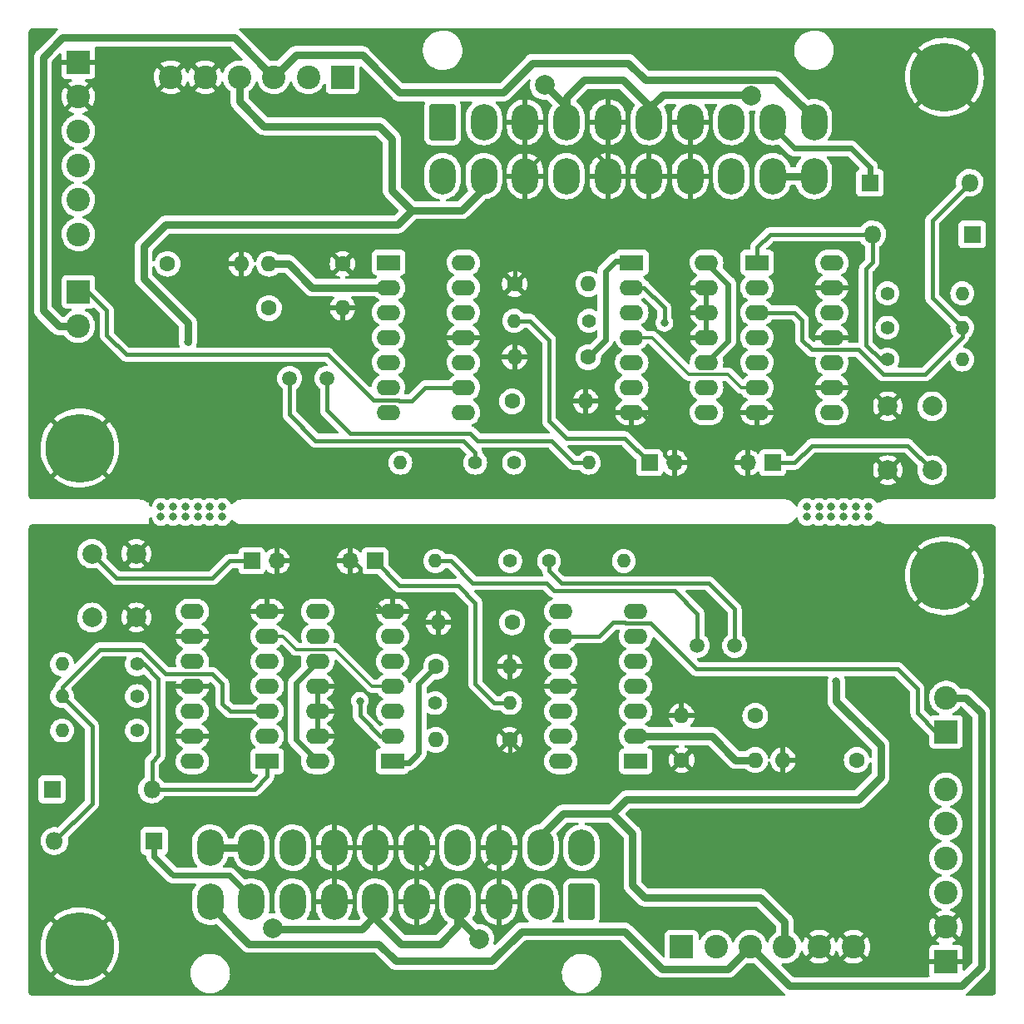
<source format=gbr>
%TF.GenerationSoftware,KiCad,Pcbnew,(6.0.6)*%
%TF.CreationDate,2022-07-01T00:49:36+05:00*%
%TF.ProjectId,MouseBite,4d6f7573-6542-4697-9465-2e6b69636164,rev?*%
%TF.SameCoordinates,Original*%
%TF.FileFunction,Copper,L2,Bot*%
%TF.FilePolarity,Positive*%
%FSLAX46Y46*%
G04 Gerber Fmt 4.6, Leading zero omitted, Abs format (unit mm)*
G04 Created by KiCad (PCBNEW (6.0.6)) date 2022-07-01 00:49:36*
%MOMM*%
%LPD*%
G01*
G04 APERTURE LIST*
G04 Aperture macros list*
%AMRoundRect*
0 Rectangle with rounded corners*
0 $1 Rounding radius*
0 $2 $3 $4 $5 $6 $7 $8 $9 X,Y pos of 4 corners*
0 Add a 4 corners polygon primitive as box body*
4,1,4,$2,$3,$4,$5,$6,$7,$8,$9,$2,$3,0*
0 Add four circle primitives for the rounded corners*
1,1,$1+$1,$2,$3*
1,1,$1+$1,$4,$5*
1,1,$1+$1,$6,$7*
1,1,$1+$1,$8,$9*
0 Add four rect primitives between the rounded corners*
20,1,$1+$1,$2,$3,$4,$5,0*
20,1,$1+$1,$4,$5,$6,$7,0*
20,1,$1+$1,$6,$7,$8,$9,0*
20,1,$1+$1,$8,$9,$2,$3,0*%
G04 Aperture macros list end*
%TA.AperFunction,ComponentPad*%
%ADD10C,1.400000*%
%TD*%
%TA.AperFunction,ComponentPad*%
%ADD11O,1.400000X1.400000*%
%TD*%
%TA.AperFunction,ComponentPad*%
%ADD12C,1.600000*%
%TD*%
%TA.AperFunction,ComponentPad*%
%ADD13O,1.600000X1.600000*%
%TD*%
%TA.AperFunction,ComponentPad*%
%ADD14R,2.400000X2.400000*%
%TD*%
%TA.AperFunction,ComponentPad*%
%ADD15C,2.400000*%
%TD*%
%TA.AperFunction,ComponentPad*%
%ADD16R,1.700000X1.700000*%
%TD*%
%TA.AperFunction,ComponentPad*%
%ADD17O,1.700000X1.700000*%
%TD*%
%TA.AperFunction,ComponentPad*%
%ADD18RoundRect,0.250001X1.099999X1.599999X-1.099999X1.599999X-1.099999X-1.599999X1.099999X-1.599999X0*%
%TD*%
%TA.AperFunction,ComponentPad*%
%ADD19O,2.700000X3.700000*%
%TD*%
%TA.AperFunction,ComponentPad*%
%ADD20C,2.000000*%
%TD*%
%TA.AperFunction,ComponentPad*%
%ADD21C,1.500000*%
%TD*%
%TA.AperFunction,ComponentPad*%
%ADD22C,7.000000*%
%TD*%
%TA.AperFunction,ComponentPad*%
%ADD23R,2.400000X1.600000*%
%TD*%
%TA.AperFunction,ComponentPad*%
%ADD24O,2.400000X1.600000*%
%TD*%
%TA.AperFunction,ComponentPad*%
%ADD25R,1.800000X1.800000*%
%TD*%
%TA.AperFunction,ComponentPad*%
%ADD26O,1.800000X1.800000*%
%TD*%
%TA.AperFunction,ComponentPad*%
%ADD27RoundRect,0.250001X-1.099999X-1.599999X1.099999X-1.599999X1.099999X1.599999X-1.099999X1.599999X0*%
%TD*%
%TA.AperFunction,ViaPad*%
%ADD28C,0.800000*%
%TD*%
%TA.AperFunction,ViaPad*%
%ADD29C,2.000000*%
%TD*%
%TA.AperFunction,Conductor*%
%ADD30C,0.400000*%
%TD*%
%TA.AperFunction,Conductor*%
%ADD31C,0.800000*%
%TD*%
%TA.AperFunction,Conductor*%
%ADD32C,0.600000*%
%TD*%
%TA.AperFunction,Conductor*%
%ADD33C,0.300000*%
%TD*%
G04 APERTURE END LIST*
D10*
%TO.P,R1,1*%
%TO.N,/5VSB*%
X141440000Y-65750000D03*
D11*
%TO.P,R1,2*%
%TO.N,/PWR_SW*%
X149060000Y-65750000D03*
%TD*%
D12*
%TO.P,C8,1*%
%TO.N,Net-(C8-Pad1)*%
X68175000Y-62750000D03*
D13*
%TO.P,C8,2*%
%TO.N,GND*%
X75675000Y-62750000D03*
%TD*%
D12*
%TO.P,C3,1*%
%TO.N,/5VSB*%
X103250000Y-99250000D03*
D13*
%TO.P,C3,2*%
%TO.N,GND*%
X95750000Y-99250000D03*
%TD*%
D14*
%TO.P,P8,1*%
%TO.N,/PWR_OK*%
X120500000Y-132250000D03*
D15*
%TO.P,P8,2*%
%TO.N,VCC*%
X124000000Y-132250000D03*
%TO.P,P8,3*%
%TO.N,/+12V*%
X127500000Y-132250000D03*
%TO.P,P8,4*%
%TO.N,/-12V*%
X131000000Y-132250000D03*
%TO.P,P8,5*%
%TO.N,GND*%
X134500000Y-132250000D03*
%TO.P,P8,6*%
X138000000Y-132250000D03*
%TD*%
D16*
%TO.P,J4,1,Pin_1*%
%TO.N,Net-(J4-Pad1)*%
X117225000Y-83000000D03*
D17*
%TO.P,J4,2,Pin_2*%
%TO.N,GND*%
X119765000Y-83000000D03*
%TD*%
D18*
%TO.P,ATX,1,Pin_1*%
%TO.N,unconnected-(J2-Pad1)*%
X110325000Y-127680000D03*
D19*
%TO.P,ATX,2,Pin_2*%
%TO.N,unconnected-(J2-Pad2)*%
X106125000Y-127680000D03*
%TO.P,ATX,3,Pin_3*%
%TO.N,GND*%
X101925000Y-127680000D03*
%TO.P,ATX,4,Pin_4*%
%TO.N,VCC*%
X97725000Y-127680000D03*
%TO.P,ATX,5,Pin_5*%
%TO.N,GND*%
X93525000Y-127680000D03*
%TO.P,ATX,6,Pin_6*%
%TO.N,VCC*%
X89325000Y-127680000D03*
%TO.P,ATX,7,Pin_7*%
%TO.N,GND*%
X85125000Y-127680000D03*
%TO.P,ATX,8,Pin_8*%
%TO.N,/PWR_OK*%
X80925000Y-127680000D03*
%TO.P,ATX,9,Pin_9*%
%TO.N,/5VSB*%
X76725000Y-127680000D03*
%TO.P,ATX,10,Pin_10*%
%TO.N,/+12V*%
X72525000Y-127680000D03*
%TO.P,ATX,11,Pin_11*%
%TO.N,unconnected-(J2-Pad11)*%
X110325000Y-122180000D03*
%TO.P,ATX,12,Pin_12*%
%TO.N,/-12V*%
X106125000Y-122180000D03*
%TO.P,ATX,13,Pin_13*%
%TO.N,GND*%
X101925000Y-122180000D03*
%TO.P,ATX,14,Pin_14*%
%TO.N,/~{PS_ON}*%
X97725000Y-122180000D03*
%TO.P,ATX,15,Pin_15*%
%TO.N,GND*%
X93525000Y-122180000D03*
%TO.P,ATX,16,Pin_16*%
X89325000Y-122180000D03*
%TO.P,ATX,17,Pin_17*%
X85125000Y-122180000D03*
%TO.P,ATX,18,Pin_18*%
%TO.N,unconnected-(J2-Pad18)*%
X80925000Y-122180000D03*
%TO.P,ATX,19,Pin_19*%
%TO.N,VCC*%
X76725000Y-122180000D03*
%TO.P,ATX,20,Pin_20*%
X72525000Y-122180000D03*
%TD*%
D20*
%TO.P,SW1,1,1*%
%TO.N,GND*%
X65000000Y-92250000D03*
X65000000Y-98750000D03*
%TO.P,SW1,2,2*%
%TO.N,/PWR_SW*%
X60500000Y-92250000D03*
X60500000Y-98750000D03*
%TD*%
D12*
%TO.P,C4,1*%
%TO.N,/5VSB*%
X95500000Y-103750000D03*
D13*
%TO.P,C4,2*%
%TO.N,GND*%
X103000000Y-103750000D03*
%TD*%
D21*
%TO.P,Y1,1,1*%
%TO.N,Net-(C8-Pad1)*%
X125900000Y-101600000D03*
%TO.P,Y1,2,2*%
%TO.N,Net-(C7-Pad1)*%
X122100000Y-101600000D03*
%TD*%
D22*
%TO.P,H2,1,1*%
%TO.N,GND*%
X59250000Y-81500000D03*
%TD*%
D10*
%TO.P,R1,1*%
%TO.N,/5VSB*%
X65060000Y-110250000D03*
D11*
%TO.P,R1,2*%
%TO.N,/PWR_SW*%
X57440000Y-110250000D03*
%TD*%
D23*
%TO.P,U5,1,C*%
%TO.N,unconnected-(U5-Pad1)*%
X90675000Y-62625000D03*
D24*
%TO.P,U5,2,~{R}*%
%TO.N,VCC*%
X90675000Y-65165000D03*
%TO.P,U5,3,K*%
X90675000Y-67705000D03*
%TO.P,U5,4,VCC*%
X90675000Y-70245000D03*
%TO.P,U5,5,C*%
%TO.N,Net-(U5-Pad12)*%
X90675000Y-72785000D03*
%TO.P,U5,6,~{R}*%
%TO.N,VCC*%
X90675000Y-75325000D03*
%TO.P,U5,7,J*%
X90675000Y-77865000D03*
%TO.P,U5,8,~{Q}*%
%TO.N,unconnected-(U5-Pad8)*%
X98295000Y-77865000D03*
%TO.P,U5,9,Q*%
%TO.N,/TICK*%
X98295000Y-75325000D03*
%TO.P,U5,10,K*%
%TO.N,VCC*%
X98295000Y-72785000D03*
%TO.P,U5,11,GND*%
%TO.N,GND*%
X98295000Y-70245000D03*
%TO.P,U5,12,Q*%
%TO.N,Net-(U5-Pad12)*%
X98295000Y-67705000D03*
%TO.P,U5,13,~{Q}*%
%TO.N,unconnected-(U5-Pad13)*%
X98295000Y-65165000D03*
%TO.P,U5,14,J*%
%TO.N,VCC*%
X98295000Y-62625000D03*
%TD*%
D16*
%TO.P,J1,1,Pin_1*%
%TO.N,/PWR_SW*%
X129750000Y-83000000D03*
D17*
%TO.P,J1,2,Pin_2*%
%TO.N,GND*%
X127210000Y-83000000D03*
%TD*%
D10*
%TO.P,R10,1*%
%TO.N,Net-(R10-Pad1)*%
X103060000Y-93000000D03*
D11*
%TO.P,R10,2*%
%TO.N,Net-(C7-Pad1)*%
X95440000Y-93000000D03*
%TD*%
D10*
%TO.P,R11,1*%
%TO.N,Net-(C8-Pad1)*%
X107000000Y-93000000D03*
D11*
%TO.P,R11,2*%
%TO.N,Net-(R10-Pad1)*%
X114620000Y-93000000D03*
%TD*%
D10*
%TO.P,R2,1*%
%TO.N,/5VSB*%
X65060000Y-106750000D03*
D11*
%TO.P,R2,2*%
%TO.N,Net-(D2-Pad2)*%
X57440000Y-106750000D03*
%TD*%
D10*
%TO.P,R9,1*%
%TO.N,VCC*%
X95425000Y-107455000D03*
D11*
%TO.P,R9,2*%
%TO.N,Net-(J4-Pad1)*%
X103045000Y-107455000D03*
%TD*%
D23*
%TO.P,U1,1,~{R}*%
%TO.N,/5VSB*%
X91075000Y-113375000D03*
D24*
%TO.P,U1,2,D*%
%TO.N,Net-(U1-Pad2)*%
X91075000Y-110835000D03*
%TO.P,U1,3,C*%
%TO.N,Net-(U1-Pad3)*%
X91075000Y-108295000D03*
%TO.P,U1,4,~{S}*%
%TO.N,Net-(U1-Pad4)*%
X91075000Y-105755000D03*
%TO.P,U1,5,Q*%
%TO.N,/~{PS_ON}*%
X91075000Y-103215000D03*
%TO.P,U1,6,~{Q}*%
%TO.N,Net-(U1-Pad2)*%
X91075000Y-100675000D03*
%TO.P,U1,7,GND*%
%TO.N,GND*%
X91075000Y-98135000D03*
%TO.P,U1,8,~{Q}*%
%TO.N,unconnected-(U1-Pad8)*%
X83455000Y-98135000D03*
%TO.P,U1,9,Q*%
%TO.N,unconnected-(U1-Pad9)*%
X83455000Y-100675000D03*
%TO.P,U1,10,~{S}*%
%TO.N,/5VSB*%
X83455000Y-103215000D03*
%TO.P,U1,11,C*%
%TO.N,GND*%
X83455000Y-105755000D03*
%TO.P,U1,12,D*%
X83455000Y-108295000D03*
%TO.P,U1,13,~{R}*%
X83455000Y-110835000D03*
%TO.P,U1,14,VCC*%
%TO.N,/5VSB*%
X83455000Y-113375000D03*
%TD*%
D12*
%TO.P,C6,1*%
%TO.N,GND*%
X86000000Y-62750000D03*
D13*
%TO.P,C6,2*%
%TO.N,VCC*%
X78500000Y-62750000D03*
%TD*%
D12*
%TO.P,C7,1*%
%TO.N,Net-(C7-Pad1)*%
X128000000Y-108750000D03*
D13*
%TO.P,C7,2*%
%TO.N,GND*%
X120500000Y-108750000D03*
%TD*%
D12*
%TO.P,C4,1*%
%TO.N,/5VSB*%
X111000000Y-72250000D03*
D13*
%TO.P,C4,2*%
%TO.N,GND*%
X103500000Y-72250000D03*
%TD*%
D10*
%TO.P,R11,1*%
%TO.N,Net-(C8-Pad1)*%
X99500000Y-83000000D03*
D11*
%TO.P,R11,2*%
%TO.N,Net-(R10-Pad1)*%
X91880000Y-83000000D03*
%TD*%
D16*
%TO.P,J4,1,Pin_1*%
%TO.N,Net-(J4-Pad1)*%
X89275000Y-93000000D03*
D17*
%TO.P,J4,2,Pin_2*%
%TO.N,GND*%
X86735000Y-93000000D03*
%TD*%
D10*
%TO.P,R3,1*%
%TO.N,Net-(D1-Pad2)*%
X141440000Y-72500000D03*
D11*
%TO.P,R3,2*%
%TO.N,/PWR_SW*%
X149060000Y-72500000D03*
%TD*%
D14*
%TO.P,P8,1*%
%TO.N,/PWR_OK*%
X86000000Y-43750000D03*
D15*
%TO.P,P8,2*%
%TO.N,VCC*%
X82500000Y-43750000D03*
%TO.P,P8,3*%
%TO.N,/+12V*%
X79000000Y-43750000D03*
%TO.P,P8,4*%
%TO.N,/-12V*%
X75500000Y-43750000D03*
%TO.P,P8,5*%
%TO.N,GND*%
X72000000Y-43750000D03*
%TO.P,P8,6*%
X68500000Y-43750000D03*
%TD*%
D12*
%TO.P,C5,1*%
%TO.N,GND*%
X102985000Y-111205000D03*
D13*
%TO.P,C5,2*%
%TO.N,VCC*%
X95485000Y-111205000D03*
%TD*%
D23*
%TO.P,U2,1*%
%TO.N,Net-(D1-Pad2)*%
X78325000Y-113375000D03*
D24*
%TO.P,U2,2*%
%TO.N,Net-(U1-Pad3)*%
X78325000Y-110835000D03*
%TO.P,U2,3*%
%TO.N,Net-(D2-Pad2)*%
X78325000Y-108295000D03*
%TO.P,U2,4*%
%TO.N,Net-(U2-Pad4)*%
X78325000Y-105755000D03*
%TO.P,U2,5*%
X78325000Y-103215000D03*
%TO.P,U2,6*%
%TO.N,Net-(U1-Pad4)*%
X78325000Y-100675000D03*
%TO.P,U2,7,GND*%
%TO.N,GND*%
X78325000Y-98135000D03*
%TO.P,U2,8*%
%TO.N,unconnected-(U2-Pad8)*%
X70705000Y-98135000D03*
%TO.P,U2,9*%
%TO.N,GND*%
X70705000Y-100675000D03*
%TO.P,U2,10*%
%TO.N,unconnected-(U2-Pad10)*%
X70705000Y-103215000D03*
%TO.P,U2,11*%
%TO.N,GND*%
X70705000Y-105755000D03*
%TO.P,U2,12*%
%TO.N,unconnected-(U2-Pad12)*%
X70705000Y-108295000D03*
%TO.P,U2,13*%
%TO.N,GND*%
X70705000Y-110835000D03*
%TO.P,U2,14,VCC*%
%TO.N,/5VSB*%
X70705000Y-113375000D03*
%TD*%
D14*
%TO.P,P9,1*%
%TO.N,GND*%
X59100000Y-42250000D03*
D15*
%TO.P,P9,2*%
X59100000Y-45750000D03*
%TO.P,P9,3*%
%TO.N,/-5V*%
X59100000Y-49250000D03*
%TO.P,P9,4*%
%TO.N,VCC*%
X59100000Y-52750000D03*
%TO.P,P9,5*%
X59100000Y-56250000D03*
%TO.P,P9,6*%
X59100000Y-59750000D03*
%TD*%
D14*
%TO.P,Amiga,1*%
%TO.N,/TICK*%
X59100000Y-65600000D03*
D15*
%TO.P,Amiga,2*%
%TO.N,/+12V*%
X59100000Y-69100000D03*
%TD*%
D14*
%TO.P,P9,1*%
%TO.N,GND*%
X147400000Y-133750000D03*
D15*
%TO.P,P9,2*%
X147400000Y-130250000D03*
%TO.P,P9,3*%
%TO.N,/-5V*%
X147400000Y-126750000D03*
%TO.P,P9,4*%
%TO.N,VCC*%
X147400000Y-123250000D03*
%TO.P,P9,5*%
X147400000Y-119750000D03*
%TO.P,P9,6*%
X147400000Y-116250000D03*
%TD*%
D12*
%TO.P,C7,1*%
%TO.N,Net-(C7-Pad1)*%
X78500000Y-67250000D03*
D13*
%TO.P,C7,2*%
%TO.N,GND*%
X86000000Y-67250000D03*
%TD*%
D25*
%TO.P,D1,1,K*%
%TO.N,/5VSB*%
X150080000Y-59750000D03*
D26*
%TO.P,D1,2,A*%
%TO.N,Net-(D1-Pad2)*%
X139920000Y-59750000D03*
%TD*%
D22*
%TO.P,H2,1,1*%
%TO.N,GND*%
X147250000Y-94500000D03*
%TD*%
D20*
%TO.P,SW1,1,1*%
%TO.N,GND*%
X141500000Y-83750000D03*
X141500000Y-77250000D03*
%TO.P,SW1,2,2*%
%TO.N,/PWR_SW*%
X146000000Y-83750000D03*
X146000000Y-77250000D03*
%TD*%
D22*
%TO.P,H1,1,1*%
%TO.N,GND*%
X59250000Y-132250000D03*
%TD*%
D21*
%TO.P,Y1,1,1*%
%TO.N,Net-(C8-Pad1)*%
X80600000Y-74400000D03*
%TO.P,Y1,2,2*%
%TO.N,Net-(C7-Pad1)*%
X84400000Y-74400000D03*
%TD*%
D12*
%TO.P,C3,1*%
%TO.N,/5VSB*%
X103250000Y-76750000D03*
D13*
%TO.P,C3,2*%
%TO.N,GND*%
X110750000Y-76750000D03*
%TD*%
D16*
%TO.P,J1,1,Pin_1*%
%TO.N,/PWR_SW*%
X76750000Y-93000000D03*
D17*
%TO.P,J1,2,Pin_2*%
%TO.N,GND*%
X79290000Y-93000000D03*
%TD*%
D22*
%TO.P,H1,1,1*%
%TO.N,GND*%
X147250000Y-43750000D03*
%TD*%
D25*
%TO.P,D2,1,K*%
%TO.N,/5VSB*%
X139670000Y-54500000D03*
D26*
%TO.P,D2,2,A*%
%TO.N,Net-(D2-Pad2)*%
X149830000Y-54500000D03*
%TD*%
D12*
%TO.P,C5,1*%
%TO.N,GND*%
X103515000Y-64795000D03*
D13*
%TO.P,C5,2*%
%TO.N,VCC*%
X111015000Y-64795000D03*
%TD*%
D27*
%TO.P,ATX,1,Pin_1*%
%TO.N,unconnected-(J2-Pad1)*%
X96175000Y-48320000D03*
D19*
%TO.P,ATX,2,Pin_2*%
%TO.N,unconnected-(J2-Pad2)*%
X100375000Y-48320000D03*
%TO.P,ATX,3,Pin_3*%
%TO.N,GND*%
X104575000Y-48320000D03*
%TO.P,ATX,4,Pin_4*%
%TO.N,VCC*%
X108775000Y-48320000D03*
%TO.P,ATX,5,Pin_5*%
%TO.N,GND*%
X112975000Y-48320000D03*
%TO.P,ATX,6,Pin_6*%
%TO.N,VCC*%
X117175000Y-48320000D03*
%TO.P,ATX,7,Pin_7*%
%TO.N,GND*%
X121375000Y-48320000D03*
%TO.P,ATX,8,Pin_8*%
%TO.N,/PWR_OK*%
X125575000Y-48320000D03*
%TO.P,ATX,9,Pin_9*%
%TO.N,/5VSB*%
X129775000Y-48320000D03*
%TO.P,ATX,10,Pin_10*%
%TO.N,/+12V*%
X133975000Y-48320000D03*
%TO.P,ATX,11,Pin_11*%
%TO.N,unconnected-(J2-Pad11)*%
X96175000Y-53820000D03*
%TO.P,ATX,12,Pin_12*%
%TO.N,/-12V*%
X100375000Y-53820000D03*
%TO.P,ATX,13,Pin_13*%
%TO.N,GND*%
X104575000Y-53820000D03*
%TO.P,ATX,14,Pin_14*%
%TO.N,/~{PS_ON}*%
X108775000Y-53820000D03*
%TO.P,ATX,15,Pin_15*%
%TO.N,GND*%
X112975000Y-53820000D03*
%TO.P,ATX,16,Pin_16*%
X117175000Y-53820000D03*
%TO.P,ATX,17,Pin_17*%
X121375000Y-53820000D03*
%TO.P,ATX,18,Pin_18*%
%TO.N,unconnected-(J2-Pad18)*%
X125575000Y-53820000D03*
%TO.P,ATX,19,Pin_19*%
%TO.N,VCC*%
X129775000Y-53820000D03*
%TO.P,ATX,20,Pin_20*%
X133975000Y-53820000D03*
%TD*%
D10*
%TO.P,R2,1*%
%TO.N,/5VSB*%
X141440000Y-69250000D03*
D11*
%TO.P,R2,2*%
%TO.N,Net-(D2-Pad2)*%
X149060000Y-69250000D03*
%TD*%
D12*
%TO.P,C6,1*%
%TO.N,GND*%
X120500000Y-113250000D03*
D13*
%TO.P,C6,2*%
%TO.N,VCC*%
X128000000Y-113250000D03*
%TD*%
D23*
%TO.P,U5,1,C*%
%TO.N,unconnected-(U5-Pad1)*%
X115825000Y-113375000D03*
D24*
%TO.P,U5,2,~{R}*%
%TO.N,VCC*%
X115825000Y-110835000D03*
%TO.P,U5,3,K*%
X115825000Y-108295000D03*
%TO.P,U5,4,VCC*%
X115825000Y-105755000D03*
%TO.P,U5,5,C*%
%TO.N,Net-(U5-Pad12)*%
X115825000Y-103215000D03*
%TO.P,U5,6,~{R}*%
%TO.N,VCC*%
X115825000Y-100675000D03*
%TO.P,U5,7,J*%
X115825000Y-98135000D03*
%TO.P,U5,8,~{Q}*%
%TO.N,unconnected-(U5-Pad8)*%
X108205000Y-98135000D03*
%TO.P,U5,9,Q*%
%TO.N,/TICK*%
X108205000Y-100675000D03*
%TO.P,U5,10,K*%
%TO.N,VCC*%
X108205000Y-103215000D03*
%TO.P,U5,11,GND*%
%TO.N,GND*%
X108205000Y-105755000D03*
%TO.P,U5,12,Q*%
%TO.N,Net-(U5-Pad12)*%
X108205000Y-108295000D03*
%TO.P,U5,13,~{Q}*%
%TO.N,unconnected-(U5-Pad13)*%
X108205000Y-110835000D03*
%TO.P,U5,14,J*%
%TO.N,VCC*%
X108205000Y-113375000D03*
%TD*%
D25*
%TO.P,D1,1,K*%
%TO.N,/5VSB*%
X56420000Y-116250000D03*
D26*
%TO.P,D1,2,A*%
%TO.N,Net-(D1-Pad2)*%
X66580000Y-116250000D03*
%TD*%
D25*
%TO.P,D2,1,K*%
%TO.N,/5VSB*%
X66830000Y-121500000D03*
D26*
%TO.P,D2,2,A*%
%TO.N,Net-(D2-Pad2)*%
X56670000Y-121500000D03*
%TD*%
D14*
%TO.P,Amiga,1*%
%TO.N,/TICK*%
X147400000Y-110400000D03*
D15*
%TO.P,Amiga,2*%
%TO.N,/+12V*%
X147400000Y-106900000D03*
%TD*%
D10*
%TO.P,R9,1*%
%TO.N,VCC*%
X111075000Y-68545000D03*
D11*
%TO.P,R9,2*%
%TO.N,Net-(J4-Pad1)*%
X103455000Y-68545000D03*
%TD*%
D10*
%TO.P,R10,1*%
%TO.N,Net-(R10-Pad1)*%
X103440000Y-83000000D03*
D11*
%TO.P,R10,2*%
%TO.N,Net-(C7-Pad1)*%
X111060000Y-83000000D03*
%TD*%
D10*
%TO.P,R3,1*%
%TO.N,Net-(D1-Pad2)*%
X65060000Y-103500000D03*
D11*
%TO.P,R3,2*%
%TO.N,/PWR_SW*%
X57440000Y-103500000D03*
%TD*%
D23*
%TO.P,U2,1*%
%TO.N,Net-(D1-Pad2)*%
X128175000Y-62625000D03*
D24*
%TO.P,U2,2*%
%TO.N,Net-(U1-Pad3)*%
X128175000Y-65165000D03*
%TO.P,U2,3*%
%TO.N,Net-(D2-Pad2)*%
X128175000Y-67705000D03*
%TO.P,U2,4*%
%TO.N,Net-(U2-Pad4)*%
X128175000Y-70245000D03*
%TO.P,U2,5*%
X128175000Y-72785000D03*
%TO.P,U2,6*%
%TO.N,Net-(U1-Pad4)*%
X128175000Y-75325000D03*
%TO.P,U2,7,GND*%
%TO.N,GND*%
X128175000Y-77865000D03*
%TO.P,U2,8*%
%TO.N,unconnected-(U2-Pad8)*%
X135795000Y-77865000D03*
%TO.P,U2,9*%
%TO.N,GND*%
X135795000Y-75325000D03*
%TO.P,U2,10*%
%TO.N,unconnected-(U2-Pad10)*%
X135795000Y-72785000D03*
%TO.P,U2,11*%
%TO.N,GND*%
X135795000Y-70245000D03*
%TO.P,U2,12*%
%TO.N,unconnected-(U2-Pad12)*%
X135795000Y-67705000D03*
%TO.P,U2,13*%
%TO.N,GND*%
X135795000Y-65165000D03*
%TO.P,U2,14,VCC*%
%TO.N,/5VSB*%
X135795000Y-62625000D03*
%TD*%
D12*
%TO.P,C8,1*%
%TO.N,Net-(C8-Pad1)*%
X138325000Y-113250000D03*
D13*
%TO.P,C8,2*%
%TO.N,GND*%
X130825000Y-113250000D03*
%TD*%
D23*
%TO.P,U1,1,~{R}*%
%TO.N,/5VSB*%
X115425000Y-62625000D03*
D24*
%TO.P,U1,2,D*%
%TO.N,Net-(U1-Pad2)*%
X115425000Y-65165000D03*
%TO.P,U1,3,C*%
%TO.N,Net-(U1-Pad3)*%
X115425000Y-67705000D03*
%TO.P,U1,4,~{S}*%
%TO.N,Net-(U1-Pad4)*%
X115425000Y-70245000D03*
%TO.P,U1,5,Q*%
%TO.N,/~{PS_ON}*%
X115425000Y-72785000D03*
%TO.P,U1,6,~{Q}*%
%TO.N,Net-(U1-Pad2)*%
X115425000Y-75325000D03*
%TO.P,U1,7,GND*%
%TO.N,GND*%
X115425000Y-77865000D03*
%TO.P,U1,8,~{Q}*%
%TO.N,unconnected-(U1-Pad8)*%
X123045000Y-77865000D03*
%TO.P,U1,9,Q*%
%TO.N,unconnected-(U1-Pad9)*%
X123045000Y-75325000D03*
%TO.P,U1,10,~{S}*%
%TO.N,/5VSB*%
X123045000Y-72785000D03*
%TO.P,U1,11,C*%
%TO.N,GND*%
X123045000Y-70245000D03*
%TO.P,U1,12,D*%
X123045000Y-67705000D03*
%TO.P,U1,13,~{R}*%
X123045000Y-65165000D03*
%TO.P,U1,14,VCC*%
%TO.N,/5VSB*%
X123045000Y-62625000D03*
%TD*%
D28*
%TO.N,*%
X138250000Y-88500000D03*
X139500000Y-88500000D03*
X67500000Y-88500000D03*
X71250000Y-88500000D03*
X137000000Y-87500000D03*
X134500000Y-87500000D03*
X72500000Y-87500000D03*
X70000000Y-87500000D03*
X70000000Y-88500000D03*
X68750000Y-87500000D03*
X135750000Y-88500000D03*
X133250000Y-88500000D03*
X68750000Y-88500000D03*
X73750000Y-88500000D03*
X71250000Y-87500000D03*
X137000000Y-88500000D03*
X138250000Y-87500000D03*
X73750000Y-87500000D03*
X135750000Y-87500000D03*
X72500000Y-88500000D03*
X139500000Y-87500000D03*
X67500000Y-87500000D03*
X133250000Y-87500000D03*
X134500000Y-88500000D03*
%TO.N,/-12V*%
X136250000Y-105275000D03*
X70250000Y-70725000D03*
%TO.N,Net-(U1-Pad2)*%
X118750000Y-68750000D03*
X87750000Y-107250000D03*
D29*
%TO.N,VCC*%
X99925000Y-131455000D03*
X106575000Y-44545000D03*
X78925000Y-130355500D03*
X127575000Y-45644500D03*
%TD*%
D30*
%TO.N,GND*%
X93525000Y-122180000D02*
X93525000Y-127680000D01*
X103515000Y-64795000D02*
X103515000Y-59235000D01*
X118750000Y-80250000D02*
X118750000Y-82250000D01*
X87000000Y-93000000D02*
X86735000Y-93000000D01*
X93525000Y-122180000D02*
X89325000Y-122180000D01*
X119500000Y-83000000D02*
X119765000Y-83000000D01*
X91075000Y-98135000D02*
X90135000Y-98135000D01*
X85125000Y-122180000D02*
X89325000Y-122180000D01*
X104575000Y-53820000D02*
X104575000Y-48320000D01*
X95000000Y-124750000D02*
X93525000Y-123275000D01*
X93525000Y-123275000D02*
X93525000Y-122180000D01*
X104575000Y-53425000D02*
X106750000Y-51250000D01*
X106750000Y-51250000D02*
X111500000Y-51250000D01*
X104575000Y-53820000D02*
X104575000Y-53425000D01*
X104575000Y-58175000D02*
X104575000Y-53820000D01*
X116365000Y-77865000D02*
X118750000Y-80250000D01*
X111500000Y-51250000D02*
X112975000Y-52725000D01*
X90135000Y-98135000D02*
X87750000Y-95750000D01*
X99750000Y-124750000D02*
X95000000Y-124750000D01*
X103515000Y-59235000D02*
X104575000Y-58175000D01*
X101925000Y-122180000D02*
X101925000Y-122575000D01*
X121375000Y-53820000D02*
X117175000Y-53820000D01*
X102985000Y-116765000D02*
X101925000Y-117825000D01*
X112975000Y-53820000D02*
X117175000Y-53820000D01*
X101925000Y-117825000D02*
X101925000Y-122180000D01*
X101925000Y-122180000D02*
X101925000Y-127680000D01*
X87750000Y-95750000D02*
X87750000Y-93750000D01*
X112975000Y-53820000D02*
X112975000Y-48320000D01*
X101925000Y-122575000D02*
X99750000Y-124750000D01*
X87750000Y-93750000D02*
X87000000Y-93000000D01*
X112975000Y-52725000D02*
X112975000Y-53820000D01*
X115425000Y-77865000D02*
X116365000Y-77865000D01*
X102985000Y-111205000D02*
X102985000Y-116765000D01*
X118750000Y-82250000D02*
X119500000Y-83000000D01*
D31*
%TO.N,/-12V*%
X108425000Y-118705000D02*
X113455000Y-118705000D01*
X91000000Y-50000000D02*
X89750000Y-48750000D01*
X116750000Y-127250000D02*
X128500000Y-127250000D01*
X70250000Y-68750000D02*
X70250000Y-70725000D01*
X65750000Y-64250000D02*
X70250000Y-68750000D01*
X115500000Y-120750000D02*
X115500000Y-122000000D01*
X75500000Y-46250000D02*
X75500000Y-43750000D01*
X93045000Y-57295000D02*
X91000000Y-55250000D01*
X89750000Y-48750000D02*
X78000000Y-48750000D01*
X140750000Y-115000000D02*
X140750000Y-111750000D01*
X136250000Y-107250000D02*
X136250000Y-105275000D01*
X98075000Y-57295000D02*
X93045000Y-57295000D01*
X114910000Y-117250000D02*
X138500000Y-117250000D01*
X138500000Y-117250000D02*
X140750000Y-115000000D01*
X91590000Y-58750000D02*
X68000000Y-58750000D01*
X115500000Y-126000000D02*
X116750000Y-127250000D01*
X100375000Y-54995000D02*
X98075000Y-57295000D01*
X93045000Y-57295000D02*
X91590000Y-58750000D01*
X68000000Y-58750000D02*
X65750000Y-61000000D01*
X106125000Y-122180000D02*
X106125000Y-121005000D01*
X115500000Y-122000000D02*
X115500000Y-126000000D01*
X140750000Y-111750000D02*
X136250000Y-107250000D01*
X128500000Y-127250000D02*
X131000000Y-129750000D01*
X113455000Y-118705000D02*
X114910000Y-117250000D01*
X106125000Y-121005000D02*
X108425000Y-118705000D01*
X91000000Y-54000000D02*
X91000000Y-50000000D01*
X78000000Y-48750000D02*
X75500000Y-46250000D01*
X65750000Y-61000000D02*
X65750000Y-64250000D01*
X131000000Y-129750000D02*
X131000000Y-132250000D01*
X113455000Y-118705000D02*
X115500000Y-120750000D01*
X100375000Y-53820000D02*
X100375000Y-54995000D01*
X91000000Y-55250000D02*
X91000000Y-54000000D01*
D32*
%TO.N,/5VSB*%
X125250000Y-64830000D02*
X125250000Y-70580000D01*
X137750000Y-51000000D02*
X132000000Y-51000000D01*
X132000000Y-51000000D02*
X129775000Y-48775000D01*
X112750000Y-63500000D02*
X113750000Y-62500000D01*
X93750000Y-112500000D02*
X92750000Y-113500000D01*
X91200000Y-113500000D02*
X91075000Y-113375000D01*
X113750000Y-62500000D02*
X115300000Y-62500000D01*
X68750000Y-125000000D02*
X74500000Y-125000000D01*
X83455000Y-113375000D02*
X81250000Y-111170000D01*
X66830000Y-123080000D02*
X68750000Y-125000000D01*
X92750000Y-113500000D02*
X91200000Y-113500000D01*
X139670000Y-52920000D02*
X137750000Y-51000000D01*
X115300000Y-62500000D02*
X115425000Y-62625000D01*
X93750000Y-105500000D02*
X93750000Y-112500000D01*
X129775000Y-48775000D02*
X129775000Y-48320000D01*
X123045000Y-62625000D02*
X125250000Y-64830000D01*
X66830000Y-121500000D02*
X66830000Y-123080000D01*
X81250000Y-105420000D02*
X83455000Y-103215000D01*
X76725000Y-127225000D02*
X76725000Y-127680000D01*
X125250000Y-70580000D02*
X123045000Y-72785000D01*
X81250000Y-111170000D02*
X81250000Y-105420000D01*
X74500000Y-125000000D02*
X76725000Y-127225000D01*
X139670000Y-54500000D02*
X139670000Y-52920000D01*
X111000000Y-72250000D02*
X112750000Y-70500000D01*
X112750000Y-70500000D02*
X112750000Y-63500000D01*
X95500000Y-103750000D02*
X93750000Y-105500000D01*
D30*
%TO.N,Net-(U1-Pad2)*%
X88000000Y-109000000D02*
X87750000Y-108750000D01*
X91075000Y-110835000D02*
X89835000Y-110835000D01*
X118500000Y-67000000D02*
X118750000Y-67250000D01*
X89835000Y-110835000D02*
X88000000Y-109000000D01*
X115425000Y-65165000D02*
X116665000Y-65165000D01*
X87750000Y-108750000D02*
X87750000Y-107250000D01*
X118750000Y-67250000D02*
X118750000Y-68750000D01*
X116665000Y-65165000D02*
X118500000Y-67000000D01*
D33*
%TO.N,Net-(U1-Pad4)*%
X117495000Y-70245000D02*
X121250732Y-74000732D01*
X125250732Y-74000732D02*
X126575000Y-75325000D01*
X89005000Y-105755000D02*
X85249268Y-101999268D01*
X126575000Y-75325000D02*
X128175000Y-75325000D01*
X81249268Y-101999268D02*
X79925000Y-100675000D01*
X115425000Y-70245000D02*
X117495000Y-70245000D01*
X85249268Y-101999268D02*
X81249268Y-101999268D01*
X79925000Y-100675000D02*
X78325000Y-100675000D01*
X121250732Y-74000732D02*
X125250732Y-74000732D01*
X91075000Y-105755000D02*
X89005000Y-105755000D01*
D30*
%TO.N,Net-(D1-Pad2)*%
X140750000Y-72500000D02*
X139250000Y-71000000D01*
X67250000Y-112750000D02*
X66580000Y-113420000D01*
X78325000Y-113375000D02*
X78325000Y-114925000D01*
X65060000Y-103500000D02*
X65750000Y-103500000D01*
X139250000Y-71000000D02*
X139250000Y-63250000D01*
X139250000Y-63250000D02*
X139920000Y-62580000D01*
X65750000Y-103500000D02*
X67250000Y-105000000D01*
X128175000Y-62625000D02*
X128175000Y-61075000D01*
X78325000Y-114925000D02*
X77000000Y-116250000D01*
X67250000Y-105000000D02*
X67250000Y-112750000D01*
X77000000Y-116250000D02*
X66580000Y-116250000D01*
X128175000Y-61075000D02*
X129500000Y-59750000D01*
X66580000Y-113420000D02*
X66580000Y-116250000D01*
X141440000Y-72500000D02*
X140750000Y-72500000D01*
X129500000Y-59750000D02*
X139920000Y-59750000D01*
X139920000Y-62580000D02*
X139920000Y-59750000D01*
%TO.N,Net-(D2-Pad2)*%
X68000000Y-104500000D02*
X65500000Y-102000000D01*
X146000000Y-58330000D02*
X146000000Y-66190000D01*
X57440000Y-105810000D02*
X57440000Y-106750000D01*
X146000000Y-66190000D02*
X149060000Y-69250000D01*
X138500000Y-71500000D02*
X141000000Y-74000000D01*
X133750000Y-71500000D02*
X138500000Y-71500000D01*
X72750000Y-104500000D02*
X68000000Y-104500000D01*
X65500000Y-102000000D02*
X61250000Y-102000000D01*
X132750000Y-68500000D02*
X132750000Y-70500000D01*
X60500000Y-117670000D02*
X60500000Y-109810000D01*
X132750000Y-70500000D02*
X133750000Y-71500000D01*
X131955000Y-67705000D02*
X132750000Y-68500000D01*
X128175000Y-67705000D02*
X131955000Y-67705000D01*
X149060000Y-70190000D02*
X149060000Y-69250000D01*
X145250000Y-74000000D02*
X149060000Y-70190000D01*
X60500000Y-109810000D02*
X57440000Y-106750000D01*
X73750000Y-105500000D02*
X72750000Y-104500000D01*
X78325000Y-108295000D02*
X74545000Y-108295000D01*
X61250000Y-102000000D02*
X57440000Y-105810000D01*
X73750000Y-107500000D02*
X73750000Y-105500000D01*
X149830000Y-54500000D02*
X146000000Y-58330000D01*
X56670000Y-121500000D02*
X60500000Y-117670000D01*
X74545000Y-108295000D02*
X73750000Y-107500000D01*
X141000000Y-74000000D02*
X145250000Y-74000000D01*
D31*
%TO.N,unconnected-(U5-Pad1)*%
X91250000Y-62460000D02*
X90850000Y-62460000D01*
X115250000Y-113540000D02*
X115650000Y-113540000D01*
%TO.N,VCC*%
X89325000Y-129355000D02*
X91925000Y-131955000D01*
X97725000Y-127680000D02*
X97725000Y-129255000D01*
X97725000Y-129255000D02*
X99925000Y-131455000D01*
X118575000Y-45545000D02*
X127475500Y-45545000D01*
X108775000Y-48320000D02*
X108775000Y-46745000D01*
X89325000Y-127680000D02*
X89325000Y-129055000D01*
X117175000Y-48320000D02*
X117175000Y-46945000D01*
X127475500Y-45545000D02*
X127575000Y-45644500D01*
X97725000Y-130155000D02*
X97725000Y-127680000D01*
X123585000Y-110835000D02*
X115825000Y-110835000D01*
X78500000Y-62750000D02*
X80500000Y-62750000D01*
X114575000Y-44045000D02*
X110575000Y-44045000D01*
X128000000Y-113250000D02*
X126000000Y-113250000D01*
X72525000Y-122180000D02*
X76725000Y-122180000D01*
X80500000Y-62750000D02*
X82915000Y-65165000D01*
X79024500Y-130455000D02*
X78925000Y-130355500D01*
X133975000Y-53820000D02*
X129775000Y-53820000D01*
X110575000Y-44045000D02*
X108775000Y-45845000D01*
X95925000Y-131955000D02*
X97725000Y-130155000D01*
X82915000Y-65165000D02*
X90675000Y-65165000D01*
X87925000Y-130455000D02*
X79024500Y-130455000D01*
X98870000Y-72620000D02*
X98400000Y-72620000D01*
X117175000Y-48320000D02*
X117175000Y-46645000D01*
X126000000Y-113250000D02*
X123585000Y-110835000D01*
X91925000Y-131955000D02*
X95925000Y-131955000D01*
X108775000Y-45845000D02*
X108775000Y-48320000D01*
X117175000Y-46645000D02*
X114575000Y-44045000D01*
X117175000Y-46945000D02*
X118575000Y-45545000D01*
X89325000Y-127680000D02*
X89325000Y-129355000D01*
X107630000Y-103380000D02*
X108100000Y-103380000D01*
X89325000Y-129055000D02*
X87925000Y-130455000D01*
X108775000Y-46745000D02*
X106575000Y-44545000D01*
%TO.N,Net-(U5-Pad12)*%
X90150000Y-72620000D02*
X91250000Y-72620000D01*
X116350000Y-103380000D02*
X115250000Y-103380000D01*
D30*
%TO.N,/TICK*%
X94425000Y-75325000D02*
X93000000Y-76750000D01*
X113500000Y-99250000D02*
X114750000Y-99250000D01*
X62000000Y-67500000D02*
X60100000Y-65600000D01*
X114750000Y-99250000D02*
X114835000Y-99335000D01*
X146400000Y-110400000D02*
X147400000Y-110400000D01*
X93000000Y-76750000D02*
X91750000Y-76750000D01*
X122000000Y-104000000D02*
X142500000Y-104000000D01*
X89165000Y-76665000D02*
X84500000Y-72000000D01*
X144500000Y-106000000D02*
X144500000Y-108500000D01*
X84500000Y-72000000D02*
X64000000Y-72000000D01*
X144500000Y-108500000D02*
X146400000Y-110400000D01*
X114835000Y-99335000D02*
X117335000Y-99335000D01*
X112075000Y-100675000D02*
X113500000Y-99250000D01*
X98295000Y-75325000D02*
X94425000Y-75325000D01*
X64000000Y-72000000D02*
X62000000Y-70000000D01*
X91665000Y-76665000D02*
X89165000Y-76665000D01*
X142500000Y-104000000D02*
X144500000Y-106000000D01*
X108205000Y-100675000D02*
X112075000Y-100675000D01*
X62000000Y-70000000D02*
X62000000Y-67500000D01*
X117335000Y-99335000D02*
X122000000Y-104000000D01*
X60100000Y-65600000D02*
X59100000Y-65600000D01*
X91750000Y-76750000D02*
X91665000Y-76665000D01*
%TO.N,Net-(C8-Pad1)*%
X125900000Y-101600000D02*
X125900000Y-97900000D01*
X80600000Y-78100000D02*
X83250000Y-80750000D01*
X83250000Y-80750000D02*
X98250000Y-80750000D01*
X98250000Y-80750000D02*
X99500000Y-82000000D01*
X108250000Y-95250000D02*
X107000000Y-94000000D01*
X80600000Y-74400000D02*
X80600000Y-78100000D01*
X99500000Y-82000000D02*
X99500000Y-83000000D01*
X125900000Y-97900000D02*
X123250000Y-95250000D01*
X107000000Y-94000000D02*
X107000000Y-93000000D01*
X123250000Y-95250000D02*
X108250000Y-95250000D01*
%TO.N,Net-(C7-Pad1)*%
X84400000Y-74400000D02*
X84400000Y-77650000D01*
X122100000Y-98350000D02*
X119750000Y-96000000D01*
X99000000Y-80000000D02*
X99750000Y-80750000D01*
X107500000Y-96000000D02*
X106750000Y-95250000D01*
X109500000Y-83000000D02*
X111060000Y-83000000D01*
X106750000Y-95250000D02*
X99250000Y-95250000D01*
X99250000Y-95250000D02*
X97000000Y-93000000D01*
X97000000Y-93000000D02*
X95440000Y-93000000D01*
X99750000Y-80750000D02*
X107250000Y-80750000D01*
X86750000Y-80000000D02*
X99000000Y-80000000D01*
X84400000Y-77650000D02*
X86750000Y-80000000D01*
X107250000Y-80750000D02*
X109500000Y-83000000D01*
X119750000Y-96000000D02*
X107500000Y-96000000D01*
X122100000Y-101600000D02*
X122100000Y-98350000D01*
%TO.N,Net-(J4-Pad1)*%
X101455000Y-107455000D02*
X99500000Y-105500000D01*
X99500000Y-97250000D02*
X97750000Y-95500000D01*
X107000000Y-70500000D02*
X107000000Y-78750000D01*
X99500000Y-105500000D02*
X99500000Y-97250000D01*
X108750000Y-80500000D02*
X114725000Y-80500000D01*
X91775000Y-95500000D02*
X89275000Y-93000000D01*
X103455000Y-68545000D02*
X105045000Y-68545000D01*
X105045000Y-68545000D02*
X107000000Y-70500000D01*
X107000000Y-78750000D02*
X108750000Y-80500000D01*
X97750000Y-95500000D02*
X91775000Y-95500000D01*
X103045000Y-107455000D02*
X101455000Y-107455000D01*
X114725000Y-80500000D02*
X117225000Y-83000000D01*
%TO.N,/PWR_SW*%
X63000000Y-94750000D02*
X60500000Y-92250000D01*
X132000000Y-83000000D02*
X133750000Y-81250000D01*
X143500000Y-81250000D02*
X146000000Y-83750000D01*
X76750000Y-93000000D02*
X74500000Y-93000000D01*
X72750000Y-94750000D02*
X63000000Y-94750000D01*
X129750000Y-83000000D02*
X132000000Y-83000000D01*
X74500000Y-93000000D02*
X72750000Y-94750000D01*
X133750000Y-81250000D02*
X143500000Y-81250000D01*
D31*
%TO.N,/+12V*%
X91425000Y-133705000D02*
X101175000Y-133705000D01*
X57100000Y-69100000D02*
X55500000Y-67500000D01*
X127500000Y-132250000D02*
X125250000Y-134500000D01*
X133975000Y-47945000D02*
X130075000Y-44045000D01*
X115075000Y-42295000D02*
X105325000Y-42295000D01*
X79000000Y-43750000D02*
X81250000Y-41500000D01*
X102325000Y-45295000D02*
X93325000Y-45295000D01*
X104175000Y-130705000D02*
X113175000Y-130705000D01*
X116825000Y-44045000D02*
X115075000Y-42295000D01*
X72525000Y-127680000D02*
X72525000Y-128055000D01*
X151000000Y-134250000D02*
X149000000Y-136250000D01*
X133975000Y-48320000D02*
X133975000Y-47945000D01*
X130075000Y-44045000D02*
X116825000Y-44045000D01*
X81250000Y-41500000D02*
X88000000Y-41500000D01*
X57500000Y-39750000D02*
X75000000Y-39750000D01*
X114705000Y-130705000D02*
X113175000Y-130705000D01*
X72525000Y-128055000D02*
X76425000Y-131955000D01*
X151000000Y-108500000D02*
X151000000Y-134250000D01*
X75000000Y-39750000D02*
X79000000Y-43750000D01*
X89675000Y-131955000D02*
X91425000Y-133705000D01*
X76425000Y-131955000D02*
X89675000Y-131955000D01*
X55500000Y-41750000D02*
X57500000Y-39750000D01*
X55500000Y-67500000D02*
X55500000Y-41750000D01*
X59100000Y-69100000D02*
X57100000Y-69100000D01*
X125250000Y-134500000D02*
X118500000Y-134500000D01*
X88000000Y-41500000D02*
X91795000Y-45295000D01*
X91795000Y-45295000D02*
X93325000Y-45295000D01*
X149400000Y-106900000D02*
X151000000Y-108500000D01*
X147400000Y-106900000D02*
X149400000Y-106900000D01*
X105325000Y-42295000D02*
X102325000Y-45295000D01*
X101175000Y-133705000D02*
X104175000Y-130705000D01*
X118500000Y-134500000D02*
X114705000Y-130705000D01*
X149000000Y-136250000D02*
X131500000Y-136250000D01*
X131500000Y-136250000D02*
X127500000Y-132250000D01*
%TD*%
%TA.AperFunction,Conductor*%
%TO.N,GND*%
G36*
X132300193Y-88544062D02*
G01*
X132342953Y-88600738D01*
X132350374Y-88632043D01*
X132356458Y-88689928D01*
X132415473Y-88871556D01*
X132510960Y-89036944D01*
X132515378Y-89041851D01*
X132515379Y-89041852D01*
X132587316Y-89121746D01*
X132638747Y-89178866D01*
X132688356Y-89214909D01*
X132771770Y-89275513D01*
X132793248Y-89291118D01*
X132799276Y-89293802D01*
X132799278Y-89293803D01*
X132866925Y-89323921D01*
X132967712Y-89368794D01*
X133061112Y-89388647D01*
X133148056Y-89407128D01*
X133148061Y-89407128D01*
X133154513Y-89408500D01*
X133345487Y-89408500D01*
X133351939Y-89407128D01*
X133351944Y-89407128D01*
X133438888Y-89388647D01*
X133532288Y-89368794D01*
X133633075Y-89323921D01*
X133700722Y-89293803D01*
X133700724Y-89293802D01*
X133706752Y-89291118D01*
X133728231Y-89275513D01*
X133800939Y-89222687D01*
X133867807Y-89198828D01*
X133936958Y-89214909D01*
X133949061Y-89222687D01*
X134021770Y-89275513D01*
X134043248Y-89291118D01*
X134049276Y-89293802D01*
X134049278Y-89293803D01*
X134116925Y-89323921D01*
X134217712Y-89368794D01*
X134311112Y-89388647D01*
X134398056Y-89407128D01*
X134398061Y-89407128D01*
X134404513Y-89408500D01*
X134595487Y-89408500D01*
X134601939Y-89407128D01*
X134601944Y-89407128D01*
X134688888Y-89388647D01*
X134782288Y-89368794D01*
X134883075Y-89323921D01*
X134950722Y-89293803D01*
X134950724Y-89293802D01*
X134956752Y-89291118D01*
X134978231Y-89275513D01*
X135050939Y-89222687D01*
X135117807Y-89198828D01*
X135186958Y-89214909D01*
X135199061Y-89222687D01*
X135271770Y-89275513D01*
X135293248Y-89291118D01*
X135299276Y-89293802D01*
X135299278Y-89293803D01*
X135366925Y-89323921D01*
X135467712Y-89368794D01*
X135561112Y-89388647D01*
X135648056Y-89407128D01*
X135648061Y-89407128D01*
X135654513Y-89408500D01*
X135845487Y-89408500D01*
X135851939Y-89407128D01*
X135851944Y-89407128D01*
X135938888Y-89388647D01*
X136032288Y-89368794D01*
X136133075Y-89323921D01*
X136200722Y-89293803D01*
X136200724Y-89293802D01*
X136206752Y-89291118D01*
X136228231Y-89275513D01*
X136300939Y-89222687D01*
X136367807Y-89198828D01*
X136436958Y-89214909D01*
X136449061Y-89222687D01*
X136521770Y-89275513D01*
X136543248Y-89291118D01*
X136549276Y-89293802D01*
X136549278Y-89293803D01*
X136616925Y-89323921D01*
X136717712Y-89368794D01*
X136811112Y-89388647D01*
X136898056Y-89407128D01*
X136898061Y-89407128D01*
X136904513Y-89408500D01*
X137095487Y-89408500D01*
X137101939Y-89407128D01*
X137101944Y-89407128D01*
X137188888Y-89388647D01*
X137282288Y-89368794D01*
X137383075Y-89323921D01*
X137450722Y-89293803D01*
X137450724Y-89293802D01*
X137456752Y-89291118D01*
X137478231Y-89275513D01*
X137550939Y-89222687D01*
X137617807Y-89198828D01*
X137686958Y-89214909D01*
X137699061Y-89222687D01*
X137771770Y-89275513D01*
X137793248Y-89291118D01*
X137799276Y-89293802D01*
X137799278Y-89293803D01*
X137866925Y-89323921D01*
X137967712Y-89368794D01*
X138061112Y-89388647D01*
X138148056Y-89407128D01*
X138148061Y-89407128D01*
X138154513Y-89408500D01*
X138345487Y-89408500D01*
X138351939Y-89407128D01*
X138351944Y-89407128D01*
X138438888Y-89388647D01*
X138532288Y-89368794D01*
X138633075Y-89323921D01*
X138700722Y-89293803D01*
X138700724Y-89293802D01*
X138706752Y-89291118D01*
X138728231Y-89275513D01*
X138800939Y-89222687D01*
X138867807Y-89198828D01*
X138936958Y-89214909D01*
X138949061Y-89222687D01*
X139021770Y-89275513D01*
X139043248Y-89291118D01*
X139049276Y-89293802D01*
X139049278Y-89293803D01*
X139116925Y-89323921D01*
X139217712Y-89368794D01*
X139311112Y-89388647D01*
X139398056Y-89407128D01*
X139398061Y-89407128D01*
X139404513Y-89408500D01*
X139595487Y-89408500D01*
X139601939Y-89407128D01*
X139601944Y-89407128D01*
X139688888Y-89388647D01*
X139782288Y-89368794D01*
X139883075Y-89323921D01*
X139950722Y-89293803D01*
X139950724Y-89293802D01*
X139956752Y-89291118D01*
X139978231Y-89275513D01*
X140061644Y-89214909D01*
X140111253Y-89178866D01*
X140162684Y-89121746D01*
X140234621Y-89041852D01*
X140234622Y-89041851D01*
X140239040Y-89036944D01*
X140275622Y-88973582D01*
X140327004Y-88924589D01*
X140396718Y-88911153D01*
X140462629Y-88937539D01*
X140500000Y-88992754D01*
X140500000Y-89000000D01*
X140692152Y-89000000D01*
X140761068Y-89020517D01*
X140898967Y-89110611D01*
X140903735Y-89112703D01*
X140903738Y-89112704D01*
X140924352Y-89121746D01*
X141089965Y-89194390D01*
X141095026Y-89195672D01*
X141095027Y-89195672D01*
X141201707Y-89222687D01*
X141292148Y-89245590D01*
X141297339Y-89246020D01*
X141297344Y-89246021D01*
X141461053Y-89259586D01*
X141471551Y-89260902D01*
X141482651Y-89262769D01*
X141487448Y-89263576D01*
X141493687Y-89263652D01*
X141495140Y-89263670D01*
X141495143Y-89263670D01*
X141500000Y-89263729D01*
X141527624Y-89259773D01*
X141545486Y-89258500D01*
X151950633Y-89258500D01*
X151970018Y-89260000D01*
X151984852Y-89262310D01*
X151984855Y-89262310D01*
X151993724Y-89263691D01*
X152002626Y-89262527D01*
X152002750Y-89262511D01*
X152033192Y-89262240D01*
X152053870Y-89264570D01*
X152095264Y-89269234D01*
X152122771Y-89275513D01*
X152199853Y-89302485D01*
X152225274Y-89314727D01*
X152294426Y-89358178D01*
X152316485Y-89375770D01*
X152374230Y-89433515D01*
X152391822Y-89455574D01*
X152435273Y-89524726D01*
X152447515Y-89550147D01*
X152474487Y-89627228D01*
X152480766Y-89654736D01*
X152487018Y-89710226D01*
X152486923Y-89725868D01*
X152487800Y-89725879D01*
X152487690Y-89734851D01*
X152486309Y-89743724D01*
X152487473Y-89752626D01*
X152487473Y-89752628D01*
X152490436Y-89775283D01*
X152491500Y-89791621D01*
X152491500Y-136700633D01*
X152490000Y-136720018D01*
X152486309Y-136743724D01*
X152487473Y-136752626D01*
X152487489Y-136752750D01*
X152487760Y-136783192D01*
X152485430Y-136803870D01*
X152480766Y-136845264D01*
X152474487Y-136872771D01*
X152447515Y-136949853D01*
X152435273Y-136975274D01*
X152391822Y-137044426D01*
X152374230Y-137066485D01*
X152316485Y-137124230D01*
X152294426Y-137141822D01*
X152225274Y-137185273D01*
X152199853Y-137197515D01*
X152122772Y-137224487D01*
X152095264Y-137230766D01*
X152039774Y-137237018D01*
X152024132Y-137236923D01*
X152024121Y-137237800D01*
X152015149Y-137237690D01*
X152006276Y-137236309D01*
X151997374Y-137237473D01*
X151997372Y-137237473D01*
X151986385Y-137238910D01*
X151974714Y-137240436D01*
X151958379Y-137241500D01*
X149574591Y-137241500D01*
X149506470Y-137221498D01*
X149459977Y-137167842D01*
X149449873Y-137097568D01*
X149479367Y-137032988D01*
X149498025Y-137016741D01*
X149497530Y-137016129D01*
X149508466Y-137007273D01*
X149524763Y-136996073D01*
X149531224Y-136992343D01*
X149531228Y-136992340D01*
X149536944Y-136989040D01*
X149541850Y-136984623D01*
X149541855Y-136984619D01*
X149587769Y-136943278D01*
X149592784Y-136938994D01*
X149606177Y-136928148D01*
X149608741Y-136926072D01*
X149623256Y-136911557D01*
X149628041Y-136907016D01*
X149673957Y-136865673D01*
X149678866Y-136861253D01*
X149687140Y-136849865D01*
X149699981Y-136834832D01*
X151584832Y-134949981D01*
X151599865Y-134937140D01*
X151605913Y-134932746D01*
X151605914Y-134932745D01*
X151611253Y-134928866D01*
X151657016Y-134878041D01*
X151661557Y-134873256D01*
X151676072Y-134858741D01*
X151688994Y-134842784D01*
X151693278Y-134837769D01*
X151734619Y-134791855D01*
X151734623Y-134791850D01*
X151739040Y-134786944D01*
X151742340Y-134781228D01*
X151742343Y-134781224D01*
X151746073Y-134774763D01*
X151757273Y-134758466D01*
X151761975Y-134752660D01*
X151761976Y-134752658D01*
X151766129Y-134747530D01*
X151797186Y-134686577D01*
X151800333Y-134680782D01*
X151831223Y-134627279D01*
X151831224Y-134627278D01*
X151834527Y-134621556D01*
X151838875Y-134608173D01*
X151846441Y-134589907D01*
X151849832Y-134583252D01*
X151852829Y-134577370D01*
X151855995Y-134565558D01*
X151870529Y-134511315D01*
X151872402Y-134504991D01*
X151877684Y-134488735D01*
X151893542Y-134439928D01*
X151895012Y-134425939D01*
X151898617Y-134406486D01*
X151900547Y-134399285D01*
X151902257Y-134392904D01*
X151902877Y-134381072D01*
X151905836Y-134324615D01*
X151906353Y-134318040D01*
X151908156Y-134300882D01*
X151908500Y-134297610D01*
X151908500Y-134277075D01*
X151908673Y-134270481D01*
X151911907Y-134208782D01*
X151911907Y-134208777D01*
X151912252Y-134202190D01*
X151910051Y-134188292D01*
X151908500Y-134168583D01*
X151908500Y-108581417D01*
X151910051Y-108561707D01*
X151911220Y-108554327D01*
X151911220Y-108554326D01*
X151912252Y-108547810D01*
X151910957Y-108523087D01*
X151908673Y-108479520D01*
X151908500Y-108472926D01*
X151908500Y-108452390D01*
X151908156Y-108449116D01*
X151906353Y-108431958D01*
X151905836Y-108425384D01*
X151902603Y-108363696D01*
X151902603Y-108363694D01*
X151902257Y-108357097D01*
X151898615Y-108343504D01*
X151895014Y-108324075D01*
X151894232Y-108316639D01*
X151893542Y-108310072D01*
X151890516Y-108300757D01*
X151872409Y-108245031D01*
X151870535Y-108238706D01*
X151868273Y-108230262D01*
X151852830Y-108172630D01*
X151846438Y-108160085D01*
X151838874Y-108141823D01*
X151838108Y-108139464D01*
X151834527Y-108128444D01*
X151822263Y-108107202D01*
X151800336Y-108069223D01*
X151797188Y-108063426D01*
X151769126Y-108008351D01*
X151769124Y-108008348D01*
X151766129Y-108002470D01*
X151757273Y-107991533D01*
X151746073Y-107975237D01*
X151742343Y-107968776D01*
X151742340Y-107968772D01*
X151739040Y-107963056D01*
X151734623Y-107958150D01*
X151734619Y-107958145D01*
X151693278Y-107912231D01*
X151688994Y-107907216D01*
X151678148Y-107893823D01*
X151676072Y-107891259D01*
X151661557Y-107876744D01*
X151657016Y-107871959D01*
X151615673Y-107826043D01*
X151611253Y-107821134D01*
X151599865Y-107812860D01*
X151584832Y-107800019D01*
X150099981Y-106315168D01*
X150087140Y-106300135D01*
X150082746Y-106294087D01*
X150082745Y-106294086D01*
X150078866Y-106288747D01*
X150028041Y-106242984D01*
X150023256Y-106238443D01*
X150008741Y-106223928D01*
X150001282Y-106217888D01*
X149992784Y-106211006D01*
X149987769Y-106206722D01*
X149941855Y-106165381D01*
X149941850Y-106165377D01*
X149936944Y-106160960D01*
X149931228Y-106157660D01*
X149931224Y-106157657D01*
X149924763Y-106153927D01*
X149908466Y-106142727D01*
X149902660Y-106138025D01*
X149902658Y-106138024D01*
X149897530Y-106133871D01*
X149836577Y-106102814D01*
X149830782Y-106099667D01*
X149777279Y-106068777D01*
X149777278Y-106068776D01*
X149771556Y-106065473D01*
X149765274Y-106063432D01*
X149765272Y-106063431D01*
X149758174Y-106061125D01*
X149739907Y-106053559D01*
X149727370Y-106047171D01*
X149661299Y-106029467D01*
X149654997Y-106027600D01*
X149589928Y-106006458D01*
X149583363Y-106005768D01*
X149583354Y-106005766D01*
X149575925Y-106004985D01*
X149556491Y-106001383D01*
X149549286Y-105999453D01*
X149549284Y-105999453D01*
X149542903Y-105997743D01*
X149536312Y-105997398D01*
X149536308Y-105997397D01*
X149474616Y-105994164D01*
X149468042Y-105993647D01*
X149450884Y-105991844D01*
X149450882Y-105991844D01*
X149447610Y-105991500D01*
X149427074Y-105991500D01*
X149420480Y-105991327D01*
X149358782Y-105988093D01*
X149358777Y-105988093D01*
X149352190Y-105987748D01*
X149338292Y-105989949D01*
X149318583Y-105991500D01*
X148920389Y-105991500D01*
X148852268Y-105971498D01*
X148821306Y-105941212D01*
X148820383Y-105941940D01*
X148663171Y-105742517D01*
X148550678Y-105636695D01*
X148481610Y-105571722D01*
X148481608Y-105571720D01*
X148478209Y-105568523D01*
X148433276Y-105537352D01*
X148273393Y-105426437D01*
X148273390Y-105426435D01*
X148269561Y-105423779D01*
X148265384Y-105421719D01*
X148265377Y-105421715D01*
X148045996Y-105313528D01*
X148045992Y-105313527D01*
X148041810Y-105311464D01*
X147799960Y-105234047D01*
X147795355Y-105233297D01*
X147553935Y-105193980D01*
X147553934Y-105193980D01*
X147549323Y-105193229D01*
X147422365Y-105191567D01*
X147300083Y-105189966D01*
X147300080Y-105189966D01*
X147295406Y-105189905D01*
X147043787Y-105224149D01*
X147039301Y-105225457D01*
X147039299Y-105225457D01*
X147026794Y-105229102D01*
X146799993Y-105295208D01*
X146795740Y-105297168D01*
X146795739Y-105297169D01*
X146777110Y-105305757D01*
X146569380Y-105401522D01*
X146565471Y-105404085D01*
X146360928Y-105538189D01*
X146360923Y-105538193D01*
X146357015Y-105540755D01*
X146279383Y-105610044D01*
X146179256Y-105699411D01*
X146167562Y-105709848D01*
X146005183Y-105905087D01*
X145873447Y-106122182D01*
X145871638Y-106126496D01*
X145871637Y-106126498D01*
X145779735Y-106345661D01*
X145775246Y-106356365D01*
X145774095Y-106360897D01*
X145774094Y-106360900D01*
X145749892Y-106456197D01*
X145712738Y-106602490D01*
X145687296Y-106855151D01*
X145687520Y-106859817D01*
X145687520Y-106859822D01*
X145692101Y-106955175D01*
X145699480Y-107108798D01*
X145715293Y-107188295D01*
X145747772Y-107351577D01*
X145749021Y-107357857D01*
X145750600Y-107362255D01*
X145750602Y-107362262D01*
X145813466Y-107537352D01*
X145834831Y-107596858D01*
X145837048Y-107600984D01*
X145941126Y-107794683D01*
X145955025Y-107820551D01*
X145957820Y-107824294D01*
X145957822Y-107824297D01*
X146104171Y-108020282D01*
X146104176Y-108020288D01*
X146106963Y-108024020D01*
X146110272Y-108027300D01*
X146110277Y-108027306D01*
X146263304Y-108179003D01*
X146287307Y-108202797D01*
X146291069Y-108205555D01*
X146291072Y-108205558D01*
X146428384Y-108306239D01*
X146492094Y-108352953D01*
X146496229Y-108355129D01*
X146496233Y-108355131D01*
X146684137Y-108453992D01*
X146735109Y-108503411D01*
X146751272Y-108572544D01*
X146727493Y-108639440D01*
X146671322Y-108682860D01*
X146625469Y-108691500D01*
X146151866Y-108691500D01*
X146089684Y-108698255D01*
X145953295Y-108749385D01*
X145946110Y-108754770D01*
X145946108Y-108754771D01*
X145925280Y-108770381D01*
X145858773Y-108795229D01*
X145789391Y-108780176D01*
X145760620Y-108758650D01*
X145245405Y-108243435D01*
X145211379Y-108181123D01*
X145208500Y-108154340D01*
X145208500Y-106028912D01*
X145208792Y-106020342D01*
X145212209Y-105970224D01*
X145212209Y-105970220D01*
X145212725Y-105962648D01*
X145201738Y-105899697D01*
X145200776Y-105893175D01*
X145197875Y-105869199D01*
X145193102Y-105829758D01*
X145190419Y-105822657D01*
X145189778Y-105820048D01*
X145185315Y-105803738D01*
X145184550Y-105801202D01*
X145183243Y-105793716D01*
X145157556Y-105735200D01*
X145155065Y-105729096D01*
X145135173Y-105676452D01*
X145135172Y-105676451D01*
X145132487Y-105669344D01*
X145128183Y-105663081D01*
X145126946Y-105660715D01*
X145118701Y-105645903D01*
X145117368Y-105643649D01*
X145114315Y-105636695D01*
X145075413Y-105585998D01*
X145071541Y-105580668D01*
X145039661Y-105534280D01*
X145039656Y-105534275D01*
X145035357Y-105528019D01*
X145028151Y-105521598D01*
X144988830Y-105486565D01*
X144983554Y-105481584D01*
X143021450Y-103519480D01*
X143015596Y-103513215D01*
X143000578Y-103496000D01*
X142977561Y-103469615D01*
X142925280Y-103432871D01*
X142919986Y-103428939D01*
X142875693Y-103394209D01*
X142869718Y-103389524D01*
X142862802Y-103386401D01*
X142860516Y-103385017D01*
X142845835Y-103376643D01*
X142843475Y-103375378D01*
X142837261Y-103371010D01*
X142830182Y-103368250D01*
X142830180Y-103368249D01*
X142777725Y-103347798D01*
X142771656Y-103345247D01*
X142713427Y-103318955D01*
X142705960Y-103317571D01*
X142703405Y-103316770D01*
X142687152Y-103312141D01*
X142684572Y-103311478D01*
X142677491Y-103308718D01*
X142669960Y-103307727D01*
X142669958Y-103307726D01*
X142640339Y-103303827D01*
X142614139Y-103300378D01*
X142607641Y-103299348D01*
X142544814Y-103287704D01*
X142537234Y-103288141D01*
X142537233Y-103288141D01*
X142482608Y-103291291D01*
X142475354Y-103291500D01*
X122345660Y-103291500D01*
X122277539Y-103271498D01*
X122256565Y-103254595D01*
X122075226Y-103073256D01*
X122041200Y-103010944D01*
X122046265Y-102940129D01*
X122088812Y-102883293D01*
X122153338Y-102858641D01*
X122319371Y-102844115D01*
X122532076Y-102787120D01*
X122731654Y-102694056D01*
X122851482Y-102610151D01*
X122907527Y-102570908D01*
X122907529Y-102570906D01*
X122912038Y-102567749D01*
X123067749Y-102412038D01*
X123096695Y-102370700D01*
X123190899Y-102236162D01*
X123190900Y-102236160D01*
X123194056Y-102231653D01*
X123196379Y-102226671D01*
X123196382Y-102226666D01*
X123284795Y-102037061D01*
X123287120Y-102032076D01*
X123344115Y-101819371D01*
X123363307Y-101600000D01*
X123344115Y-101380629D01*
X123287120Y-101167924D01*
X123243585Y-101074562D01*
X123196382Y-100973334D01*
X123196379Y-100973329D01*
X123194056Y-100968347D01*
X123190899Y-100963838D01*
X123070908Y-100792473D01*
X123070906Y-100792470D01*
X123067749Y-100787962D01*
X122912038Y-100632251D01*
X122862229Y-100597374D01*
X122817901Y-100541916D01*
X122808500Y-100494161D01*
X122808500Y-98378927D01*
X122808792Y-98370358D01*
X122812210Y-98320225D01*
X122812210Y-98320221D01*
X122812726Y-98312648D01*
X122801736Y-98249681D01*
X122800775Y-98243165D01*
X122800662Y-98242234D01*
X122793102Y-98179758D01*
X122790419Y-98172657D01*
X122789778Y-98170048D01*
X122785309Y-98153715D01*
X122784548Y-98151195D01*
X122783243Y-98143717D01*
X122768509Y-98110151D01*
X122757559Y-98085204D01*
X122755068Y-98079099D01*
X122735175Y-98026456D01*
X122735173Y-98026452D01*
X122732487Y-98019344D01*
X122728184Y-98013083D01*
X122726947Y-98010717D01*
X122718720Y-97995937D01*
X122717369Y-97993652D01*
X122714315Y-97986695D01*
X122709695Y-97980675D01*
X122709692Y-97980669D01*
X122676167Y-97936981D01*
X122675413Y-97935998D01*
X122671541Y-97930668D01*
X122639661Y-97884280D01*
X122639656Y-97884275D01*
X122635357Y-97878019D01*
X122624649Y-97868478D01*
X122588830Y-97836565D01*
X122583554Y-97831584D01*
X120925565Y-96173595D01*
X120891539Y-96111283D01*
X120896604Y-96040468D01*
X120939151Y-95983632D01*
X121005671Y-95958821D01*
X121014660Y-95958500D01*
X122904340Y-95958500D01*
X122972461Y-95978502D01*
X122993435Y-95995405D01*
X125154595Y-98156565D01*
X125188621Y-98218877D01*
X125191500Y-98245660D01*
X125191500Y-100494161D01*
X125171498Y-100562282D01*
X125137771Y-100597374D01*
X125092473Y-100629092D01*
X125092470Y-100629094D01*
X125087962Y-100632251D01*
X124932251Y-100787962D01*
X124929094Y-100792470D01*
X124929092Y-100792473D01*
X124809101Y-100963838D01*
X124805944Y-100968347D01*
X124803621Y-100973329D01*
X124803618Y-100973334D01*
X124756415Y-101074562D01*
X124712880Y-101167924D01*
X124655885Y-101380629D01*
X124636693Y-101600000D01*
X124655885Y-101819371D01*
X124712880Y-102032076D01*
X124715205Y-102037061D01*
X124803618Y-102226666D01*
X124803621Y-102226671D01*
X124805944Y-102231653D01*
X124809100Y-102236160D01*
X124809101Y-102236162D01*
X124903306Y-102370700D01*
X124932251Y-102412038D01*
X125087962Y-102567749D01*
X125092471Y-102570906D01*
X125092473Y-102570908D01*
X125148518Y-102610151D01*
X125268346Y-102694056D01*
X125467924Y-102787120D01*
X125680629Y-102844115D01*
X125900000Y-102863307D01*
X126119371Y-102844115D01*
X126332076Y-102787120D01*
X126531654Y-102694056D01*
X126651482Y-102610151D01*
X126707527Y-102570908D01*
X126707529Y-102570906D01*
X126712038Y-102567749D01*
X126867749Y-102412038D01*
X126896695Y-102370700D01*
X126990899Y-102236162D01*
X126990900Y-102236160D01*
X126994056Y-102231653D01*
X126996379Y-102226671D01*
X126996382Y-102226666D01*
X127084795Y-102037061D01*
X127087120Y-102032076D01*
X127144115Y-101819371D01*
X127163307Y-101600000D01*
X127144115Y-101380629D01*
X127087120Y-101167924D01*
X127043585Y-101074562D01*
X126996382Y-100973334D01*
X126996379Y-100973329D01*
X126994056Y-100968347D01*
X126990899Y-100963838D01*
X126870908Y-100792473D01*
X126870906Y-100792470D01*
X126867749Y-100787962D01*
X126712038Y-100632251D01*
X126662229Y-100597374D01*
X126617901Y-100541916D01*
X126608500Y-100494161D01*
X126608500Y-97928912D01*
X126608792Y-97920342D01*
X126612209Y-97870224D01*
X126612209Y-97870220D01*
X126612725Y-97862648D01*
X126601738Y-97799697D01*
X126600776Y-97793175D01*
X126594014Y-97737298D01*
X126593102Y-97729758D01*
X126590419Y-97722657D01*
X126589778Y-97720048D01*
X126585315Y-97703738D01*
X126584550Y-97701202D01*
X126583243Y-97693716D01*
X126557556Y-97635200D01*
X126555065Y-97629096D01*
X126535173Y-97576452D01*
X126535172Y-97576451D01*
X126532487Y-97569344D01*
X126528183Y-97563081D01*
X126526946Y-97560715D01*
X126518701Y-97545903D01*
X126517368Y-97543649D01*
X126514315Y-97536695D01*
X126494297Y-97510607D01*
X144604933Y-97510607D01*
X144604988Y-97511386D01*
X144610342Y-97519436D01*
X144646960Y-97553821D01*
X144651638Y-97557803D01*
X144957386Y-97793260D01*
X144962429Y-97796765D01*
X145289694Y-98001262D01*
X145295051Y-98004256D01*
X145640709Y-98175843D01*
X145646349Y-98178307D01*
X146007076Y-98315334D01*
X146012948Y-98317242D01*
X146385344Y-98418420D01*
X146391321Y-98419734D01*
X146771843Y-98484095D01*
X146777929Y-98484820D01*
X147162896Y-98511740D01*
X147169032Y-98511868D01*
X147554787Y-98501093D01*
X147560918Y-98500621D01*
X147943755Y-98452257D01*
X147949828Y-98451187D01*
X148326135Y-98365692D01*
X148332050Y-98364040D01*
X148698215Y-98242234D01*
X148703949Y-98240010D01*
X149056497Y-98083046D01*
X149061966Y-98080283D01*
X149397516Y-97889664D01*
X149402690Y-97886380D01*
X149718034Y-97663929D01*
X149722872Y-97660149D01*
X149885240Y-97519998D01*
X149893655Y-97506958D01*
X149887716Y-97496926D01*
X147262812Y-94872022D01*
X147248868Y-94864408D01*
X147247035Y-94864539D01*
X147240420Y-94868790D01*
X144612547Y-97496663D01*
X144604933Y-97510607D01*
X126494297Y-97510607D01*
X126475413Y-97485998D01*
X126471541Y-97480668D01*
X126439661Y-97434280D01*
X126439656Y-97434275D01*
X126435357Y-97428019D01*
X126404261Y-97400313D01*
X126388830Y-97386565D01*
X126383554Y-97381584D01*
X123771450Y-94769480D01*
X123765596Y-94763215D01*
X123758076Y-94754595D01*
X123727561Y-94719615D01*
X123675280Y-94682871D01*
X123669986Y-94678939D01*
X123625693Y-94644209D01*
X123619718Y-94639524D01*
X123612802Y-94636401D01*
X123610516Y-94635017D01*
X123595835Y-94626643D01*
X123593475Y-94625378D01*
X123587261Y-94621010D01*
X123580182Y-94618250D01*
X123580180Y-94618249D01*
X123527725Y-94597798D01*
X123521656Y-94595247D01*
X123463427Y-94568955D01*
X123455960Y-94567571D01*
X123453405Y-94566770D01*
X123437152Y-94562141D01*
X123434572Y-94561478D01*
X123427491Y-94558718D01*
X123419960Y-94557727D01*
X123419958Y-94557726D01*
X123390339Y-94553827D01*
X123364139Y-94550378D01*
X123357641Y-94549348D01*
X123294814Y-94537704D01*
X123287234Y-94538141D01*
X123287233Y-94538141D01*
X123232608Y-94541291D01*
X123225354Y-94541500D01*
X108595660Y-94541500D01*
X108527539Y-94521498D01*
X108506565Y-94504595D01*
X108449031Y-94447061D01*
X143237665Y-94447061D01*
X143251132Y-94832706D01*
X143251647Y-94838838D01*
X143302685Y-95221347D01*
X143303792Y-95227383D01*
X143391913Y-95603090D01*
X143393608Y-95609000D01*
X143517968Y-95974306D01*
X143520235Y-95980031D01*
X143679643Y-96331444D01*
X143682465Y-96336934D01*
X143875407Y-96671119D01*
X143878737Y-96676287D01*
X144103375Y-96990059D01*
X144107197Y-96994881D01*
X144230033Y-97135195D01*
X144243247Y-97143593D01*
X144253043Y-97137747D01*
X146877978Y-94512812D01*
X146884356Y-94501132D01*
X147614408Y-94501132D01*
X147614539Y-94502965D01*
X147618790Y-94509580D01*
X150247364Y-97138154D01*
X150261308Y-97145768D01*
X150262323Y-97145696D01*
X150270054Y-97140593D01*
X150285567Y-97124302D01*
X150289595Y-97119637D01*
X150527168Y-96815558D01*
X150530722Y-96810518D01*
X150737486Y-96484712D01*
X150740529Y-96479356D01*
X150914520Y-96134910D01*
X150917016Y-96129306D01*
X151056568Y-95769518D01*
X151058509Y-95763684D01*
X151162288Y-95391988D01*
X151163644Y-95386017D01*
X151230660Y-95005959D01*
X151231427Y-94999886D01*
X151261119Y-94614000D01*
X151261296Y-94610085D01*
X151262806Y-94501974D01*
X151262738Y-94498030D01*
X151243832Y-94111489D01*
X151243231Y-94105365D01*
X151186862Y-93723631D01*
X151185662Y-93717569D01*
X151092312Y-93343165D01*
X151090527Y-93337250D01*
X150961082Y-92973727D01*
X150958739Y-92968043D01*
X150794434Y-92618877D01*
X150791545Y-92613443D01*
X150593955Y-92281983D01*
X150590547Y-92276853D01*
X150361547Y-91966244D01*
X150357667Y-91961487D01*
X150270318Y-91864475D01*
X150256797Y-91856145D01*
X150256720Y-91856146D01*
X150247434Y-91861776D01*
X147622022Y-94487188D01*
X147614408Y-94501132D01*
X146884356Y-94501132D01*
X146885592Y-94498868D01*
X146885461Y-94497035D01*
X146881210Y-94490420D01*
X144253902Y-91863112D01*
X144239958Y-91855498D01*
X144239412Y-91855537D01*
X144231055Y-91861136D01*
X144178077Y-91918347D01*
X144174132Y-91923049D01*
X143940821Y-92230426D01*
X143937343Y-92235504D01*
X143735141Y-92564179D01*
X143732176Y-92569572D01*
X143563014Y-92916406D01*
X143560588Y-92922064D01*
X143426076Y-93283758D01*
X143424218Y-93289615D01*
X143325640Y-93662718D01*
X143324365Y-93668718D01*
X143262667Y-94049648D01*
X143261980Y-94055776D01*
X143237751Y-94440886D01*
X143237665Y-94447061D01*
X108449031Y-94447061D01*
X107943278Y-93941308D01*
X107909252Y-93878996D01*
X107914317Y-93808181D01*
X107930454Y-93780583D01*
X107929301Y-93779776D01*
X107972627Y-93717900D01*
X108050589Y-93606558D01*
X108097356Y-93506267D01*
X108137633Y-93419892D01*
X108137634Y-93419891D01*
X108139956Y-93414910D01*
X108165396Y-93319969D01*
X108193262Y-93215970D01*
X108193262Y-93215968D01*
X108194686Y-93210655D01*
X108213116Y-93000000D01*
X113406884Y-93000000D01*
X113425314Y-93210655D01*
X113426738Y-93215968D01*
X113426738Y-93215970D01*
X113454605Y-93319969D01*
X113480044Y-93414910D01*
X113482366Y-93419891D01*
X113482367Y-93419892D01*
X113522645Y-93506267D01*
X113569411Y-93606558D01*
X113690699Y-93779776D01*
X113840224Y-93929301D01*
X114013442Y-94050589D01*
X114018420Y-94052910D01*
X114018423Y-94052912D01*
X114159787Y-94118831D01*
X114205090Y-94139956D01*
X114210398Y-94141378D01*
X114210400Y-94141379D01*
X114404030Y-94193262D01*
X114404032Y-94193262D01*
X114409345Y-94194686D01*
X114620000Y-94213116D01*
X114830655Y-94194686D01*
X114835968Y-94193262D01*
X114835970Y-94193262D01*
X115029600Y-94141379D01*
X115029602Y-94141378D01*
X115034910Y-94139956D01*
X115080213Y-94118831D01*
X115221577Y-94052912D01*
X115221580Y-94052910D01*
X115226558Y-94050589D01*
X115399776Y-93929301D01*
X115549301Y-93779776D01*
X115670589Y-93606558D01*
X115717356Y-93506267D01*
X115757633Y-93419892D01*
X115757634Y-93419891D01*
X115759956Y-93414910D01*
X115785396Y-93319969D01*
X115813262Y-93215970D01*
X115813262Y-93215968D01*
X115814686Y-93210655D01*
X115833116Y-93000000D01*
X115814686Y-92789345D01*
X115801500Y-92740135D01*
X115761379Y-92590400D01*
X115761378Y-92590398D01*
X115759956Y-92585090D01*
X115746449Y-92556124D01*
X115672912Y-92398423D01*
X115672910Y-92398420D01*
X115670589Y-92393442D01*
X115549301Y-92220224D01*
X115399776Y-92070699D01*
X115226558Y-91949411D01*
X115221580Y-91947090D01*
X115221577Y-91947088D01*
X115039892Y-91862367D01*
X115039891Y-91862366D01*
X115034910Y-91860044D01*
X115029602Y-91858622D01*
X115029600Y-91858621D01*
X114835970Y-91806738D01*
X114835968Y-91806738D01*
X114830655Y-91805314D01*
X114620000Y-91786884D01*
X114409345Y-91805314D01*
X114404032Y-91806738D01*
X114404030Y-91806738D01*
X114210400Y-91858621D01*
X114210398Y-91858622D01*
X114205090Y-91860044D01*
X114200109Y-91862366D01*
X114200108Y-91862367D01*
X114018423Y-91947088D01*
X114018420Y-91947090D01*
X114013442Y-91949411D01*
X113840224Y-92070699D01*
X113690699Y-92220224D01*
X113569411Y-92393442D01*
X113567090Y-92398420D01*
X113567088Y-92398423D01*
X113493551Y-92556124D01*
X113480044Y-92585090D01*
X113478622Y-92590398D01*
X113478621Y-92590400D01*
X113438500Y-92740135D01*
X113425314Y-92789345D01*
X113406884Y-93000000D01*
X108213116Y-93000000D01*
X108194686Y-92789345D01*
X108181500Y-92740135D01*
X108141379Y-92590400D01*
X108141378Y-92590398D01*
X108139956Y-92585090D01*
X108126449Y-92556124D01*
X108052912Y-92398423D01*
X108052910Y-92398420D01*
X108050589Y-92393442D01*
X107929301Y-92220224D01*
X107779776Y-92070699D01*
X107606558Y-91949411D01*
X107601580Y-91947090D01*
X107601577Y-91947088D01*
X107419892Y-91862367D01*
X107419891Y-91862366D01*
X107414910Y-91860044D01*
X107409602Y-91858622D01*
X107409600Y-91858621D01*
X107215970Y-91806738D01*
X107215968Y-91806738D01*
X107210655Y-91805314D01*
X107000000Y-91786884D01*
X106789345Y-91805314D01*
X106784032Y-91806738D01*
X106784030Y-91806738D01*
X106590400Y-91858621D01*
X106590398Y-91858622D01*
X106585090Y-91860044D01*
X106580109Y-91862366D01*
X106580108Y-91862367D01*
X106398423Y-91947088D01*
X106398420Y-91947090D01*
X106393442Y-91949411D01*
X106220224Y-92070699D01*
X106070699Y-92220224D01*
X105949411Y-92393442D01*
X105947090Y-92398420D01*
X105947088Y-92398423D01*
X105873551Y-92556124D01*
X105860044Y-92585090D01*
X105858622Y-92590398D01*
X105858621Y-92590400D01*
X105818500Y-92740135D01*
X105805314Y-92789345D01*
X105786884Y-93000000D01*
X105805314Y-93210655D01*
X105806738Y-93215968D01*
X105806738Y-93215970D01*
X105834605Y-93319969D01*
X105860044Y-93414910D01*
X105862366Y-93419891D01*
X105862367Y-93419892D01*
X105902645Y-93506267D01*
X105949411Y-93606558D01*
X106070699Y-93779776D01*
X106220224Y-93929301D01*
X106224728Y-93932455D01*
X106224732Y-93932458D01*
X106234560Y-93939340D01*
X106278888Y-93994797D01*
X106287544Y-94033408D01*
X106287275Y-94037352D01*
X106288580Y-94044829D01*
X106288580Y-94044831D01*
X106298261Y-94100299D01*
X106299223Y-94106821D01*
X106306898Y-94170242D01*
X106309581Y-94177343D01*
X106310222Y-94179952D01*
X106314685Y-94196262D01*
X106315450Y-94198798D01*
X106316757Y-94206284D01*
X106319811Y-94213241D01*
X106342442Y-94264795D01*
X106344933Y-94270899D01*
X106367513Y-94330656D01*
X106371817Y-94336919D01*
X106373054Y-94339285D01*
X106382927Y-94357023D01*
X106385686Y-94363308D01*
X106383007Y-94364484D01*
X106397141Y-94420160D01*
X106374633Y-94487494D01*
X106319295Y-94531971D01*
X106271227Y-94541500D01*
X99595661Y-94541500D01*
X99527540Y-94521498D01*
X99506566Y-94504595D01*
X98001970Y-93000000D01*
X101846884Y-93000000D01*
X101865314Y-93210655D01*
X101866738Y-93215968D01*
X101866738Y-93215970D01*
X101894605Y-93319969D01*
X101920044Y-93414910D01*
X101922366Y-93419891D01*
X101922367Y-93419892D01*
X101962645Y-93506267D01*
X102009411Y-93606558D01*
X102130699Y-93779776D01*
X102280224Y-93929301D01*
X102453442Y-94050589D01*
X102458420Y-94052910D01*
X102458423Y-94052912D01*
X102599787Y-94118831D01*
X102645090Y-94139956D01*
X102650398Y-94141378D01*
X102650400Y-94141379D01*
X102844030Y-94193262D01*
X102844032Y-94193262D01*
X102849345Y-94194686D01*
X103060000Y-94213116D01*
X103270655Y-94194686D01*
X103275968Y-94193262D01*
X103275970Y-94193262D01*
X103469600Y-94141379D01*
X103469602Y-94141378D01*
X103474910Y-94139956D01*
X103520213Y-94118831D01*
X103661577Y-94052912D01*
X103661580Y-94052910D01*
X103666558Y-94050589D01*
X103839776Y-93929301D01*
X103989301Y-93779776D01*
X104110589Y-93606558D01*
X104157356Y-93506267D01*
X104197633Y-93419892D01*
X104197634Y-93419891D01*
X104199956Y-93414910D01*
X104225396Y-93319969D01*
X104253262Y-93215970D01*
X104253262Y-93215968D01*
X104254686Y-93210655D01*
X104273116Y-93000000D01*
X104254686Y-92789345D01*
X104241500Y-92740135D01*
X104201379Y-92590400D01*
X104201378Y-92590398D01*
X104199956Y-92585090D01*
X104186449Y-92556124D01*
X104112912Y-92398423D01*
X104112910Y-92398420D01*
X104110589Y-92393442D01*
X103989301Y-92220224D01*
X103839776Y-92070699D01*
X103666558Y-91949411D01*
X103661580Y-91947090D01*
X103661577Y-91947088D01*
X103479892Y-91862367D01*
X103479891Y-91862366D01*
X103474910Y-91860044D01*
X103469602Y-91858622D01*
X103469600Y-91858621D01*
X103275970Y-91806738D01*
X103275968Y-91806738D01*
X103270655Y-91805314D01*
X103060000Y-91786884D01*
X102849345Y-91805314D01*
X102844032Y-91806738D01*
X102844030Y-91806738D01*
X102650400Y-91858621D01*
X102650398Y-91858622D01*
X102645090Y-91860044D01*
X102640109Y-91862366D01*
X102640108Y-91862367D01*
X102458423Y-91947088D01*
X102458420Y-91947090D01*
X102453442Y-91949411D01*
X102280224Y-92070699D01*
X102130699Y-92220224D01*
X102009411Y-92393442D01*
X102007090Y-92398420D01*
X102007088Y-92398423D01*
X101933551Y-92556124D01*
X101920044Y-92585090D01*
X101918622Y-92590398D01*
X101918621Y-92590400D01*
X101878500Y-92740135D01*
X101865314Y-92789345D01*
X101846884Y-93000000D01*
X98001970Y-93000000D01*
X97521442Y-92519472D01*
X97515588Y-92513206D01*
X97482556Y-92475340D01*
X97482553Y-92475337D01*
X97477561Y-92469615D01*
X97425280Y-92432871D01*
X97419986Y-92428939D01*
X97375693Y-92394209D01*
X97369718Y-92389524D01*
X97362802Y-92386401D01*
X97360516Y-92385017D01*
X97345835Y-92376643D01*
X97343475Y-92375378D01*
X97337261Y-92371010D01*
X97330182Y-92368250D01*
X97330180Y-92368249D01*
X97277725Y-92347798D01*
X97271656Y-92345247D01*
X97213427Y-92318955D01*
X97205960Y-92317571D01*
X97203405Y-92316770D01*
X97187152Y-92312141D01*
X97184572Y-92311478D01*
X97177491Y-92308718D01*
X97169960Y-92307727D01*
X97169958Y-92307726D01*
X97140339Y-92303827D01*
X97114139Y-92300378D01*
X97107641Y-92299348D01*
X97044814Y-92287704D01*
X97037234Y-92288141D01*
X97037233Y-92288141D01*
X96982608Y-92291291D01*
X96975354Y-92291500D01*
X96484801Y-92291500D01*
X96416680Y-92271498D01*
X96381589Y-92237772D01*
X96372462Y-92224738D01*
X96372460Y-92224736D01*
X96369301Y-92220224D01*
X96219776Y-92070699D01*
X96046558Y-91949411D01*
X96041580Y-91947090D01*
X96041577Y-91947088D01*
X95859892Y-91862367D01*
X95859891Y-91862366D01*
X95854910Y-91860044D01*
X95849602Y-91858622D01*
X95849600Y-91858621D01*
X95655970Y-91806738D01*
X95655968Y-91806738D01*
X95650655Y-91805314D01*
X95440000Y-91786884D01*
X95229345Y-91805314D01*
X95224032Y-91806738D01*
X95224030Y-91806738D01*
X95030400Y-91858621D01*
X95030398Y-91858622D01*
X95025090Y-91860044D01*
X95020109Y-91862366D01*
X95020108Y-91862367D01*
X94838423Y-91947088D01*
X94838420Y-91947090D01*
X94833442Y-91949411D01*
X94660224Y-92070699D01*
X94510699Y-92220224D01*
X94389411Y-92393442D01*
X94387090Y-92398420D01*
X94387088Y-92398423D01*
X94313551Y-92556124D01*
X94300044Y-92585090D01*
X94298622Y-92590398D01*
X94298621Y-92590400D01*
X94258500Y-92740135D01*
X94245314Y-92789345D01*
X94226884Y-93000000D01*
X94245314Y-93210655D01*
X94246738Y-93215968D01*
X94246738Y-93215970D01*
X94274605Y-93319969D01*
X94300044Y-93414910D01*
X94302366Y-93419891D01*
X94302367Y-93419892D01*
X94342645Y-93506267D01*
X94389411Y-93606558D01*
X94510699Y-93779776D01*
X94660224Y-93929301D01*
X94833442Y-94050589D01*
X94838420Y-94052910D01*
X94838423Y-94052912D01*
X94979787Y-94118831D01*
X95025090Y-94139956D01*
X95030398Y-94141378D01*
X95030400Y-94141379D01*
X95224030Y-94193262D01*
X95224032Y-94193262D01*
X95229345Y-94194686D01*
X95440000Y-94213116D01*
X95650655Y-94194686D01*
X95655968Y-94193262D01*
X95655970Y-94193262D01*
X95849600Y-94141379D01*
X95849602Y-94141378D01*
X95854910Y-94139956D01*
X95900213Y-94118831D01*
X96041577Y-94052912D01*
X96041580Y-94052910D01*
X96046558Y-94050589D01*
X96219776Y-93929301D01*
X96369301Y-93779776D01*
X96372462Y-93775262D01*
X96381589Y-93762228D01*
X96437047Y-93717900D01*
X96484801Y-93708500D01*
X96654340Y-93708500D01*
X96722461Y-93728502D01*
X96743435Y-93745405D01*
X97574435Y-94576405D01*
X97608461Y-94638717D01*
X97603396Y-94709532D01*
X97560849Y-94766368D01*
X97494329Y-94791179D01*
X97485340Y-94791500D01*
X92120660Y-94791500D01*
X92052539Y-94771498D01*
X92031565Y-94754595D01*
X90670405Y-93393435D01*
X90636379Y-93331123D01*
X90633500Y-93304340D01*
X90633500Y-92101866D01*
X90626745Y-92039684D01*
X90575615Y-91903295D01*
X90488261Y-91786739D01*
X90371705Y-91699385D01*
X90235316Y-91648255D01*
X90173134Y-91641500D01*
X88376866Y-91641500D01*
X88314684Y-91648255D01*
X88178295Y-91699385D01*
X88061739Y-91786739D01*
X87974385Y-91903295D01*
X87971233Y-91911703D01*
X87971232Y-91911705D01*
X87929722Y-92022433D01*
X87887081Y-92079198D01*
X87820519Y-92103898D01*
X87751170Y-92088691D01*
X87718546Y-92063004D01*
X87667799Y-92007234D01*
X87660273Y-92000215D01*
X87493139Y-91868222D01*
X87484552Y-91862517D01*
X87298117Y-91759599D01*
X87288705Y-91755369D01*
X87087959Y-91684280D01*
X87077988Y-91681646D01*
X87006837Y-91668972D01*
X86993540Y-91670432D01*
X86989000Y-91684989D01*
X86989000Y-94318517D01*
X86993064Y-94332359D01*
X87006478Y-94334393D01*
X87013184Y-94333534D01*
X87023262Y-94331392D01*
X87227255Y-94270191D01*
X87236842Y-94266433D01*
X87428095Y-94172739D01*
X87436945Y-94167464D01*
X87610328Y-94043792D01*
X87618193Y-94037145D01*
X87722897Y-93932805D01*
X87785268Y-93898889D01*
X87856075Y-93904077D01*
X87912837Y-93946723D01*
X87929819Y-93977826D01*
X87954549Y-94043792D01*
X87974385Y-94096705D01*
X88061739Y-94213261D01*
X88178295Y-94300615D01*
X88314684Y-94351745D01*
X88376866Y-94358500D01*
X89579340Y-94358500D01*
X89647461Y-94378502D01*
X89668435Y-94395405D01*
X91253550Y-95980520D01*
X91259404Y-95986785D01*
X91297439Y-96030385D01*
X91303653Y-96034752D01*
X91349719Y-96067128D01*
X91355014Y-96071061D01*
X91405282Y-96110476D01*
X91412198Y-96113599D01*
X91414484Y-96114983D01*
X91429165Y-96123357D01*
X91431525Y-96124622D01*
X91437739Y-96128990D01*
X91444818Y-96131750D01*
X91444820Y-96131751D01*
X91497275Y-96152202D01*
X91503344Y-96154753D01*
X91561573Y-96181045D01*
X91569040Y-96182429D01*
X91571595Y-96183230D01*
X91587848Y-96187859D01*
X91590428Y-96188522D01*
X91597509Y-96191282D01*
X91605040Y-96192273D01*
X91605042Y-96192274D01*
X91634661Y-96196173D01*
X91660861Y-96199622D01*
X91667359Y-96200652D01*
X91730186Y-96212296D01*
X91737766Y-96211859D01*
X91737767Y-96211859D01*
X91792392Y-96208709D01*
X91799646Y-96208500D01*
X97404340Y-96208500D01*
X97472461Y-96228502D01*
X97493435Y-96245405D01*
X98754595Y-97506565D01*
X98788621Y-97568877D01*
X98791500Y-97595660D01*
X98791500Y-105471088D01*
X98791208Y-105479658D01*
X98787987Y-105526913D01*
X98787275Y-105537352D01*
X98788580Y-105544829D01*
X98788580Y-105544830D01*
X98798261Y-105600299D01*
X98799223Y-105606821D01*
X98806898Y-105670242D01*
X98809581Y-105677343D01*
X98810222Y-105679952D01*
X98814685Y-105696262D01*
X98815450Y-105698798D01*
X98816757Y-105706284D01*
X98840546Y-105760475D01*
X98842442Y-105764795D01*
X98844935Y-105770904D01*
X98863751Y-105820699D01*
X98867513Y-105830656D01*
X98871817Y-105836919D01*
X98873054Y-105839285D01*
X98881299Y-105854097D01*
X98882632Y-105856351D01*
X98885685Y-105863305D01*
X98920814Y-105909084D01*
X98924579Y-105913991D01*
X98928459Y-105919332D01*
X98960339Y-105965720D01*
X98960344Y-105965725D01*
X98964643Y-105971981D01*
X98970313Y-105977032D01*
X98970314Y-105977034D01*
X99011170Y-106013435D01*
X99016446Y-106018416D01*
X100933550Y-107935520D01*
X100939404Y-107941785D01*
X100977439Y-107985385D01*
X100994450Y-107997340D01*
X101029697Y-108022112D01*
X101034993Y-108026045D01*
X101085282Y-108065477D01*
X101092204Y-108068602D01*
X101094452Y-108069964D01*
X101109185Y-108078368D01*
X101111524Y-108079622D01*
X101117739Y-108083990D01*
X101124815Y-108086749D01*
X101124819Y-108086751D01*
X101177274Y-108107202D01*
X101183352Y-108109757D01*
X101241574Y-108136045D01*
X101249045Y-108137429D01*
X101251599Y-108138230D01*
X101267878Y-108142867D01*
X101270433Y-108143523D01*
X101277509Y-108146282D01*
X101305962Y-108150028D01*
X101340851Y-108154621D01*
X101347367Y-108155653D01*
X101389706Y-108163500D01*
X101410187Y-108167296D01*
X101417767Y-108166859D01*
X101417768Y-108166859D01*
X101472398Y-108163709D01*
X101479651Y-108163500D01*
X102000199Y-108163500D01*
X102068320Y-108183502D01*
X102103411Y-108217228D01*
X102112538Y-108230262D01*
X102115699Y-108234776D01*
X102265224Y-108384301D01*
X102438442Y-108505589D01*
X102443420Y-108507910D01*
X102443423Y-108507912D01*
X102625108Y-108592633D01*
X102630090Y-108594956D01*
X102635398Y-108596378D01*
X102635400Y-108596379D01*
X102829030Y-108648262D01*
X102829032Y-108648262D01*
X102834345Y-108649686D01*
X103045000Y-108668116D01*
X103255655Y-108649686D01*
X103260968Y-108648262D01*
X103260970Y-108648262D01*
X103454600Y-108596379D01*
X103454602Y-108596378D01*
X103459910Y-108594956D01*
X103464892Y-108592633D01*
X103646577Y-108507912D01*
X103646580Y-108507910D01*
X103651558Y-108505589D01*
X103824776Y-108384301D01*
X103974301Y-108234776D01*
X104095589Y-108061558D01*
X104105176Y-108041000D01*
X104182633Y-107874892D01*
X104182634Y-107874891D01*
X104184956Y-107869910D01*
X104192225Y-107842784D01*
X104238262Y-107670970D01*
X104238262Y-107670968D01*
X104239686Y-107665655D01*
X104258116Y-107455000D01*
X104239686Y-107244345D01*
X104230157Y-107208782D01*
X104186379Y-107045400D01*
X104186378Y-107045398D01*
X104184956Y-107040090D01*
X104178257Y-107025723D01*
X104097912Y-106853423D01*
X104097910Y-106853420D01*
X104095589Y-106848442D01*
X103974301Y-106675224D01*
X103824776Y-106525699D01*
X103651558Y-106404411D01*
X103646580Y-106402090D01*
X103646577Y-106402088D01*
X103464892Y-106317367D01*
X103464891Y-106317366D01*
X103459910Y-106315044D01*
X103454602Y-106313622D01*
X103454600Y-106313621D01*
X103260970Y-106261738D01*
X103260968Y-106261738D01*
X103255655Y-106260314D01*
X103045000Y-106241884D01*
X102834345Y-106260314D01*
X102829032Y-106261738D01*
X102829030Y-106261738D01*
X102635400Y-106313621D01*
X102635398Y-106313622D01*
X102630090Y-106315044D01*
X102625109Y-106317366D01*
X102625108Y-106317367D01*
X102443423Y-106402088D01*
X102443420Y-106402090D01*
X102438442Y-106404411D01*
X102265224Y-106525699D01*
X102115699Y-106675224D01*
X102112540Y-106679736D01*
X102112538Y-106679738D01*
X102103411Y-106692772D01*
X102047953Y-106737100D01*
X102000199Y-106746500D01*
X101800661Y-106746500D01*
X101732540Y-106726498D01*
X101711566Y-106709595D01*
X100245405Y-105243435D01*
X100211380Y-105181123D01*
X100208500Y-105154340D01*
X100208500Y-104016522D01*
X101717273Y-104016522D01*
X101764764Y-104193761D01*
X101768510Y-104204053D01*
X101860586Y-104401511D01*
X101866069Y-104411007D01*
X101991028Y-104589467D01*
X101998084Y-104597875D01*
X102152125Y-104751916D01*
X102160533Y-104758972D01*
X102338993Y-104883931D01*
X102348489Y-104889414D01*
X102545947Y-104981490D01*
X102556239Y-104985236D01*
X102728503Y-105031394D01*
X102742599Y-105031058D01*
X102746000Y-105023116D01*
X102746000Y-105017967D01*
X103254000Y-105017967D01*
X103257973Y-105031498D01*
X103266522Y-105032727D01*
X103443761Y-104985236D01*
X103454053Y-104981490D01*
X103651511Y-104889414D01*
X103661007Y-104883931D01*
X103839467Y-104758972D01*
X103847875Y-104751916D01*
X104001916Y-104597875D01*
X104008972Y-104589467D01*
X104133931Y-104411007D01*
X104139414Y-104401511D01*
X104231490Y-104204053D01*
X104235236Y-104193761D01*
X104281394Y-104021497D01*
X104281058Y-104007401D01*
X104273116Y-104004000D01*
X103272115Y-104004000D01*
X103256876Y-104008475D01*
X103255671Y-104009865D01*
X103254000Y-104017548D01*
X103254000Y-105017967D01*
X102746000Y-105017967D01*
X102746000Y-104022115D01*
X102741525Y-104006876D01*
X102740135Y-104005671D01*
X102732452Y-104004000D01*
X101732033Y-104004000D01*
X101718502Y-104007973D01*
X101717273Y-104016522D01*
X100208500Y-104016522D01*
X100208500Y-103478503D01*
X101718606Y-103478503D01*
X101718942Y-103492599D01*
X101726884Y-103496000D01*
X102727885Y-103496000D01*
X102743124Y-103491525D01*
X102744329Y-103490135D01*
X102746000Y-103482452D01*
X102746000Y-103477885D01*
X103254000Y-103477885D01*
X103258475Y-103493124D01*
X103259865Y-103494329D01*
X103267548Y-103496000D01*
X104267967Y-103496000D01*
X104281498Y-103492027D01*
X104282727Y-103483478D01*
X104235236Y-103306239D01*
X104231490Y-103295947D01*
X104139414Y-103098489D01*
X104133931Y-103088993D01*
X104008972Y-102910533D01*
X104001916Y-102902125D01*
X103847875Y-102748084D01*
X103839467Y-102741028D01*
X103661007Y-102616069D01*
X103651511Y-102610586D01*
X103454053Y-102518510D01*
X103443761Y-102514764D01*
X103271497Y-102468606D01*
X103257401Y-102468942D01*
X103254000Y-102476884D01*
X103254000Y-103477885D01*
X102746000Y-103477885D01*
X102746000Y-102482033D01*
X102742027Y-102468502D01*
X102733478Y-102467273D01*
X102556239Y-102514764D01*
X102545947Y-102518510D01*
X102348489Y-102610586D01*
X102338993Y-102616069D01*
X102160533Y-102741028D01*
X102152125Y-102748084D01*
X101998084Y-102902125D01*
X101991028Y-102910533D01*
X101866069Y-103088993D01*
X101860586Y-103098489D01*
X101768510Y-103295947D01*
X101764764Y-103306239D01*
X101718606Y-103478503D01*
X100208500Y-103478503D01*
X100208500Y-99250000D01*
X101936502Y-99250000D01*
X101956457Y-99478087D01*
X101957881Y-99483400D01*
X101957881Y-99483402D01*
X102008707Y-99673084D01*
X102015716Y-99699243D01*
X102018039Y-99704224D01*
X102018039Y-99704225D01*
X102110151Y-99901762D01*
X102110154Y-99901767D01*
X102112477Y-99906749D01*
X102165638Y-99982670D01*
X102235883Y-100082990D01*
X102243802Y-100094300D01*
X102405700Y-100256198D01*
X102410208Y-100259355D01*
X102410211Y-100259357D01*
X102488389Y-100314098D01*
X102593251Y-100387523D01*
X102598233Y-100389846D01*
X102598238Y-100389849D01*
X102732366Y-100452393D01*
X102800757Y-100484284D01*
X102806065Y-100485706D01*
X102806067Y-100485707D01*
X103016598Y-100542119D01*
X103016600Y-100542119D01*
X103021913Y-100543543D01*
X103250000Y-100563498D01*
X103478087Y-100543543D01*
X103483400Y-100542119D01*
X103483402Y-100542119D01*
X103693933Y-100485707D01*
X103693935Y-100485706D01*
X103699243Y-100484284D01*
X103767634Y-100452393D01*
X103901762Y-100389849D01*
X103901767Y-100389846D01*
X103906749Y-100387523D01*
X104011611Y-100314098D01*
X104089789Y-100259357D01*
X104089792Y-100259355D01*
X104094300Y-100256198D01*
X104256198Y-100094300D01*
X104264118Y-100082990D01*
X104334362Y-99982670D01*
X104387523Y-99906749D01*
X104389846Y-99901767D01*
X104389849Y-99901762D01*
X104481961Y-99704225D01*
X104481961Y-99704224D01*
X104484284Y-99699243D01*
X104491294Y-99673084D01*
X104542119Y-99483402D01*
X104542119Y-99483400D01*
X104543543Y-99478087D01*
X104563498Y-99250000D01*
X104543543Y-99021913D01*
X104533083Y-98982875D01*
X104485707Y-98806067D01*
X104485706Y-98806065D01*
X104484284Y-98800757D01*
X104468285Y-98766446D01*
X104389849Y-98598238D01*
X104389846Y-98598233D01*
X104387523Y-98593251D01*
X104288798Y-98452257D01*
X104259357Y-98410211D01*
X104259355Y-98410208D01*
X104256198Y-98405700D01*
X104094300Y-98243802D01*
X104089792Y-98240645D01*
X104089789Y-98240643D01*
X103988969Y-98170048D01*
X103906749Y-98112477D01*
X103901767Y-98110154D01*
X103901762Y-98110151D01*
X103704225Y-98018039D01*
X103704224Y-98018039D01*
X103699243Y-98015716D01*
X103693935Y-98014294D01*
X103693933Y-98014293D01*
X103483402Y-97957881D01*
X103483400Y-97957881D01*
X103478087Y-97956457D01*
X103250000Y-97936502D01*
X103021913Y-97956457D01*
X103016600Y-97957881D01*
X103016598Y-97957881D01*
X102806067Y-98014293D01*
X102806065Y-98014294D01*
X102800757Y-98015716D01*
X102795776Y-98018039D01*
X102795775Y-98018039D01*
X102598238Y-98110151D01*
X102598233Y-98110154D01*
X102593251Y-98112477D01*
X102511031Y-98170048D01*
X102410211Y-98240643D01*
X102410208Y-98240645D01*
X102405700Y-98243802D01*
X102243802Y-98405700D01*
X102240645Y-98410208D01*
X102240643Y-98410211D01*
X102211202Y-98452257D01*
X102112477Y-98593251D01*
X102110154Y-98598233D01*
X102110151Y-98598238D01*
X102031715Y-98766446D01*
X102015716Y-98800757D01*
X102014294Y-98806065D01*
X102014293Y-98806067D01*
X101966917Y-98982875D01*
X101956457Y-99021913D01*
X101936502Y-99250000D01*
X100208500Y-99250000D01*
X100208500Y-97278927D01*
X100208792Y-97270358D01*
X100212210Y-97220225D01*
X100212210Y-97220221D01*
X100212726Y-97212648D01*
X100201736Y-97149681D01*
X100200775Y-97143165D01*
X100200119Y-97137747D01*
X100193102Y-97079758D01*
X100190419Y-97072657D01*
X100189778Y-97070048D01*
X100185309Y-97053715D01*
X100184548Y-97051195D01*
X100183243Y-97043717D01*
X100180191Y-97036764D01*
X100157559Y-96985204D01*
X100155068Y-96979099D01*
X100135175Y-96926456D01*
X100135173Y-96926452D01*
X100132487Y-96919344D01*
X100128184Y-96913083D01*
X100126947Y-96910717D01*
X100118720Y-96895937D01*
X100117369Y-96893652D01*
X100114315Y-96886695D01*
X100109695Y-96880675D01*
X100109692Y-96880669D01*
X100082409Y-96845115D01*
X100075413Y-96835998D01*
X100071541Y-96830668D01*
X100039661Y-96784280D01*
X100039656Y-96784275D01*
X100035357Y-96778019D01*
X99988829Y-96736564D01*
X99983554Y-96731584D01*
X99425565Y-96173595D01*
X99391539Y-96111283D01*
X99396604Y-96040468D01*
X99439151Y-95983632D01*
X99505671Y-95958821D01*
X99514660Y-95958500D01*
X106404339Y-95958500D01*
X106472460Y-95978502D01*
X106493435Y-95995405D01*
X106743434Y-96245405D01*
X106978565Y-96480536D01*
X106984418Y-96486801D01*
X107022439Y-96530385D01*
X107074729Y-96567136D01*
X107079971Y-96571028D01*
X107130282Y-96610476D01*
X107137201Y-96613600D01*
X107139493Y-96614988D01*
X107154165Y-96623357D01*
X107156525Y-96624622D01*
X107162739Y-96628990D01*
X107169818Y-96631750D01*
X107169820Y-96631751D01*
X107222275Y-96652202D01*
X107228344Y-96654753D01*
X107286573Y-96681045D01*
X107294045Y-96682430D01*
X107300938Y-96684590D01*
X107359959Y-96724048D01*
X107388279Y-96789152D01*
X107376905Y-96859232D01*
X107329448Y-96912037D01*
X107316506Y-96919019D01*
X107153242Y-96995149D01*
X107153239Y-96995151D01*
X107148251Y-96997477D01*
X107092144Y-97036764D01*
X106965211Y-97125643D01*
X106965208Y-97125645D01*
X106960700Y-97128802D01*
X106798802Y-97290700D01*
X106667477Y-97478251D01*
X106665154Y-97483233D01*
X106665151Y-97483238D01*
X106582657Y-97660149D01*
X106570716Y-97685757D01*
X106569294Y-97691065D01*
X106569293Y-97691067D01*
X106517094Y-97885876D01*
X106511457Y-97906913D01*
X106491502Y-98135000D01*
X106511457Y-98363087D01*
X106512880Y-98368399D01*
X106512881Y-98368402D01*
X106566849Y-98569810D01*
X106570716Y-98584243D01*
X106573039Y-98589224D01*
X106573039Y-98589225D01*
X106665151Y-98786762D01*
X106665154Y-98786767D01*
X106667477Y-98791749D01*
X106798802Y-98979300D01*
X106960700Y-99141198D01*
X106965208Y-99144355D01*
X106965211Y-99144357D01*
X107043389Y-99199098D01*
X107148251Y-99272523D01*
X107153233Y-99274846D01*
X107153238Y-99274849D01*
X107187457Y-99290805D01*
X107240742Y-99337722D01*
X107260203Y-99405999D01*
X107239661Y-99473959D01*
X107187457Y-99519195D01*
X107153238Y-99535151D01*
X107153233Y-99535154D01*
X107148251Y-99537477D01*
X107043389Y-99610902D01*
X106965211Y-99665643D01*
X106965208Y-99665645D01*
X106960700Y-99668802D01*
X106798802Y-99830700D01*
X106795645Y-99835208D01*
X106795643Y-99835211D01*
X106795418Y-99835533D01*
X106667477Y-100018251D01*
X106665154Y-100023233D01*
X106665151Y-100023238D01*
X106573039Y-100220775D01*
X106570716Y-100225757D01*
X106569294Y-100231065D01*
X106569293Y-100231067D01*
X106526864Y-100389414D01*
X106511457Y-100446913D01*
X106491502Y-100675000D01*
X106511457Y-100903087D01*
X106570716Y-101124243D01*
X106573039Y-101129224D01*
X106573039Y-101129225D01*
X106665151Y-101326762D01*
X106665154Y-101326767D01*
X106667477Y-101331749D01*
X106738250Y-101432823D01*
X106794998Y-101513867D01*
X106798802Y-101519300D01*
X106960700Y-101681198D01*
X106965208Y-101684355D01*
X106965211Y-101684357D01*
X107043389Y-101739098D01*
X107148251Y-101812523D01*
X107153233Y-101814846D01*
X107153238Y-101814849D01*
X107187457Y-101830805D01*
X107240742Y-101877722D01*
X107260203Y-101945999D01*
X107239661Y-102013959D01*
X107187457Y-102059195D01*
X107153238Y-102075151D01*
X107153233Y-102075154D01*
X107148251Y-102077477D01*
X107043389Y-102150902D01*
X106965211Y-102205643D01*
X106965208Y-102205645D01*
X106960700Y-102208802D01*
X106798802Y-102370700D01*
X106795645Y-102375208D01*
X106795643Y-102375211D01*
X106752727Y-102436502D01*
X106667477Y-102558251D01*
X106665154Y-102563233D01*
X106665151Y-102563238D01*
X106578957Y-102748084D01*
X106570716Y-102765757D01*
X106569294Y-102771065D01*
X106569293Y-102771067D01*
X106535168Y-102898423D01*
X106511457Y-102986913D01*
X106491502Y-103215000D01*
X106511457Y-103443087D01*
X106512880Y-103448399D01*
X106512881Y-103448402D01*
X106554578Y-103604014D01*
X106570716Y-103664243D01*
X106573039Y-103669224D01*
X106573039Y-103669225D01*
X106665151Y-103866762D01*
X106665154Y-103866767D01*
X106667477Y-103871749D01*
X106798802Y-104059300D01*
X106960700Y-104221198D01*
X106965208Y-104224355D01*
X106965211Y-104224357D01*
X107037914Y-104275264D01*
X107148251Y-104352523D01*
X107153233Y-104354846D01*
X107153238Y-104354849D01*
X107188049Y-104371081D01*
X107241334Y-104417998D01*
X107260795Y-104486275D01*
X107240253Y-104554235D01*
X107188049Y-104599471D01*
X107153489Y-104615586D01*
X107143993Y-104621069D01*
X106965533Y-104746028D01*
X106957125Y-104753084D01*
X106803084Y-104907125D01*
X106796028Y-104915533D01*
X106671069Y-105093993D01*
X106665586Y-105103489D01*
X106573510Y-105300947D01*
X106569764Y-105311239D01*
X106523606Y-105483503D01*
X106523942Y-105497599D01*
X106531884Y-105501000D01*
X109872967Y-105501000D01*
X109886498Y-105497027D01*
X109887727Y-105488478D01*
X109840236Y-105311239D01*
X109836490Y-105300947D01*
X109744414Y-105103489D01*
X109738931Y-105093993D01*
X109613972Y-104915533D01*
X109606916Y-104907125D01*
X109452875Y-104753084D01*
X109444467Y-104746028D01*
X109266007Y-104621069D01*
X109256511Y-104615586D01*
X109221951Y-104599471D01*
X109168666Y-104552554D01*
X109149205Y-104484277D01*
X109169747Y-104416317D01*
X109221951Y-104371081D01*
X109256762Y-104354849D01*
X109256767Y-104354846D01*
X109261749Y-104352523D01*
X109372086Y-104275264D01*
X109444789Y-104224357D01*
X109444792Y-104224355D01*
X109449300Y-104221198D01*
X109611198Y-104059300D01*
X109742523Y-103871749D01*
X109744846Y-103866767D01*
X109744849Y-103866762D01*
X109836961Y-103669225D01*
X109836961Y-103669224D01*
X109839284Y-103664243D01*
X109855423Y-103604014D01*
X109897119Y-103448402D01*
X109897120Y-103448399D01*
X109898543Y-103443087D01*
X109918498Y-103215000D01*
X109898543Y-102986913D01*
X109874832Y-102898423D01*
X109840707Y-102771067D01*
X109840706Y-102771065D01*
X109839284Y-102765757D01*
X109831043Y-102748084D01*
X109744849Y-102563238D01*
X109744846Y-102563233D01*
X109742523Y-102558251D01*
X109657273Y-102436502D01*
X109614357Y-102375211D01*
X109614355Y-102375208D01*
X109611198Y-102370700D01*
X109449300Y-102208802D01*
X109444792Y-102205645D01*
X109444789Y-102205643D01*
X109366611Y-102150902D01*
X109261749Y-102077477D01*
X109256767Y-102075154D01*
X109256762Y-102075151D01*
X109222543Y-102059195D01*
X109169258Y-102012278D01*
X109149797Y-101944001D01*
X109170339Y-101876041D01*
X109222543Y-101830805D01*
X109256762Y-101814849D01*
X109256767Y-101814846D01*
X109261749Y-101812523D01*
X109366611Y-101739098D01*
X109444789Y-101684357D01*
X109444792Y-101684355D01*
X109449300Y-101681198D01*
X109611198Y-101519300D01*
X109614582Y-101514467D01*
X109668665Y-101437229D01*
X109724122Y-101392901D01*
X109771878Y-101383500D01*
X112046088Y-101383500D01*
X112054658Y-101383792D01*
X112104776Y-101387209D01*
X112104780Y-101387209D01*
X112112352Y-101387725D01*
X112119829Y-101386420D01*
X112119830Y-101386420D01*
X112153011Y-101380629D01*
X112175303Y-101376738D01*
X112181821Y-101375777D01*
X112245242Y-101368102D01*
X112252343Y-101365419D01*
X112254952Y-101364778D01*
X112271262Y-101360315D01*
X112273798Y-101359550D01*
X112281284Y-101358243D01*
X112339800Y-101332556D01*
X112345904Y-101330065D01*
X112354646Y-101326762D01*
X112373563Y-101319614D01*
X112398548Y-101310173D01*
X112398549Y-101310172D01*
X112405656Y-101307487D01*
X112411919Y-101303183D01*
X112414285Y-101301946D01*
X112429097Y-101293701D01*
X112431351Y-101292368D01*
X112438305Y-101289315D01*
X112489002Y-101250413D01*
X112494332Y-101246541D01*
X112540720Y-101214661D01*
X112540725Y-101214656D01*
X112546981Y-101210357D01*
X112580056Y-101173235D01*
X112588435Y-101163830D01*
X112593416Y-101158554D01*
X113756566Y-99995405D01*
X113818878Y-99961379D01*
X113845661Y-99958500D01*
X114117559Y-99958500D01*
X114185680Y-99978502D01*
X114232173Y-100032158D01*
X114242277Y-100102432D01*
X114231754Y-100137750D01*
X114193039Y-100220774D01*
X114193039Y-100220775D01*
X114190716Y-100225757D01*
X114189294Y-100231065D01*
X114189293Y-100231067D01*
X114146864Y-100389414D01*
X114131457Y-100446913D01*
X114111502Y-100675000D01*
X114131457Y-100903087D01*
X114190716Y-101124243D01*
X114193039Y-101129224D01*
X114193039Y-101129225D01*
X114285151Y-101326762D01*
X114285154Y-101326767D01*
X114287477Y-101331749D01*
X114358250Y-101432823D01*
X114414998Y-101513867D01*
X114418802Y-101519300D01*
X114580700Y-101681198D01*
X114585208Y-101684355D01*
X114585211Y-101684357D01*
X114663389Y-101739098D01*
X114768251Y-101812523D01*
X114773233Y-101814846D01*
X114773238Y-101814849D01*
X114807457Y-101830805D01*
X114860742Y-101877722D01*
X114880203Y-101945999D01*
X114859661Y-102013959D01*
X114807457Y-102059195D01*
X114773238Y-102075151D01*
X114773233Y-102075154D01*
X114768251Y-102077477D01*
X114663389Y-102150902D01*
X114585211Y-102205643D01*
X114585208Y-102205645D01*
X114580700Y-102208802D01*
X114418802Y-102370700D01*
X114415645Y-102375208D01*
X114415643Y-102375211D01*
X114372727Y-102436502D01*
X114287477Y-102558251D01*
X114285154Y-102563233D01*
X114285151Y-102563238D01*
X114198957Y-102748084D01*
X114190716Y-102765757D01*
X114189294Y-102771065D01*
X114189293Y-102771067D01*
X114155168Y-102898423D01*
X114131457Y-102986913D01*
X114111502Y-103215000D01*
X114131457Y-103443087D01*
X114132880Y-103448399D01*
X114132881Y-103448402D01*
X114174578Y-103604014D01*
X114190716Y-103664243D01*
X114193039Y-103669224D01*
X114193039Y-103669225D01*
X114285151Y-103866762D01*
X114285154Y-103866767D01*
X114287477Y-103871749D01*
X114418802Y-104059300D01*
X114580700Y-104221198D01*
X114585208Y-104224355D01*
X114585211Y-104224357D01*
X114657914Y-104275264D01*
X114768251Y-104352523D01*
X114773233Y-104354846D01*
X114773238Y-104354849D01*
X114807457Y-104370805D01*
X114860742Y-104417722D01*
X114880203Y-104485999D01*
X114859661Y-104553959D01*
X114807457Y-104599195D01*
X114773238Y-104615151D01*
X114773233Y-104615154D01*
X114768251Y-104617477D01*
X114715007Y-104654759D01*
X114585211Y-104745643D01*
X114585208Y-104745645D01*
X114580700Y-104748802D01*
X114418802Y-104910700D01*
X114415645Y-104915208D01*
X114415643Y-104915211D01*
X114396742Y-104942205D01*
X114287477Y-105098251D01*
X114285154Y-105103233D01*
X114285151Y-105103238D01*
X114193039Y-105300775D01*
X114190716Y-105305757D01*
X114189294Y-105311065D01*
X114189293Y-105311067D01*
X114133213Y-105520358D01*
X114131457Y-105526913D01*
X114111502Y-105755000D01*
X114131457Y-105983087D01*
X114132881Y-105988400D01*
X114132881Y-105988402D01*
X114183706Y-106178080D01*
X114190716Y-106204243D01*
X114193039Y-106209224D01*
X114193039Y-106209225D01*
X114285151Y-106406762D01*
X114285154Y-106406767D01*
X114287477Y-106411749D01*
X114360902Y-106516611D01*
X114402519Y-106576045D01*
X114418802Y-106599300D01*
X114580700Y-106761198D01*
X114585208Y-106764355D01*
X114585211Y-106764357D01*
X114595187Y-106771342D01*
X114768251Y-106892523D01*
X114773233Y-106894846D01*
X114773238Y-106894849D01*
X114807457Y-106910805D01*
X114860742Y-106957722D01*
X114880203Y-107025999D01*
X114859661Y-107093959D01*
X114807457Y-107139195D01*
X114773238Y-107155151D01*
X114773233Y-107155154D01*
X114768251Y-107157477D01*
X114698196Y-107206530D01*
X114585211Y-107285643D01*
X114585208Y-107285645D01*
X114580700Y-107288802D01*
X114418802Y-107450700D01*
X114415645Y-107455208D01*
X114415643Y-107455211D01*
X114373944Y-107514764D01*
X114287477Y-107638251D01*
X114285154Y-107643233D01*
X114285151Y-107643238D01*
X114202198Y-107821134D01*
X114190716Y-107845757D01*
X114189294Y-107851065D01*
X114189293Y-107851067D01*
X114133097Y-108060791D01*
X114131457Y-108066913D01*
X114111502Y-108295000D01*
X114131457Y-108523087D01*
X114132881Y-108528400D01*
X114132881Y-108528402D01*
X114184512Y-108721088D01*
X114190716Y-108744243D01*
X114193039Y-108749224D01*
X114193039Y-108749225D01*
X114285151Y-108946762D01*
X114285154Y-108946767D01*
X114287477Y-108951749D01*
X114332832Y-109016522D01*
X114398317Y-109110044D01*
X114418802Y-109139300D01*
X114580700Y-109301198D01*
X114585208Y-109304355D01*
X114585211Y-109304357D01*
X114642224Y-109344278D01*
X114768251Y-109432523D01*
X114773233Y-109434846D01*
X114773238Y-109434849D01*
X114807457Y-109450805D01*
X114860742Y-109497722D01*
X114880203Y-109565999D01*
X114859661Y-109633959D01*
X114807457Y-109679195D01*
X114773238Y-109695151D01*
X114773233Y-109695154D01*
X114768251Y-109697477D01*
X114671574Y-109765171D01*
X114585211Y-109825643D01*
X114585208Y-109825645D01*
X114580700Y-109828802D01*
X114418802Y-109990700D01*
X114415645Y-109995208D01*
X114415643Y-109995211D01*
X114367828Y-110063498D01*
X114287477Y-110178251D01*
X114285154Y-110183233D01*
X114285151Y-110183238D01*
X114204217Y-110356803D01*
X114190716Y-110385757D01*
X114189294Y-110391065D01*
X114189293Y-110391067D01*
X114145839Y-110553238D01*
X114131457Y-110606913D01*
X114111502Y-110835000D01*
X114131457Y-111063087D01*
X114132881Y-111068400D01*
X114132881Y-111068402D01*
X114182136Y-111252221D01*
X114190716Y-111284243D01*
X114193039Y-111289224D01*
X114193039Y-111289225D01*
X114285151Y-111486762D01*
X114285154Y-111486767D01*
X114287477Y-111491749D01*
X114347186Y-111577022D01*
X114411873Y-111669404D01*
X114418802Y-111679300D01*
X114580700Y-111841198D01*
X114585211Y-111844357D01*
X114589424Y-111847892D01*
X114588473Y-111849026D01*
X114628471Y-111899071D01*
X114635776Y-111969690D01*
X114603742Y-112033049D01*
X114542538Y-112069030D01*
X114525483Y-112072082D01*
X114514684Y-112073255D01*
X114378295Y-112124385D01*
X114261739Y-112211739D01*
X114174385Y-112328295D01*
X114123255Y-112464684D01*
X114116500Y-112526866D01*
X114116500Y-114223134D01*
X114123255Y-114285316D01*
X114174385Y-114421705D01*
X114261739Y-114538261D01*
X114378295Y-114625615D01*
X114514684Y-114676745D01*
X114576866Y-114683500D01*
X117073134Y-114683500D01*
X117135316Y-114676745D01*
X117271705Y-114625615D01*
X117388261Y-114538261D01*
X117475615Y-114421705D01*
X117507721Y-114336062D01*
X119778493Y-114336062D01*
X119787789Y-114348077D01*
X119838994Y-114383931D01*
X119848489Y-114389414D01*
X120045947Y-114481490D01*
X120056239Y-114485236D01*
X120266688Y-114541625D01*
X120277481Y-114543528D01*
X120494525Y-114562517D01*
X120505475Y-114562517D01*
X120722519Y-114543528D01*
X120733312Y-114541625D01*
X120943761Y-114485236D01*
X120954053Y-114481490D01*
X121151511Y-114389414D01*
X121161006Y-114383931D01*
X121213048Y-114347491D01*
X121221424Y-114337012D01*
X121214356Y-114323566D01*
X120512812Y-113622022D01*
X120498868Y-113614408D01*
X120497035Y-113614539D01*
X120490420Y-113618790D01*
X119784923Y-114324287D01*
X119778493Y-114336062D01*
X117507721Y-114336062D01*
X117526745Y-114285316D01*
X117533500Y-114223134D01*
X117533500Y-113255475D01*
X119187483Y-113255475D01*
X119206472Y-113472519D01*
X119208375Y-113483312D01*
X119264764Y-113693761D01*
X119268510Y-113704053D01*
X119360586Y-113901511D01*
X119366069Y-113911006D01*
X119402509Y-113963048D01*
X119412988Y-113971424D01*
X119426434Y-113964356D01*
X120127978Y-113262812D01*
X120134356Y-113251132D01*
X120864408Y-113251132D01*
X120864539Y-113252965D01*
X120868790Y-113259580D01*
X121574287Y-113965077D01*
X121586062Y-113971507D01*
X121598077Y-113962211D01*
X121633931Y-113911006D01*
X121639414Y-113901511D01*
X121731490Y-113704053D01*
X121735236Y-113693761D01*
X121791625Y-113483312D01*
X121793528Y-113472519D01*
X121812517Y-113255475D01*
X121812517Y-113244525D01*
X121793528Y-113027481D01*
X121791625Y-113016688D01*
X121735236Y-112806239D01*
X121731490Y-112795947D01*
X121639414Y-112598489D01*
X121633931Y-112588994D01*
X121597491Y-112536952D01*
X121587012Y-112528576D01*
X121573566Y-112535644D01*
X120872022Y-113237188D01*
X120864408Y-113251132D01*
X120134356Y-113251132D01*
X120135592Y-113248868D01*
X120135461Y-113247035D01*
X120131210Y-113240420D01*
X119425713Y-112534923D01*
X119413938Y-112528493D01*
X119401923Y-112537789D01*
X119366069Y-112588994D01*
X119360586Y-112598489D01*
X119268510Y-112795947D01*
X119264764Y-112806239D01*
X119208375Y-113016688D01*
X119206472Y-113027481D01*
X119187483Y-113244525D01*
X119187483Y-113255475D01*
X117533500Y-113255475D01*
X117533500Y-112526866D01*
X117526745Y-112464684D01*
X117475615Y-112328295D01*
X117388261Y-112211739D01*
X117271705Y-112124385D01*
X117135316Y-112073255D01*
X117124526Y-112072083D01*
X117122394Y-112071197D01*
X117119778Y-112070575D01*
X117119879Y-112070152D01*
X117058965Y-112044845D01*
X117018537Y-111986483D01*
X117016078Y-111915529D01*
X117052371Y-111854510D01*
X117061035Y-111847507D01*
X117064790Y-111844356D01*
X117069300Y-111841198D01*
X117130093Y-111780405D01*
X117192405Y-111746379D01*
X117219188Y-111743500D01*
X120111545Y-111743500D01*
X120179666Y-111763502D01*
X120226159Y-111817158D01*
X120236263Y-111887432D01*
X120206769Y-111952012D01*
X120144156Y-111991207D01*
X120056239Y-112014764D01*
X120045947Y-112018510D01*
X119848489Y-112110586D01*
X119838994Y-112116069D01*
X119786952Y-112152509D01*
X119778576Y-112162988D01*
X119785644Y-112176434D01*
X120487188Y-112877978D01*
X120501132Y-112885592D01*
X120502965Y-112885461D01*
X120509580Y-112881210D01*
X121215077Y-112175713D01*
X121221507Y-112163938D01*
X121212211Y-112151923D01*
X121161006Y-112116069D01*
X121151511Y-112110586D01*
X120954053Y-112018510D01*
X120943761Y-112014764D01*
X120855844Y-111991207D01*
X120795221Y-111954255D01*
X120764200Y-111890395D01*
X120772628Y-111819900D01*
X120817831Y-111765153D01*
X120888455Y-111743500D01*
X123156497Y-111743500D01*
X123224618Y-111763502D01*
X123245592Y-111780405D01*
X125300019Y-113834832D01*
X125312860Y-113849865D01*
X125321134Y-113861253D01*
X125326043Y-113865673D01*
X125371959Y-113907016D01*
X125376744Y-113911557D01*
X125391259Y-113926072D01*
X125393823Y-113928148D01*
X125407216Y-113938994D01*
X125412231Y-113943278D01*
X125458145Y-113984619D01*
X125458150Y-113984623D01*
X125463056Y-113989040D01*
X125468772Y-113992340D01*
X125468776Y-113992343D01*
X125475237Y-113996073D01*
X125491533Y-114007273D01*
X125502470Y-114016129D01*
X125508348Y-114019124D01*
X125508351Y-114019126D01*
X125563426Y-114047188D01*
X125569223Y-114050336D01*
X125622723Y-114081224D01*
X125628444Y-114084527D01*
X125641826Y-114088875D01*
X125660085Y-114096438D01*
X125672630Y-114102830D01*
X125679000Y-114104537D01*
X125679003Y-114104538D01*
X125718074Y-114115007D01*
X125738712Y-114120537D01*
X125745025Y-114122407D01*
X125810072Y-114143542D01*
X125824075Y-114145014D01*
X125843504Y-114148615D01*
X125857097Y-114152257D01*
X125863694Y-114152603D01*
X125863696Y-114152603D01*
X125925384Y-114155836D01*
X125931958Y-114156353D01*
X125949116Y-114158156D01*
X125949118Y-114158156D01*
X125952390Y-114158500D01*
X125972926Y-114158500D01*
X125979520Y-114158673D01*
X126041218Y-114161907D01*
X126041223Y-114161907D01*
X126047810Y-114162252D01*
X126054326Y-114161220D01*
X126054327Y-114161220D01*
X126061707Y-114160051D01*
X126081417Y-114158500D01*
X127005812Y-114158500D01*
X127073933Y-114178502D01*
X127094907Y-114195405D01*
X127155700Y-114256198D01*
X127160208Y-114259355D01*
X127160211Y-114259357D01*
X127215728Y-114298230D01*
X127343251Y-114387523D01*
X127348233Y-114389846D01*
X127348238Y-114389849D01*
X127544765Y-114481490D01*
X127550757Y-114484284D01*
X127556065Y-114485706D01*
X127556067Y-114485707D01*
X127766598Y-114542119D01*
X127766600Y-114542119D01*
X127771913Y-114543543D01*
X128000000Y-114563498D01*
X128228087Y-114543543D01*
X128233400Y-114542119D01*
X128233402Y-114542119D01*
X128443933Y-114485707D01*
X128443935Y-114485706D01*
X128449243Y-114484284D01*
X128455235Y-114481490D01*
X128651762Y-114389849D01*
X128651767Y-114389846D01*
X128656749Y-114387523D01*
X128784272Y-114298230D01*
X128839789Y-114259357D01*
X128839792Y-114259355D01*
X128844300Y-114256198D01*
X129006198Y-114094300D01*
X129009998Y-114088874D01*
X129111945Y-113943278D01*
X129137523Y-113906749D01*
X129139846Y-113901767D01*
X129139849Y-113901762D01*
X129231961Y-113704225D01*
X129231961Y-113704224D01*
X129234284Y-113699243D01*
X129254976Y-113622022D01*
X129291052Y-113487384D01*
X129328004Y-113426761D01*
X129391865Y-113395740D01*
X129462359Y-113404168D01*
X129517106Y-113449371D01*
X129534466Y-113487384D01*
X129589764Y-113693761D01*
X129593510Y-113704053D01*
X129685586Y-113901511D01*
X129691069Y-113911007D01*
X129816028Y-114089467D01*
X129823084Y-114097875D01*
X129977125Y-114251916D01*
X129985533Y-114258972D01*
X130163993Y-114383931D01*
X130173489Y-114389414D01*
X130370947Y-114481490D01*
X130381239Y-114485236D01*
X130553503Y-114531394D01*
X130567599Y-114531058D01*
X130571000Y-114523116D01*
X130571000Y-114517967D01*
X131079000Y-114517967D01*
X131082973Y-114531498D01*
X131091522Y-114532727D01*
X131268761Y-114485236D01*
X131279053Y-114481490D01*
X131476511Y-114389414D01*
X131486007Y-114383931D01*
X131664467Y-114258972D01*
X131672875Y-114251916D01*
X131826916Y-114097875D01*
X131833972Y-114089467D01*
X131958931Y-113911007D01*
X131964414Y-113901511D01*
X132056490Y-113704053D01*
X132060236Y-113693761D01*
X132106394Y-113521497D01*
X132106058Y-113507401D01*
X132098116Y-113504000D01*
X131097115Y-113504000D01*
X131081876Y-113508475D01*
X131080671Y-113509865D01*
X131079000Y-113517548D01*
X131079000Y-114517967D01*
X130571000Y-114517967D01*
X130571000Y-112977885D01*
X131079000Y-112977885D01*
X131083475Y-112993124D01*
X131084865Y-112994329D01*
X131092548Y-112996000D01*
X132092967Y-112996000D01*
X132106498Y-112992027D01*
X132107727Y-112983478D01*
X132060236Y-112806239D01*
X132056490Y-112795947D01*
X131964414Y-112598489D01*
X131958931Y-112588993D01*
X131833972Y-112410533D01*
X131826916Y-112402125D01*
X131672875Y-112248084D01*
X131664467Y-112241028D01*
X131486007Y-112116069D01*
X131476511Y-112110586D01*
X131279053Y-112018510D01*
X131268761Y-112014764D01*
X131096497Y-111968606D01*
X131082401Y-111968942D01*
X131079000Y-111976884D01*
X131079000Y-112977885D01*
X130571000Y-112977885D01*
X130571000Y-111982033D01*
X130567027Y-111968502D01*
X130558478Y-111967273D01*
X130381239Y-112014764D01*
X130370947Y-112018510D01*
X130173489Y-112110586D01*
X130163993Y-112116069D01*
X129985533Y-112241028D01*
X129977125Y-112248084D01*
X129823084Y-112402125D01*
X129816028Y-112410533D01*
X129691069Y-112588993D01*
X129685586Y-112598489D01*
X129593510Y-112795947D01*
X129589764Y-112806239D01*
X129534466Y-113012616D01*
X129497514Y-113073239D01*
X129433654Y-113104260D01*
X129363159Y-113095832D01*
X129308412Y-113050629D01*
X129291052Y-113012616D01*
X129235707Y-112806067D01*
X129235706Y-112806064D01*
X129234284Y-112800757D01*
X129227978Y-112787233D01*
X129139849Y-112598238D01*
X129139846Y-112598233D01*
X129137523Y-112593251D01*
X129030710Y-112440707D01*
X129009357Y-112410211D01*
X129009355Y-112410208D01*
X129006198Y-112405700D01*
X128844300Y-112243802D01*
X128839792Y-112240645D01*
X128839789Y-112240643D01*
X128741759Y-112172002D01*
X128656749Y-112112477D01*
X128651767Y-112110154D01*
X128651762Y-112110151D01*
X128454225Y-112018039D01*
X128454224Y-112018039D01*
X128449243Y-112015716D01*
X128443935Y-112014294D01*
X128443933Y-112014293D01*
X128233402Y-111957881D01*
X128233400Y-111957881D01*
X128228087Y-111956457D01*
X128000000Y-111936502D01*
X127771913Y-111956457D01*
X127766600Y-111957881D01*
X127766598Y-111957881D01*
X127556067Y-112014293D01*
X127556065Y-112014294D01*
X127550757Y-112015716D01*
X127545776Y-112018039D01*
X127545775Y-112018039D01*
X127348238Y-112110151D01*
X127348233Y-112110154D01*
X127343251Y-112112477D01*
X127258241Y-112172002D01*
X127160211Y-112240643D01*
X127160208Y-112240645D01*
X127155700Y-112243802D01*
X127094907Y-112304595D01*
X127032595Y-112338621D01*
X127005812Y-112341500D01*
X126428503Y-112341500D01*
X126360382Y-112321498D01*
X126339408Y-112304595D01*
X124284981Y-110250168D01*
X124272140Y-110235135D01*
X124267746Y-110229087D01*
X124267745Y-110229086D01*
X124263866Y-110223747D01*
X124213041Y-110177984D01*
X124208256Y-110173443D01*
X124193741Y-110158928D01*
X124186282Y-110152888D01*
X124177784Y-110146006D01*
X124172769Y-110141722D01*
X124126855Y-110100381D01*
X124126850Y-110100377D01*
X124121944Y-110095960D01*
X124116228Y-110092660D01*
X124116224Y-110092657D01*
X124109763Y-110088927D01*
X124093466Y-110077727D01*
X124087660Y-110073025D01*
X124087658Y-110073024D01*
X124082530Y-110068871D01*
X124021577Y-110037814D01*
X124015782Y-110034667D01*
X123962279Y-110003777D01*
X123962278Y-110003776D01*
X123956556Y-110000473D01*
X123950274Y-109998432D01*
X123950272Y-109998431D01*
X123943174Y-109996125D01*
X123924907Y-109988559D01*
X123912370Y-109982171D01*
X123846299Y-109964467D01*
X123839997Y-109962600D01*
X123774928Y-109941458D01*
X123768363Y-109940768D01*
X123768354Y-109940766D01*
X123760925Y-109939985D01*
X123741491Y-109936383D01*
X123734286Y-109934453D01*
X123734284Y-109934453D01*
X123727903Y-109932743D01*
X123721312Y-109932398D01*
X123721308Y-109932397D01*
X123659616Y-109929164D01*
X123653042Y-109928647D01*
X123635884Y-109926844D01*
X123635882Y-109926844D01*
X123632610Y-109926500D01*
X123612074Y-109926500D01*
X123605480Y-109926327D01*
X123543782Y-109923093D01*
X123543777Y-109923093D01*
X123537190Y-109922748D01*
X123523292Y-109924949D01*
X123503583Y-109926500D01*
X121477481Y-109926500D01*
X121409360Y-109906498D01*
X121362867Y-109852842D01*
X121352763Y-109782568D01*
X121382257Y-109717988D01*
X121388386Y-109711405D01*
X121501916Y-109597875D01*
X121508972Y-109589467D01*
X121633931Y-109411007D01*
X121639414Y-109401511D01*
X121731490Y-109204053D01*
X121735236Y-109193761D01*
X121781394Y-109021497D01*
X121781058Y-109007401D01*
X121773116Y-109004000D01*
X119232033Y-109004000D01*
X119218502Y-109007973D01*
X119217273Y-109016522D01*
X119264764Y-109193761D01*
X119268510Y-109204053D01*
X119360586Y-109401511D01*
X119366069Y-109411007D01*
X119491028Y-109589467D01*
X119498084Y-109597875D01*
X119611614Y-109711405D01*
X119645640Y-109773717D01*
X119640575Y-109844532D01*
X119598028Y-109901368D01*
X119531508Y-109926179D01*
X119522519Y-109926500D01*
X117219188Y-109926500D01*
X117151067Y-109906498D01*
X117130093Y-109889595D01*
X117069300Y-109828802D01*
X117064792Y-109825645D01*
X117064789Y-109825643D01*
X116978426Y-109765171D01*
X116881749Y-109697477D01*
X116876767Y-109695154D01*
X116876762Y-109695151D01*
X116842543Y-109679195D01*
X116789258Y-109632278D01*
X116769797Y-109564001D01*
X116790339Y-109496041D01*
X116842543Y-109450805D01*
X116876762Y-109434849D01*
X116876767Y-109434846D01*
X116881749Y-109432523D01*
X117007776Y-109344278D01*
X117064789Y-109304357D01*
X117064792Y-109304355D01*
X117069300Y-109301198D01*
X117231198Y-109139300D01*
X117251684Y-109110044D01*
X117317168Y-109016522D01*
X117362523Y-108951749D01*
X117364846Y-108946767D01*
X117364849Y-108946762D01*
X117456600Y-108750000D01*
X126686502Y-108750000D01*
X126706457Y-108978087D01*
X126707881Y-108983400D01*
X126707881Y-108983402D01*
X126740222Y-109104097D01*
X126765716Y-109199243D01*
X126768039Y-109204224D01*
X126768039Y-109204225D01*
X126860151Y-109401762D01*
X126860154Y-109401767D01*
X126862477Y-109406749D01*
X126906923Y-109470224D01*
X126974179Y-109566275D01*
X126993802Y-109594300D01*
X127155700Y-109756198D01*
X127160208Y-109759355D01*
X127160211Y-109759357D01*
X127221906Y-109802556D01*
X127343251Y-109887523D01*
X127348233Y-109889846D01*
X127348238Y-109889849D01*
X127545775Y-109981961D01*
X127550757Y-109984284D01*
X127556065Y-109985706D01*
X127556067Y-109985707D01*
X127766598Y-110042119D01*
X127766600Y-110042119D01*
X127771913Y-110043543D01*
X128000000Y-110063498D01*
X128228087Y-110043543D01*
X128233400Y-110042119D01*
X128233402Y-110042119D01*
X128443933Y-109985707D01*
X128443935Y-109985706D01*
X128449243Y-109984284D01*
X128454225Y-109981961D01*
X128651762Y-109889849D01*
X128651767Y-109889846D01*
X128656749Y-109887523D01*
X128778094Y-109802556D01*
X128839789Y-109759357D01*
X128839792Y-109759355D01*
X128844300Y-109756198D01*
X129006198Y-109594300D01*
X129025822Y-109566275D01*
X129093077Y-109470224D01*
X129137523Y-109406749D01*
X129139846Y-109401767D01*
X129139849Y-109401762D01*
X129231961Y-109204225D01*
X129231961Y-109204224D01*
X129234284Y-109199243D01*
X129259779Y-109104097D01*
X129292119Y-108983402D01*
X129292119Y-108983400D01*
X129293543Y-108978087D01*
X129313498Y-108750000D01*
X129293543Y-108521913D01*
X129292119Y-108516598D01*
X129235707Y-108306067D01*
X129235706Y-108306065D01*
X129234284Y-108300757D01*
X129231961Y-108295775D01*
X129139849Y-108098238D01*
X129139846Y-108098233D01*
X129137523Y-108093251D01*
X129060903Y-107983827D01*
X129009357Y-107910211D01*
X129009355Y-107910208D01*
X129006198Y-107905700D01*
X128844300Y-107743802D01*
X128839792Y-107740645D01*
X128839789Y-107740643D01*
X128732695Y-107665655D01*
X128656749Y-107612477D01*
X128651767Y-107610154D01*
X128651762Y-107610151D01*
X128454225Y-107518039D01*
X128454224Y-107518039D01*
X128449243Y-107515716D01*
X128443935Y-107514294D01*
X128443933Y-107514293D01*
X128233402Y-107457881D01*
X128233400Y-107457881D01*
X128228087Y-107456457D01*
X128000000Y-107436502D01*
X127771913Y-107456457D01*
X127766600Y-107457881D01*
X127766598Y-107457881D01*
X127556067Y-107514293D01*
X127556065Y-107514294D01*
X127550757Y-107515716D01*
X127545776Y-107518039D01*
X127545775Y-107518039D01*
X127348238Y-107610151D01*
X127348233Y-107610154D01*
X127343251Y-107612477D01*
X127267305Y-107665655D01*
X127160211Y-107740643D01*
X127160208Y-107740645D01*
X127155700Y-107743802D01*
X126993802Y-107905700D01*
X126990645Y-107910208D01*
X126990643Y-107910211D01*
X126939097Y-107983827D01*
X126862477Y-108093251D01*
X126860154Y-108098233D01*
X126860151Y-108098238D01*
X126768039Y-108295775D01*
X126765716Y-108300757D01*
X126764294Y-108306065D01*
X126764293Y-108306067D01*
X126707881Y-108516598D01*
X126706457Y-108521913D01*
X126686502Y-108750000D01*
X117456600Y-108750000D01*
X117456961Y-108749225D01*
X117456961Y-108749224D01*
X117459284Y-108744243D01*
X117465489Y-108721088D01*
X117517119Y-108528402D01*
X117517119Y-108528400D01*
X117518543Y-108523087D01*
X117522444Y-108478503D01*
X119218606Y-108478503D01*
X119218942Y-108492599D01*
X119226884Y-108496000D01*
X120227885Y-108496000D01*
X120243124Y-108491525D01*
X120244329Y-108490135D01*
X120246000Y-108482452D01*
X120246000Y-108477885D01*
X120754000Y-108477885D01*
X120758475Y-108493124D01*
X120759865Y-108494329D01*
X120767548Y-108496000D01*
X121767967Y-108496000D01*
X121781498Y-108492027D01*
X121782727Y-108483478D01*
X121735236Y-108306239D01*
X121731490Y-108295947D01*
X121639414Y-108098489D01*
X121633931Y-108088993D01*
X121508972Y-107910533D01*
X121501916Y-107902125D01*
X121347875Y-107748084D01*
X121339467Y-107741028D01*
X121161007Y-107616069D01*
X121151511Y-107610586D01*
X120954053Y-107518510D01*
X120943761Y-107514764D01*
X120771497Y-107468606D01*
X120757401Y-107468942D01*
X120754000Y-107476884D01*
X120754000Y-108477885D01*
X120246000Y-108477885D01*
X120246000Y-107482033D01*
X120242027Y-107468502D01*
X120233478Y-107467273D01*
X120056239Y-107514764D01*
X120045947Y-107518510D01*
X119848489Y-107610586D01*
X119838993Y-107616069D01*
X119660533Y-107741028D01*
X119652125Y-107748084D01*
X119498084Y-107902125D01*
X119491028Y-107910533D01*
X119366069Y-108088993D01*
X119360586Y-108098489D01*
X119268510Y-108295947D01*
X119264764Y-108306239D01*
X119218606Y-108478503D01*
X117522444Y-108478503D01*
X117538498Y-108295000D01*
X117518543Y-108066913D01*
X117516903Y-108060791D01*
X117460707Y-107851067D01*
X117460706Y-107851065D01*
X117459284Y-107845757D01*
X117447802Y-107821134D01*
X117364849Y-107643238D01*
X117364846Y-107643233D01*
X117362523Y-107638251D01*
X117276056Y-107514764D01*
X117234357Y-107455211D01*
X117234355Y-107455208D01*
X117231198Y-107450700D01*
X117069300Y-107288802D01*
X117064792Y-107285645D01*
X117064789Y-107285643D01*
X116951804Y-107206530D01*
X116881749Y-107157477D01*
X116876767Y-107155154D01*
X116876762Y-107155151D01*
X116842543Y-107139195D01*
X116789258Y-107092278D01*
X116769797Y-107024001D01*
X116790339Y-106956041D01*
X116842543Y-106910805D01*
X116876762Y-106894849D01*
X116876767Y-106894846D01*
X116881749Y-106892523D01*
X117054813Y-106771342D01*
X117064789Y-106764357D01*
X117064792Y-106764355D01*
X117069300Y-106761198D01*
X117231198Y-106599300D01*
X117247482Y-106576045D01*
X117289098Y-106516611D01*
X117362523Y-106411749D01*
X117364846Y-106406767D01*
X117364849Y-106406762D01*
X117456961Y-106209225D01*
X117456961Y-106209224D01*
X117459284Y-106204243D01*
X117466295Y-106178080D01*
X117517119Y-105988402D01*
X117517119Y-105988400D01*
X117518543Y-105983087D01*
X117538498Y-105755000D01*
X117518543Y-105526913D01*
X117516787Y-105520358D01*
X117460707Y-105311067D01*
X117460706Y-105311065D01*
X117459284Y-105305757D01*
X117456961Y-105300775D01*
X117364849Y-105103238D01*
X117364846Y-105103233D01*
X117362523Y-105098251D01*
X117253258Y-104942205D01*
X117234357Y-104915211D01*
X117234355Y-104915208D01*
X117231198Y-104910700D01*
X117069300Y-104748802D01*
X117064792Y-104745645D01*
X117064789Y-104745643D01*
X116934993Y-104654759D01*
X116881749Y-104617477D01*
X116876767Y-104615154D01*
X116876762Y-104615151D01*
X116842543Y-104599195D01*
X116789258Y-104552278D01*
X116769797Y-104484001D01*
X116790339Y-104416041D01*
X116842543Y-104370805D01*
X116876762Y-104354849D01*
X116876767Y-104354846D01*
X116881749Y-104352523D01*
X116992086Y-104275264D01*
X117064789Y-104224357D01*
X117064792Y-104224355D01*
X117069300Y-104221198D01*
X117231198Y-104059300D01*
X117362523Y-103871749D01*
X117364846Y-103866767D01*
X117364849Y-103866762D01*
X117456961Y-103669225D01*
X117456961Y-103669224D01*
X117459284Y-103664243D01*
X117475423Y-103604014D01*
X117517119Y-103448402D01*
X117517120Y-103448399D01*
X117518543Y-103443087D01*
X117538498Y-103215000D01*
X117518543Y-102986913D01*
X117494832Y-102898423D01*
X117460707Y-102771067D01*
X117460706Y-102771065D01*
X117459284Y-102765757D01*
X117451043Y-102748084D01*
X117364849Y-102563238D01*
X117364846Y-102563233D01*
X117362523Y-102558251D01*
X117277273Y-102436502D01*
X117234357Y-102375211D01*
X117234355Y-102375208D01*
X117231198Y-102370700D01*
X117069300Y-102208802D01*
X117064792Y-102205645D01*
X117064789Y-102205643D01*
X116986611Y-102150902D01*
X116881749Y-102077477D01*
X116876767Y-102075154D01*
X116876762Y-102075151D01*
X116842543Y-102059195D01*
X116789258Y-102012278D01*
X116769797Y-101944001D01*
X116790339Y-101876041D01*
X116842543Y-101830805D01*
X116876762Y-101814849D01*
X116876767Y-101814846D01*
X116881749Y-101812523D01*
X116986611Y-101739098D01*
X117064789Y-101684357D01*
X117064792Y-101684355D01*
X117069300Y-101681198D01*
X117231198Y-101519300D01*
X117235003Y-101513867D01*
X117291750Y-101432823D01*
X117362523Y-101331749D01*
X117364846Y-101326767D01*
X117364849Y-101326762D01*
X117456961Y-101129225D01*
X117456961Y-101129224D01*
X117459284Y-101124243D01*
X117518543Y-100903087D01*
X117525771Y-100820470D01*
X117551634Y-100754352D01*
X117609138Y-100712713D01*
X117680025Y-100708772D01*
X117740387Y-100742357D01*
X119610506Y-102612477D01*
X121478557Y-104480528D01*
X121484411Y-104486793D01*
X121522439Y-104530385D01*
X121574729Y-104567136D01*
X121579971Y-104571028D01*
X121630282Y-104610476D01*
X121637201Y-104613600D01*
X121639493Y-104614988D01*
X121654165Y-104623357D01*
X121656525Y-104624622D01*
X121662739Y-104628990D01*
X121669818Y-104631750D01*
X121669820Y-104631751D01*
X121722275Y-104652202D01*
X121728344Y-104654753D01*
X121786573Y-104681045D01*
X121794046Y-104682430D01*
X121796612Y-104683234D01*
X121812835Y-104687855D01*
X121815427Y-104688520D01*
X121822509Y-104691282D01*
X121830044Y-104692274D01*
X121885861Y-104699622D01*
X121892377Y-104700654D01*
X121910517Y-104704016D01*
X121955186Y-104712295D01*
X121962766Y-104711858D01*
X121962767Y-104711858D01*
X122017380Y-104708709D01*
X122024633Y-104708500D01*
X135309786Y-104708500D01*
X135377907Y-104728502D01*
X135424400Y-104782158D01*
X135434504Y-104852432D01*
X135420987Y-104891482D01*
X135421461Y-104891693D01*
X135419004Y-104897213D01*
X135418903Y-104897503D01*
X135415473Y-104903444D01*
X135356458Y-105085072D01*
X135355768Y-105091633D01*
X135355768Y-105091635D01*
X135345097Y-105193168D01*
X135336496Y-105275000D01*
X135337186Y-105281565D01*
X135340810Y-105316045D01*
X135341500Y-105329216D01*
X135341500Y-107168583D01*
X135339949Y-107188292D01*
X135337748Y-107202190D01*
X135338093Y-107208777D01*
X135338093Y-107208782D01*
X135341327Y-107270480D01*
X135341500Y-107277074D01*
X135341500Y-107297610D01*
X135341844Y-107300882D01*
X135341844Y-107300884D01*
X135343647Y-107318042D01*
X135344164Y-107324616D01*
X135347743Y-107392903D01*
X135349453Y-107399284D01*
X135349453Y-107399286D01*
X135351383Y-107406491D01*
X135354985Y-107425925D01*
X135355766Y-107433354D01*
X135355768Y-107433363D01*
X135356458Y-107439928D01*
X135377600Y-107504997D01*
X135379467Y-107511299D01*
X135397171Y-107577370D01*
X135401823Y-107586500D01*
X135403559Y-107589907D01*
X135411125Y-107608173D01*
X135415473Y-107621556D01*
X135418776Y-107627278D01*
X135418777Y-107627279D01*
X135449667Y-107680782D01*
X135452814Y-107686577D01*
X135483871Y-107747530D01*
X135488024Y-107752658D01*
X135488025Y-107752660D01*
X135492727Y-107758466D01*
X135503927Y-107774763D01*
X135507657Y-107781224D01*
X135507658Y-107781225D01*
X135510960Y-107786944D01*
X135515377Y-107791850D01*
X135515381Y-107791855D01*
X135556722Y-107837769D01*
X135561006Y-107842784D01*
X135567714Y-107851067D01*
X135573928Y-107858741D01*
X135588443Y-107873256D01*
X135592984Y-107878041D01*
X135638747Y-107928866D01*
X135644086Y-107932745D01*
X135644087Y-107932746D01*
X135650135Y-107937140D01*
X135665168Y-107949981D01*
X139804595Y-112089408D01*
X139838621Y-112151720D01*
X139841500Y-112178503D01*
X139841500Y-112896934D01*
X139821498Y-112965055D01*
X139767842Y-113011548D01*
X139697568Y-113021652D01*
X139632988Y-112992158D01*
X139593793Y-112929546D01*
X139593243Y-112927491D01*
X139559284Y-112800757D01*
X139552978Y-112787233D01*
X139464849Y-112598238D01*
X139464846Y-112598233D01*
X139462523Y-112593251D01*
X139355710Y-112440707D01*
X139334357Y-112410211D01*
X139334355Y-112410208D01*
X139331198Y-112405700D01*
X139169300Y-112243802D01*
X139164792Y-112240645D01*
X139164789Y-112240643D01*
X139066759Y-112172002D01*
X138981749Y-112112477D01*
X138976767Y-112110154D01*
X138976762Y-112110151D01*
X138779225Y-112018039D01*
X138779224Y-112018039D01*
X138774243Y-112015716D01*
X138768935Y-112014294D01*
X138768933Y-112014293D01*
X138558402Y-111957881D01*
X138558400Y-111957881D01*
X138553087Y-111956457D01*
X138325000Y-111936502D01*
X138096913Y-111956457D01*
X138091600Y-111957881D01*
X138091598Y-111957881D01*
X137881067Y-112014293D01*
X137881065Y-112014294D01*
X137875757Y-112015716D01*
X137870776Y-112018039D01*
X137870775Y-112018039D01*
X137673238Y-112110151D01*
X137673233Y-112110154D01*
X137668251Y-112112477D01*
X137583241Y-112172002D01*
X137485211Y-112240643D01*
X137485208Y-112240645D01*
X137480700Y-112243802D01*
X137318802Y-112405700D01*
X137315645Y-112410208D01*
X137315643Y-112410211D01*
X137294290Y-112440707D01*
X137187477Y-112593251D01*
X137185154Y-112598233D01*
X137185151Y-112598238D01*
X137097022Y-112787233D01*
X137090716Y-112800757D01*
X137089294Y-112806064D01*
X137089293Y-112806067D01*
X137052752Y-112942439D01*
X137031457Y-113021913D01*
X137011502Y-113250000D01*
X137031457Y-113478087D01*
X137032881Y-113483400D01*
X137032881Y-113483402D01*
X137070025Y-113622022D01*
X137090716Y-113699243D01*
X137093039Y-113704224D01*
X137093039Y-113704225D01*
X137185151Y-113901762D01*
X137185154Y-113901767D01*
X137187477Y-113906749D01*
X137213055Y-113943278D01*
X137315003Y-114088874D01*
X137318802Y-114094300D01*
X137480700Y-114256198D01*
X137485208Y-114259355D01*
X137485211Y-114259357D01*
X137540728Y-114298230D01*
X137668251Y-114387523D01*
X137673233Y-114389846D01*
X137673238Y-114389849D01*
X137869765Y-114481490D01*
X137875757Y-114484284D01*
X137881065Y-114485706D01*
X137881067Y-114485707D01*
X138091598Y-114542119D01*
X138091600Y-114542119D01*
X138096913Y-114543543D01*
X138325000Y-114563498D01*
X138553087Y-114543543D01*
X138558400Y-114542119D01*
X138558402Y-114542119D01*
X138768933Y-114485707D01*
X138768935Y-114485706D01*
X138774243Y-114484284D01*
X138780235Y-114481490D01*
X138976762Y-114389849D01*
X138976767Y-114389846D01*
X138981749Y-114387523D01*
X139109272Y-114298230D01*
X139164789Y-114259357D01*
X139164792Y-114259355D01*
X139169300Y-114256198D01*
X139331198Y-114094300D01*
X139334998Y-114088874D01*
X139436945Y-113943278D01*
X139462523Y-113906749D01*
X139464846Y-113901767D01*
X139464849Y-113901762D01*
X139556961Y-113704225D01*
X139556961Y-113704224D01*
X139559284Y-113699243D01*
X139593793Y-113570454D01*
X139630745Y-113509832D01*
X139694606Y-113478810D01*
X139765100Y-113487239D01*
X139819847Y-113532442D01*
X139841500Y-113603066D01*
X139841500Y-114571497D01*
X139821498Y-114639618D01*
X139804595Y-114660592D01*
X138160592Y-116304595D01*
X138098280Y-116338621D01*
X138071497Y-116341500D01*
X114991417Y-116341500D01*
X114971707Y-116339949D01*
X114964327Y-116338780D01*
X114964326Y-116338780D01*
X114957810Y-116337748D01*
X114951223Y-116338093D01*
X114951218Y-116338093D01*
X114889520Y-116341327D01*
X114882926Y-116341500D01*
X114862390Y-116341500D01*
X114859118Y-116341844D01*
X114859116Y-116341844D01*
X114841958Y-116343647D01*
X114835384Y-116344164D01*
X114773696Y-116347397D01*
X114773694Y-116347397D01*
X114767097Y-116347743D01*
X114753504Y-116351385D01*
X114734075Y-116354986D01*
X114720072Y-116356458D01*
X114655025Y-116377593D01*
X114648712Y-116379463D01*
X114628074Y-116384993D01*
X114589003Y-116395462D01*
X114589000Y-116395463D01*
X114582630Y-116397170D01*
X114570085Y-116403562D01*
X114551826Y-116411125D01*
X114538444Y-116415473D01*
X114532723Y-116418776D01*
X114479223Y-116449664D01*
X114473426Y-116452812D01*
X114418351Y-116480874D01*
X114418348Y-116480876D01*
X114412470Y-116483871D01*
X114407342Y-116488024D01*
X114407340Y-116488025D01*
X114401534Y-116492727D01*
X114385237Y-116503927D01*
X114378776Y-116507657D01*
X114378772Y-116507660D01*
X114373056Y-116510960D01*
X114368150Y-116515377D01*
X114368145Y-116515381D01*
X114322231Y-116556722D01*
X114317216Y-116561006D01*
X114308718Y-116567888D01*
X114301259Y-116573928D01*
X114286744Y-116588443D01*
X114281959Y-116592984D01*
X114231134Y-116638747D01*
X114227255Y-116644086D01*
X114227254Y-116644087D01*
X114222860Y-116650135D01*
X114210019Y-116665168D01*
X113115592Y-117759595D01*
X113053280Y-117793621D01*
X113026497Y-117796500D01*
X108506416Y-117796500D01*
X108486707Y-117794949D01*
X108472809Y-117792748D01*
X108466222Y-117793093D01*
X108466217Y-117793093D01*
X108404519Y-117796327D01*
X108397925Y-117796500D01*
X108377390Y-117796500D01*
X108371222Y-117797148D01*
X108356960Y-117798647D01*
X108350385Y-117799164D01*
X108288696Y-117802397D01*
X108288695Y-117802397D01*
X108282096Y-117802743D01*
X108268508Y-117806384D01*
X108249061Y-117809988D01*
X108241644Y-117810767D01*
X108241640Y-117810768D01*
X108235072Y-117811458D01*
X108211826Y-117819011D01*
X108170009Y-117832598D01*
X108163685Y-117834471D01*
X108104010Y-117850461D01*
X108104006Y-117850462D01*
X108097630Y-117852171D01*
X108091748Y-117855168D01*
X108085093Y-117858559D01*
X108066826Y-117866125D01*
X108059728Y-117868431D01*
X108059726Y-117868432D01*
X108053444Y-117870473D01*
X108047722Y-117873776D01*
X108047721Y-117873777D01*
X107994218Y-117904667D01*
X107988423Y-117907814D01*
X107927470Y-117938871D01*
X107922342Y-117943024D01*
X107922340Y-117943025D01*
X107916534Y-117947727D01*
X107900237Y-117958927D01*
X107893776Y-117962657D01*
X107893772Y-117962660D01*
X107888056Y-117965960D01*
X107883150Y-117970377D01*
X107883145Y-117970381D01*
X107837231Y-118011722D01*
X107832216Y-118016006D01*
X107828365Y-118019125D01*
X107816259Y-118028928D01*
X107801744Y-118043443D01*
X107796959Y-118047984D01*
X107746134Y-118093747D01*
X107742255Y-118099086D01*
X107742254Y-118099087D01*
X107737860Y-118105135D01*
X107725019Y-118120168D01*
X106054458Y-119790729D01*
X105992146Y-119824755D01*
X105977330Y-119827064D01*
X105891298Y-119835272D01*
X105814231Y-119842625D01*
X105809797Y-119843710D01*
X105809791Y-119843711D01*
X105556688Y-119905645D01*
X105552250Y-119906731D01*
X105302267Y-120007985D01*
X105186033Y-120076043D01*
X105103430Y-120124409D01*
X105069518Y-120144265D01*
X104858881Y-120312716D01*
X104674766Y-120509809D01*
X104521032Y-120731416D01*
X104519001Y-120735499D01*
X104518999Y-120735502D01*
X104494575Y-120784597D01*
X104400899Y-120972894D01*
X104399478Y-120977228D01*
X104399477Y-120977231D01*
X104324768Y-121205131D01*
X104316882Y-121229186D01*
X104316102Y-121233677D01*
X104316102Y-121233678D01*
X104271847Y-121488565D01*
X104270743Y-121494921D01*
X104270552Y-121498758D01*
X104268504Y-121539905D01*
X104266500Y-121580149D01*
X104266500Y-122748512D01*
X104266664Y-122750777D01*
X104266665Y-122750792D01*
X104271388Y-122815886D01*
X104281047Y-122949004D01*
X104282031Y-122953459D01*
X104282031Y-122953462D01*
X104338178Y-123207769D01*
X104339194Y-123212372D01*
X104340812Y-123216642D01*
X104424499Y-123437530D01*
X104434750Y-123464588D01*
X104565714Y-123700368D01*
X104574271Y-123711580D01*
X104682608Y-123853535D01*
X104729343Y-123914773D01*
X104922208Y-124103312D01*
X105140270Y-124262034D01*
X105192281Y-124289398D01*
X105374921Y-124385490D01*
X105374927Y-124385493D01*
X105378961Y-124387615D01*
X105383266Y-124389135D01*
X105383270Y-124389137D01*
X105628967Y-124475902D01*
X105633280Y-124477425D01*
X105761032Y-124502605D01*
X105893428Y-124528700D01*
X105893434Y-124528701D01*
X105897900Y-124529581D01*
X105902453Y-124529808D01*
X105902456Y-124529808D01*
X106162708Y-124542764D01*
X106162714Y-124542764D01*
X106167277Y-124542991D01*
X106435769Y-124517375D01*
X106440203Y-124516290D01*
X106440209Y-124516289D01*
X106693312Y-124454355D01*
X106697750Y-124453269D01*
X106947733Y-124352015D01*
X107180482Y-124215735D01*
X107391119Y-124047284D01*
X107575234Y-123850191D01*
X107728968Y-123628584D01*
X107734663Y-123617138D01*
X107815759Y-123454126D01*
X107849101Y-123387106D01*
X107850523Y-123382769D01*
X107931698Y-123135147D01*
X107931699Y-123135141D01*
X107933118Y-123130814D01*
X107956394Y-122996759D01*
X107978601Y-122868860D01*
X107978602Y-122868852D01*
X107979257Y-122865079D01*
X107983500Y-122779851D01*
X107983500Y-121611488D01*
X107981114Y-121578592D01*
X107970666Y-121434602D01*
X107968953Y-121410996D01*
X107962383Y-121381239D01*
X107911791Y-121152088D01*
X107911788Y-121152078D01*
X107910806Y-121147628D01*
X107846321Y-120977422D01*
X107816868Y-120899682D01*
X107816867Y-120899679D01*
X107815250Y-120895412D01*
X107755748Y-120788287D01*
X107740156Y-120719025D01*
X107764486Y-120652327D01*
X107776802Y-120638011D01*
X108764408Y-119650405D01*
X108826720Y-119616379D01*
X108853503Y-119613500D01*
X109905557Y-119613500D01*
X109973678Y-119633502D01*
X110020171Y-119687158D01*
X110030275Y-119757432D01*
X110000781Y-119822012D01*
X109935505Y-119861889D01*
X109752250Y-119906731D01*
X109502267Y-120007985D01*
X109386033Y-120076043D01*
X109303430Y-120124409D01*
X109269518Y-120144265D01*
X109058881Y-120312716D01*
X108874766Y-120509809D01*
X108721032Y-120731416D01*
X108719001Y-120735499D01*
X108718999Y-120735502D01*
X108694575Y-120784597D01*
X108600899Y-120972894D01*
X108599478Y-120977228D01*
X108599477Y-120977231D01*
X108524768Y-121205131D01*
X108516882Y-121229186D01*
X108516102Y-121233677D01*
X108516102Y-121233678D01*
X108471847Y-121488565D01*
X108470743Y-121494921D01*
X108470552Y-121498758D01*
X108468504Y-121539905D01*
X108466500Y-121580149D01*
X108466500Y-122748512D01*
X108466664Y-122750777D01*
X108466665Y-122750792D01*
X108471388Y-122815886D01*
X108481047Y-122949004D01*
X108482031Y-122953459D01*
X108482031Y-122953462D01*
X108538178Y-123207769D01*
X108539194Y-123212372D01*
X108540812Y-123216642D01*
X108624499Y-123437530D01*
X108634750Y-123464588D01*
X108765714Y-123700368D01*
X108774271Y-123711580D01*
X108882608Y-123853535D01*
X108929343Y-123914773D01*
X109122208Y-124103312D01*
X109340270Y-124262034D01*
X109392281Y-124289398D01*
X109574921Y-124385490D01*
X109574927Y-124385493D01*
X109578961Y-124387615D01*
X109583266Y-124389135D01*
X109583270Y-124389137D01*
X109828967Y-124475902D01*
X109833280Y-124477425D01*
X109961032Y-124502605D01*
X110093428Y-124528700D01*
X110093434Y-124528701D01*
X110097900Y-124529581D01*
X110102453Y-124529808D01*
X110102456Y-124529808D01*
X110362708Y-124542764D01*
X110362714Y-124542764D01*
X110367277Y-124542991D01*
X110635769Y-124517375D01*
X110640203Y-124516290D01*
X110640209Y-124516289D01*
X110893312Y-124454355D01*
X110897750Y-124453269D01*
X111147733Y-124352015D01*
X111380482Y-124215735D01*
X111591119Y-124047284D01*
X111775234Y-123850191D01*
X111928968Y-123628584D01*
X111934663Y-123617138D01*
X112015759Y-123454126D01*
X112049101Y-123387106D01*
X112050523Y-123382769D01*
X112131698Y-123135147D01*
X112131699Y-123135141D01*
X112133118Y-123130814D01*
X112156394Y-122996759D01*
X112178601Y-122868860D01*
X112178602Y-122868852D01*
X112179257Y-122865079D01*
X112183500Y-122779851D01*
X112183500Y-121611488D01*
X112181114Y-121578592D01*
X112170666Y-121434602D01*
X112168953Y-121410996D01*
X112162383Y-121381239D01*
X112111791Y-121152088D01*
X112111788Y-121152078D01*
X112110806Y-121147628D01*
X112046321Y-120977422D01*
X112016868Y-120899682D01*
X112016867Y-120899679D01*
X112015250Y-120895412D01*
X111894872Y-120678690D01*
X111886504Y-120663625D01*
X111886503Y-120663624D01*
X111884286Y-120659632D01*
X111773045Y-120513871D01*
X111723429Y-120448859D01*
X111723428Y-120448858D01*
X111720657Y-120445227D01*
X111715323Y-120440012D01*
X111591762Y-120319223D01*
X111527792Y-120256688D01*
X111309730Y-120097966D01*
X111143948Y-120010744D01*
X111075079Y-119974510D01*
X111075073Y-119974507D01*
X111071039Y-119972385D01*
X111066734Y-119970865D01*
X111066730Y-119970863D01*
X110821033Y-119884098D01*
X110821032Y-119884098D01*
X110816720Y-119882575D01*
X110718023Y-119863122D01*
X110655056Y-119830324D01*
X110619817Y-119768691D01*
X110623493Y-119697789D01*
X110664918Y-119640131D01*
X110730939Y-119614021D01*
X110742389Y-119613500D01*
X113026497Y-119613500D01*
X113094618Y-119633502D01*
X113115592Y-119650405D01*
X114554595Y-121089408D01*
X114588621Y-121151720D01*
X114591500Y-121178503D01*
X114591500Y-125918583D01*
X114589949Y-125938292D01*
X114587748Y-125952190D01*
X114588093Y-125958777D01*
X114588093Y-125958782D01*
X114591327Y-126020480D01*
X114591500Y-126027074D01*
X114591500Y-126047610D01*
X114591844Y-126050882D01*
X114591844Y-126050884D01*
X114593647Y-126068042D01*
X114594164Y-126074616D01*
X114597743Y-126142903D01*
X114599453Y-126149284D01*
X114599453Y-126149286D01*
X114601383Y-126156491D01*
X114604985Y-126175925D01*
X114605766Y-126183354D01*
X114605768Y-126183363D01*
X114606458Y-126189928D01*
X114627600Y-126254997D01*
X114629467Y-126261299D01*
X114647171Y-126327370D01*
X114652459Y-126337748D01*
X114653559Y-126339907D01*
X114661125Y-126358173D01*
X114665473Y-126371556D01*
X114668776Y-126377278D01*
X114668777Y-126377279D01*
X114699667Y-126430782D01*
X114702814Y-126436577D01*
X114733871Y-126497530D01*
X114738024Y-126502658D01*
X114738025Y-126502660D01*
X114742727Y-126508466D01*
X114753927Y-126524763D01*
X114757657Y-126531224D01*
X114757660Y-126531228D01*
X114760960Y-126536944D01*
X114765377Y-126541850D01*
X114765381Y-126541855D01*
X114806722Y-126587769D01*
X114811006Y-126592784D01*
X114823928Y-126608741D01*
X114838443Y-126623256D01*
X114842984Y-126628041D01*
X114888747Y-126678866D01*
X114894086Y-126682745D01*
X114894087Y-126682746D01*
X114900135Y-126687140D01*
X114915168Y-126699981D01*
X116050019Y-127834832D01*
X116062860Y-127849865D01*
X116071134Y-127861253D01*
X116076043Y-127865673D01*
X116121959Y-127907016D01*
X116126744Y-127911557D01*
X116141259Y-127926072D01*
X116143823Y-127928148D01*
X116157216Y-127938994D01*
X116162231Y-127943278D01*
X116208145Y-127984619D01*
X116208150Y-127984623D01*
X116213056Y-127989040D01*
X116218772Y-127992340D01*
X116218776Y-127992343D01*
X116225237Y-127996073D01*
X116241533Y-128007273D01*
X116252470Y-128016129D01*
X116258348Y-128019124D01*
X116258351Y-128019126D01*
X116313426Y-128047188D01*
X116319223Y-128050336D01*
X116372723Y-128081224D01*
X116378444Y-128084527D01*
X116391826Y-128088875D01*
X116410085Y-128096438D01*
X116422630Y-128102830D01*
X116429000Y-128104537D01*
X116429003Y-128104538D01*
X116468074Y-128115007D01*
X116488712Y-128120537D01*
X116495025Y-128122407D01*
X116560072Y-128143542D01*
X116574075Y-128145014D01*
X116593504Y-128148615D01*
X116607097Y-128152257D01*
X116613694Y-128152603D01*
X116613696Y-128152603D01*
X116675384Y-128155836D01*
X116681958Y-128156353D01*
X116699116Y-128158156D01*
X116699118Y-128158156D01*
X116702390Y-128158500D01*
X116722926Y-128158500D01*
X116729520Y-128158673D01*
X116791218Y-128161907D01*
X116791223Y-128161907D01*
X116797810Y-128162252D01*
X116811708Y-128160051D01*
X116831417Y-128158500D01*
X128071497Y-128158500D01*
X128139618Y-128178502D01*
X128160592Y-128195405D01*
X130054595Y-130089408D01*
X130088621Y-130151720D01*
X130091500Y-130178503D01*
X130091500Y-130734526D01*
X130071498Y-130802647D01*
X130034585Y-130839898D01*
X129960928Y-130888189D01*
X129960923Y-130888193D01*
X129957015Y-130890755D01*
X129902195Y-130939684D01*
X129804928Y-131026498D01*
X129767562Y-131059848D01*
X129605183Y-131255087D01*
X129473447Y-131472182D01*
X129471638Y-131476496D01*
X129471637Y-131476498D01*
X129378016Y-131699760D01*
X129375246Y-131706365D01*
X129374095Y-131710897D01*
X129372016Y-131719084D01*
X129335861Y-131780185D01*
X129272412Y-131812039D01*
X129201813Y-131804534D01*
X129146479Y-131760051D01*
X129132460Y-131733735D01*
X129048084Y-131516762D01*
X129048083Y-131516760D01*
X129046391Y-131512409D01*
X129044073Y-131508353D01*
X128922702Y-131295997D01*
X128922700Y-131295995D01*
X128920383Y-131291940D01*
X128763171Y-131092517D01*
X128663195Y-130998469D01*
X128581610Y-130921722D01*
X128581608Y-130921720D01*
X128578209Y-130918523D01*
X128529443Y-130884693D01*
X128373393Y-130776437D01*
X128373390Y-130776435D01*
X128369561Y-130773779D01*
X128365384Y-130771719D01*
X128365377Y-130771715D01*
X128145996Y-130663528D01*
X128145992Y-130663527D01*
X128141810Y-130661464D01*
X127899960Y-130584047D01*
X127868405Y-130578908D01*
X127653935Y-130543980D01*
X127653934Y-130543980D01*
X127649323Y-130543229D01*
X127522364Y-130541567D01*
X127400083Y-130539966D01*
X127400080Y-130539966D01*
X127395406Y-130539905D01*
X127143787Y-130574149D01*
X127139301Y-130575457D01*
X127139299Y-130575457D01*
X127081819Y-130592211D01*
X126899993Y-130645208D01*
X126895740Y-130647168D01*
X126895739Y-130647169D01*
X126867818Y-130660041D01*
X126669380Y-130751522D01*
X126665471Y-130754085D01*
X126460928Y-130888189D01*
X126460923Y-130888193D01*
X126457015Y-130890755D01*
X126402195Y-130939684D01*
X126304928Y-131026498D01*
X126267562Y-131059848D01*
X126105183Y-131255087D01*
X125973447Y-131472182D01*
X125971638Y-131476496D01*
X125971637Y-131476498D01*
X125878016Y-131699760D01*
X125875246Y-131706365D01*
X125874095Y-131710897D01*
X125872016Y-131719084D01*
X125835861Y-131780185D01*
X125772412Y-131812039D01*
X125701813Y-131804534D01*
X125646479Y-131760051D01*
X125632460Y-131733735D01*
X125548084Y-131516762D01*
X125548083Y-131516760D01*
X125546391Y-131512409D01*
X125544073Y-131508353D01*
X125422702Y-131295997D01*
X125422700Y-131295995D01*
X125420383Y-131291940D01*
X125263171Y-131092517D01*
X125163195Y-130998469D01*
X125081610Y-130921722D01*
X125081608Y-130921720D01*
X125078209Y-130918523D01*
X125029443Y-130884693D01*
X124873393Y-130776437D01*
X124873390Y-130776435D01*
X124869561Y-130773779D01*
X124865384Y-130771719D01*
X124865377Y-130771715D01*
X124645996Y-130663528D01*
X124645992Y-130663527D01*
X124641810Y-130661464D01*
X124399960Y-130584047D01*
X124368405Y-130578908D01*
X124153935Y-130543980D01*
X124153934Y-130543980D01*
X124149323Y-130543229D01*
X124022364Y-130541567D01*
X123900083Y-130539966D01*
X123900080Y-130539966D01*
X123895406Y-130539905D01*
X123643787Y-130574149D01*
X123639301Y-130575457D01*
X123639299Y-130575457D01*
X123581819Y-130592211D01*
X123399993Y-130645208D01*
X123395740Y-130647168D01*
X123395739Y-130647169D01*
X123367818Y-130660041D01*
X123169380Y-130751522D01*
X123165471Y-130754085D01*
X122960928Y-130888189D01*
X122960923Y-130888193D01*
X122957015Y-130890755D01*
X122902195Y-130939684D01*
X122804928Y-131026498D01*
X122767562Y-131059848D01*
X122605183Y-131255087D01*
X122473447Y-131472182D01*
X122471638Y-131476497D01*
X122471635Y-131476502D01*
X122450697Y-131526434D01*
X122405909Y-131581520D01*
X122338448Y-131603647D01*
X122269734Y-131585789D01*
X122221583Y-131533617D01*
X122208500Y-131477709D01*
X122208500Y-131001866D01*
X122201745Y-130939684D01*
X122150615Y-130803295D01*
X122063261Y-130686739D01*
X121946705Y-130599385D01*
X121810316Y-130548255D01*
X121748134Y-130541500D01*
X119251866Y-130541500D01*
X119189684Y-130548255D01*
X119053295Y-130599385D01*
X118936739Y-130686739D01*
X118849385Y-130803295D01*
X118798255Y-130939684D01*
X118791500Y-131001866D01*
X118791500Y-133202497D01*
X118771498Y-133270618D01*
X118717842Y-133317111D01*
X118647568Y-133327215D01*
X118582988Y-133297721D01*
X118576405Y-133291592D01*
X115404981Y-130120168D01*
X115392140Y-130105135D01*
X115387746Y-130099087D01*
X115387745Y-130099086D01*
X115383866Y-130093747D01*
X115333041Y-130047984D01*
X115328256Y-130043443D01*
X115313741Y-130028928D01*
X115306282Y-130022888D01*
X115297784Y-130016006D01*
X115292769Y-130011722D01*
X115246855Y-129970381D01*
X115246850Y-129970377D01*
X115241944Y-129965960D01*
X115236228Y-129962660D01*
X115236224Y-129962657D01*
X115229763Y-129958927D01*
X115213466Y-129947727D01*
X115207660Y-129943025D01*
X115207658Y-129943024D01*
X115202530Y-129938871D01*
X115141573Y-129907812D01*
X115135782Y-129904667D01*
X115082279Y-129873777D01*
X115082278Y-129873776D01*
X115076556Y-129870473D01*
X115070274Y-129868432D01*
X115070272Y-129868431D01*
X115063174Y-129866125D01*
X115044907Y-129858559D01*
X115044903Y-129858557D01*
X115032370Y-129852171D01*
X114966291Y-129834465D01*
X114959997Y-129832600D01*
X114894928Y-129811458D01*
X114888363Y-129810768D01*
X114888354Y-129810766D01*
X114880925Y-129809985D01*
X114861491Y-129806383D01*
X114854286Y-129804453D01*
X114854284Y-129804453D01*
X114847903Y-129802743D01*
X114841312Y-129802398D01*
X114841308Y-129802397D01*
X114779616Y-129799164D01*
X114773042Y-129798647D01*
X114755884Y-129796844D01*
X114755882Y-129796844D01*
X114752610Y-129796500D01*
X114732074Y-129796500D01*
X114725480Y-129796327D01*
X114663782Y-129793093D01*
X114663777Y-129793093D01*
X114657190Y-129792748D01*
X114643292Y-129794949D01*
X114623583Y-129796500D01*
X112223360Y-129796500D01*
X112155239Y-129776498D01*
X112108746Y-129722842D01*
X112098642Y-129652568D01*
X112111770Y-129616346D01*
X112110180Y-129615605D01*
X112113275Y-129608968D01*
X112117115Y-129602738D01*
X112162440Y-129466086D01*
X112170632Y-129441389D01*
X112170632Y-129441387D01*
X112172797Y-129434861D01*
X112175228Y-129411141D01*
X112180874Y-129356031D01*
X112183500Y-129330400D01*
X112183500Y-126029600D01*
X112181836Y-126013563D01*
X112173238Y-125930693D01*
X112173237Y-125930689D01*
X112172526Y-125923835D01*
X112158622Y-125882158D01*
X112118868Y-125763003D01*
X112116550Y-125756055D01*
X112023478Y-125605652D01*
X112013995Y-125596185D01*
X111903483Y-125485866D01*
X111898303Y-125480695D01*
X111783847Y-125410143D01*
X111753968Y-125391725D01*
X111753966Y-125391724D01*
X111747738Y-125387885D01*
X111667995Y-125361436D01*
X111586389Y-125334368D01*
X111586387Y-125334368D01*
X111579861Y-125332203D01*
X111573025Y-125331503D01*
X111573022Y-125331502D01*
X111529969Y-125327091D01*
X111475400Y-125321500D01*
X109174600Y-125321500D01*
X109171354Y-125321837D01*
X109171350Y-125321837D01*
X109075693Y-125331762D01*
X109075689Y-125331763D01*
X109068835Y-125332474D01*
X109062299Y-125334655D01*
X109062297Y-125334655D01*
X108998274Y-125356015D01*
X108901055Y-125388450D01*
X108750652Y-125481522D01*
X108625695Y-125606697D01*
X108621855Y-125612927D01*
X108621854Y-125612928D01*
X108539966Y-125745775D01*
X108532885Y-125757262D01*
X108515935Y-125808366D01*
X108479378Y-125918583D01*
X108477203Y-125925139D01*
X108476503Y-125931975D01*
X108476502Y-125931978D01*
X108473756Y-125958782D01*
X108466500Y-126029600D01*
X108466500Y-129330400D01*
X108466837Y-129333646D01*
X108466837Y-129333650D01*
X108476731Y-129429003D01*
X108477474Y-129436165D01*
X108479655Y-129442701D01*
X108479655Y-129442703D01*
X108508954Y-129530522D01*
X108533450Y-129603945D01*
X108537306Y-129610176D01*
X108540407Y-129616796D01*
X108537451Y-129618181D01*
X108552444Y-129672628D01*
X108531294Y-129740401D01*
X108476861Y-129785981D01*
X108426462Y-129796500D01*
X107438787Y-129796500D01*
X107370666Y-129776498D01*
X107324173Y-129722842D01*
X107314069Y-129652568D01*
X107343563Y-129587988D01*
X107360092Y-129572097D01*
X107387553Y-129550136D01*
X107387555Y-129550135D01*
X107391119Y-129547284D01*
X107575234Y-129350191D01*
X107728968Y-129128584D01*
X107764563Y-129057036D01*
X107830825Y-128923842D01*
X107849101Y-128887106D01*
X107850523Y-128882769D01*
X107931698Y-128635147D01*
X107931699Y-128635141D01*
X107933118Y-128630814D01*
X107952071Y-128521656D01*
X107978601Y-128368860D01*
X107978602Y-128368852D01*
X107979257Y-128365079D01*
X107981507Y-128319893D01*
X107983422Y-128281422D01*
X107983422Y-128281408D01*
X107983500Y-128279851D01*
X107983500Y-127111488D01*
X107982056Y-127091575D01*
X107972082Y-126954126D01*
X107968953Y-126910996D01*
X107929831Y-126733799D01*
X107911791Y-126652088D01*
X107911790Y-126652084D01*
X107910806Y-126647628D01*
X107846321Y-126477422D01*
X107816868Y-126399682D01*
X107816867Y-126399679D01*
X107815250Y-126395412D01*
X107707847Y-126202050D01*
X107686504Y-126163625D01*
X107686503Y-126163624D01*
X107684286Y-126159632D01*
X107573045Y-126013871D01*
X107523429Y-125948859D01*
X107523428Y-125948858D01*
X107520657Y-125945227D01*
X107493431Y-125918611D01*
X107397137Y-125824478D01*
X107327792Y-125756688D01*
X107109730Y-125597966D01*
X106943948Y-125510744D01*
X106875079Y-125474510D01*
X106875073Y-125474507D01*
X106871039Y-125472385D01*
X106866734Y-125470865D01*
X106866730Y-125470863D01*
X106621033Y-125384098D01*
X106621032Y-125384098D01*
X106616720Y-125382575D01*
X106481006Y-125355826D01*
X106356572Y-125331300D01*
X106356566Y-125331299D01*
X106352100Y-125330419D01*
X106347547Y-125330192D01*
X106347544Y-125330192D01*
X106087292Y-125317236D01*
X106087286Y-125317236D01*
X106082723Y-125317009D01*
X105814231Y-125342625D01*
X105809797Y-125343710D01*
X105809791Y-125343711D01*
X105556688Y-125405645D01*
X105552250Y-125406731D01*
X105302267Y-125507985D01*
X105069518Y-125644265D01*
X104945316Y-125743592D01*
X104864152Y-125808501D01*
X104858881Y-125812716D01*
X104674766Y-126009809D01*
X104521032Y-126231416D01*
X104519001Y-126235499D01*
X104518999Y-126235502D01*
X104484626Y-126304595D01*
X104400899Y-126472894D01*
X104399478Y-126477228D01*
X104399477Y-126477231D01*
X104323230Y-126709822D01*
X104316882Y-126729186D01*
X104316102Y-126733677D01*
X104316102Y-126733678D01*
X104284525Y-126915547D01*
X104270743Y-126994921D01*
X104266500Y-127080149D01*
X104266500Y-128248512D01*
X104266664Y-128250777D01*
X104266665Y-128250792D01*
X104271589Y-128318657D01*
X104281047Y-128449004D01*
X104282031Y-128453459D01*
X104282031Y-128453462D01*
X104338178Y-128707769D01*
X104339194Y-128712372D01*
X104359700Y-128766496D01*
X104418469Y-128921614D01*
X104434750Y-128964588D01*
X104565714Y-129200368D01*
X104601562Y-129247340D01*
X104701618Y-129378444D01*
X104729343Y-129414773D01*
X104732609Y-129417966D01*
X104732611Y-129417968D01*
X104898770Y-129580400D01*
X104933500Y-129642322D01*
X104929238Y-129713191D01*
X104887339Y-129770505D01*
X104821104Y-129796069D01*
X104810691Y-129796500D01*
X104256417Y-129796500D01*
X104236707Y-129794949D01*
X104229327Y-129793780D01*
X104229326Y-129793780D01*
X104222810Y-129792748D01*
X104216223Y-129793093D01*
X104216218Y-129793093D01*
X104154520Y-129796327D01*
X104147926Y-129796500D01*
X104127390Y-129796500D01*
X104124118Y-129796844D01*
X104124116Y-129796844D01*
X104106958Y-129798647D01*
X104100384Y-129799164D01*
X104038696Y-129802397D01*
X104038694Y-129802397D01*
X104032097Y-129802743D01*
X104018504Y-129806385D01*
X103999075Y-129809986D01*
X103985072Y-129811458D01*
X103920025Y-129832593D01*
X103913712Y-129834463D01*
X103893074Y-129839993D01*
X103854003Y-129850462D01*
X103854000Y-129850463D01*
X103847630Y-129852170D01*
X103835085Y-129858562D01*
X103816826Y-129866125D01*
X103803444Y-129870473D01*
X103797723Y-129873776D01*
X103744223Y-129904664D01*
X103738426Y-129907812D01*
X103683351Y-129935874D01*
X103683348Y-129935876D01*
X103677470Y-129938871D01*
X103672342Y-129943024D01*
X103672340Y-129943025D01*
X103666534Y-129947727D01*
X103650237Y-129958927D01*
X103643776Y-129962657D01*
X103643772Y-129962660D01*
X103638056Y-129965960D01*
X103633150Y-129970377D01*
X103633145Y-129970381D01*
X103587231Y-130011722D01*
X103582216Y-130016006D01*
X103573718Y-130022888D01*
X103566259Y-130028928D01*
X103551744Y-130043443D01*
X103546959Y-130047984D01*
X103496134Y-130093747D01*
X103492255Y-130099086D01*
X103492254Y-130099087D01*
X103487860Y-130105135D01*
X103475019Y-130120168D01*
X101582554Y-132012633D01*
X101520242Y-132046659D01*
X101449427Y-132041594D01*
X101392591Y-131999047D01*
X101367780Y-131932527D01*
X101370940Y-131894124D01*
X101418380Y-131696524D01*
X101418381Y-131696518D01*
X101419535Y-131691711D01*
X101438165Y-131455000D01*
X101419535Y-131218289D01*
X101390221Y-131096185D01*
X101377391Y-131042748D01*
X101364105Y-130987406D01*
X101362211Y-130982833D01*
X101275135Y-130772611D01*
X101275133Y-130772607D01*
X101273240Y-130768037D01*
X101261920Y-130749565D01*
X101151759Y-130569798D01*
X101151755Y-130569792D01*
X101149176Y-130565584D01*
X100994969Y-130385031D01*
X100814416Y-130230824D01*
X100810208Y-130228245D01*
X100810202Y-130228241D01*
X100616183Y-130109346D01*
X100611963Y-130106760D01*
X100607393Y-130104867D01*
X100607389Y-130104865D01*
X100397167Y-130017789D01*
X100397165Y-130017788D01*
X100392594Y-130015895D01*
X100307301Y-129995418D01*
X100166524Y-129961620D01*
X100166518Y-129961619D01*
X100161711Y-129960465D01*
X99925000Y-129941835D01*
X99771215Y-129953939D01*
X99701736Y-129939343D01*
X99672235Y-129917422D01*
X99220899Y-129466086D01*
X99186873Y-129403774D01*
X99191938Y-129332959D01*
X99206466Y-129305172D01*
X99326365Y-129132337D01*
X99326369Y-129132330D01*
X99328968Y-129128584D01*
X99364563Y-129057036D01*
X99430825Y-128923842D01*
X99449101Y-128887106D01*
X99450523Y-128882769D01*
X99531698Y-128635147D01*
X99531699Y-128635141D01*
X99533118Y-128630814D01*
X99552071Y-128521656D01*
X99578601Y-128368860D01*
X99578602Y-128368852D01*
X99579257Y-128365079D01*
X99581507Y-128319893D01*
X99583422Y-128281422D01*
X99583422Y-128281408D01*
X99583500Y-128279851D01*
X99583500Y-128246206D01*
X100067000Y-128246206D01*
X100067165Y-128250777D01*
X100081213Y-128444380D01*
X100082527Y-128453389D01*
X100138689Y-128707769D01*
X100141292Y-128716499D01*
X100233586Y-128960107D01*
X100237421Y-128968368D01*
X100363915Y-129196101D01*
X100368905Y-129203726D01*
X100526946Y-129410809D01*
X100532986Y-129417636D01*
X100719264Y-129599735D01*
X100726226Y-129605618D01*
X100936843Y-129758922D01*
X100944573Y-129763733D01*
X101175122Y-129885031D01*
X101183472Y-129888678D01*
X101429099Y-129975419D01*
X101437894Y-129977825D01*
X101653225Y-130020267D01*
X101666137Y-130019088D01*
X101670939Y-130004174D01*
X102179000Y-130004174D01*
X102183251Y-130018651D01*
X102195512Y-130020714D01*
X102231133Y-130017315D01*
X102240125Y-130015795D01*
X102493158Y-129953878D01*
X102501827Y-129951078D01*
X102743282Y-129853278D01*
X102751455Y-129849256D01*
X102976253Y-129717632D01*
X102983765Y-129712469D01*
X103187213Y-129549769D01*
X103193896Y-129543580D01*
X103371733Y-129353206D01*
X103377443Y-129346129D01*
X103525934Y-129132082D01*
X103530571Y-129124241D01*
X103646604Y-128891003D01*
X103650060Y-128882578D01*
X103731212Y-128635026D01*
X103733412Y-128626201D01*
X103778103Y-128368811D01*
X103778950Y-128361193D01*
X103782922Y-128281408D01*
X103783000Y-128278267D01*
X103783000Y-127952115D01*
X103778525Y-127936876D01*
X103777135Y-127935671D01*
X103769452Y-127934000D01*
X102197115Y-127934000D01*
X102181876Y-127938475D01*
X102180671Y-127939865D01*
X102179000Y-127947548D01*
X102179000Y-130004174D01*
X101670939Y-130004174D01*
X101671000Y-130003985D01*
X101671000Y-127952115D01*
X101666525Y-127936876D01*
X101665135Y-127935671D01*
X101657452Y-127934000D01*
X100085115Y-127934000D01*
X100069876Y-127938475D01*
X100068671Y-127939865D01*
X100067000Y-127947548D01*
X100067000Y-128246206D01*
X99583500Y-128246206D01*
X99583500Y-127407885D01*
X100067000Y-127407885D01*
X100071475Y-127423124D01*
X100072865Y-127424329D01*
X100080548Y-127426000D01*
X101652885Y-127426000D01*
X101668124Y-127421525D01*
X101669329Y-127420135D01*
X101671000Y-127412452D01*
X101671000Y-127407885D01*
X102179000Y-127407885D01*
X102183475Y-127423124D01*
X102184865Y-127424329D01*
X102192548Y-127426000D01*
X103764885Y-127426000D01*
X103780124Y-127421525D01*
X103781329Y-127420135D01*
X103783000Y-127412452D01*
X103783000Y-127113794D01*
X103782835Y-127109223D01*
X103768787Y-126915620D01*
X103767473Y-126906611D01*
X103711311Y-126652231D01*
X103708708Y-126643501D01*
X103616414Y-126399893D01*
X103612579Y-126391632D01*
X103486085Y-126163899D01*
X103481095Y-126156274D01*
X103323054Y-125949191D01*
X103317014Y-125942364D01*
X103130736Y-125760265D01*
X103123774Y-125754382D01*
X102913157Y-125601078D01*
X102905427Y-125596267D01*
X102674878Y-125474969D01*
X102666528Y-125471322D01*
X102420901Y-125384581D01*
X102412106Y-125382175D01*
X102196775Y-125339733D01*
X102183863Y-125340912D01*
X102179000Y-125356015D01*
X102179000Y-127407885D01*
X101671000Y-127407885D01*
X101671000Y-125355826D01*
X101666749Y-125341349D01*
X101654488Y-125339286D01*
X101618867Y-125342685D01*
X101609875Y-125344205D01*
X101356842Y-125406122D01*
X101348173Y-125408922D01*
X101106718Y-125506722D01*
X101098545Y-125510744D01*
X100873747Y-125642368D01*
X100866235Y-125647531D01*
X100662787Y-125810231D01*
X100656104Y-125816420D01*
X100478267Y-126006794D01*
X100472557Y-126013871D01*
X100324066Y-126227918D01*
X100319429Y-126235759D01*
X100203396Y-126468997D01*
X100199940Y-126477422D01*
X100118788Y-126724974D01*
X100116588Y-126733799D01*
X100071897Y-126991189D01*
X100071050Y-126998807D01*
X100067078Y-127078592D01*
X100067000Y-127081733D01*
X100067000Y-127407885D01*
X99583500Y-127407885D01*
X99583500Y-127111488D01*
X99582056Y-127091575D01*
X99572082Y-126954126D01*
X99568953Y-126910996D01*
X99529831Y-126733799D01*
X99511791Y-126652088D01*
X99511790Y-126652084D01*
X99510806Y-126647628D01*
X99446321Y-126477422D01*
X99416868Y-126399682D01*
X99416867Y-126399679D01*
X99415250Y-126395412D01*
X99307847Y-126202050D01*
X99286504Y-126163625D01*
X99286503Y-126163624D01*
X99284286Y-126159632D01*
X99173045Y-126013871D01*
X99123429Y-125948859D01*
X99123428Y-125948858D01*
X99120657Y-125945227D01*
X99093431Y-125918611D01*
X98997137Y-125824478D01*
X98927792Y-125756688D01*
X98709730Y-125597966D01*
X98543948Y-125510744D01*
X98475079Y-125474510D01*
X98475073Y-125474507D01*
X98471039Y-125472385D01*
X98466734Y-125470865D01*
X98466730Y-125470863D01*
X98221033Y-125384098D01*
X98221032Y-125384098D01*
X98216720Y-125382575D01*
X98081006Y-125355826D01*
X97956572Y-125331300D01*
X97956566Y-125331299D01*
X97952100Y-125330419D01*
X97947547Y-125330192D01*
X97947544Y-125330192D01*
X97687292Y-125317236D01*
X97687286Y-125317236D01*
X97682723Y-125317009D01*
X97414231Y-125342625D01*
X97409797Y-125343710D01*
X97409791Y-125343711D01*
X97156688Y-125405645D01*
X97152250Y-125406731D01*
X96902267Y-125507985D01*
X96669518Y-125644265D01*
X96545316Y-125743592D01*
X96464152Y-125808501D01*
X96458881Y-125812716D01*
X96274766Y-126009809D01*
X96121032Y-126231416D01*
X96119001Y-126235499D01*
X96118999Y-126235502D01*
X96084626Y-126304595D01*
X96000899Y-126472894D01*
X95999478Y-126477228D01*
X95999477Y-126477231D01*
X95923230Y-126709822D01*
X95916882Y-126729186D01*
X95916102Y-126733677D01*
X95916102Y-126733678D01*
X95884525Y-126915547D01*
X95870743Y-126994921D01*
X95866500Y-127080149D01*
X95866500Y-128248512D01*
X95866664Y-128250777D01*
X95866665Y-128250792D01*
X95871589Y-128318657D01*
X95881047Y-128449004D01*
X95882031Y-128453459D01*
X95882031Y-128453462D01*
X95938178Y-128707769D01*
X95939194Y-128712372D01*
X95959700Y-128766496D01*
X96018469Y-128921614D01*
X96034750Y-128964588D01*
X96165714Y-129200368D01*
X96201562Y-129247340D01*
X96301618Y-129378444D01*
X96329343Y-129414773D01*
X96332609Y-129417966D01*
X96332611Y-129417968D01*
X96425289Y-129508567D01*
X96522208Y-129603312D01*
X96674855Y-129714420D01*
X96718160Y-129770681D01*
X96724174Y-129841422D01*
X96689800Y-129905387D01*
X95585592Y-131009595D01*
X95523280Y-131043621D01*
X95496497Y-131046500D01*
X92353503Y-131046500D01*
X92285382Y-131026498D01*
X92264408Y-131009595D01*
X90779062Y-129524249D01*
X90745036Y-129461937D01*
X90750101Y-129391122D01*
X90770098Y-129356031D01*
X90772125Y-129353519D01*
X90775234Y-129350191D01*
X90777827Y-129346453D01*
X90777832Y-129346447D01*
X90920175Y-129141259D01*
X90928968Y-129128584D01*
X90964563Y-129057036D01*
X91030825Y-128923842D01*
X91049101Y-128887106D01*
X91050523Y-128882769D01*
X91131698Y-128635147D01*
X91131699Y-128635141D01*
X91133118Y-128630814D01*
X91152071Y-128521656D01*
X91178601Y-128368860D01*
X91178602Y-128368852D01*
X91179257Y-128365079D01*
X91181507Y-128319893D01*
X91183422Y-128281422D01*
X91183422Y-128281408D01*
X91183500Y-128279851D01*
X91183500Y-128246206D01*
X91667000Y-128246206D01*
X91667165Y-128250777D01*
X91681213Y-128444380D01*
X91682527Y-128453389D01*
X91738689Y-128707769D01*
X91741292Y-128716499D01*
X91833586Y-128960107D01*
X91837421Y-128968368D01*
X91963915Y-129196101D01*
X91968905Y-129203726D01*
X92126946Y-129410809D01*
X92132986Y-129417636D01*
X92319264Y-129599735D01*
X92326226Y-129605618D01*
X92536843Y-129758922D01*
X92544573Y-129763733D01*
X92775122Y-129885031D01*
X92783472Y-129888678D01*
X93029099Y-129975419D01*
X93037894Y-129977825D01*
X93253225Y-130020267D01*
X93266137Y-130019088D01*
X93270939Y-130004174D01*
X93779000Y-130004174D01*
X93783251Y-130018651D01*
X93795512Y-130020714D01*
X93831133Y-130017315D01*
X93840125Y-130015795D01*
X94093158Y-129953878D01*
X94101827Y-129951078D01*
X94343282Y-129853278D01*
X94351455Y-129849256D01*
X94576253Y-129717632D01*
X94583765Y-129712469D01*
X94787213Y-129549769D01*
X94793896Y-129543580D01*
X94971733Y-129353206D01*
X94977443Y-129346129D01*
X95125934Y-129132082D01*
X95130571Y-129124241D01*
X95246604Y-128891003D01*
X95250060Y-128882578D01*
X95331212Y-128635026D01*
X95333412Y-128626201D01*
X95378103Y-128368811D01*
X95378950Y-128361193D01*
X95382922Y-128281408D01*
X95383000Y-128278267D01*
X95383000Y-127952115D01*
X95378525Y-127936876D01*
X95377135Y-127935671D01*
X95369452Y-127934000D01*
X93797115Y-127934000D01*
X93781876Y-127938475D01*
X93780671Y-127939865D01*
X93779000Y-127947548D01*
X93779000Y-130004174D01*
X93270939Y-130004174D01*
X93271000Y-130003985D01*
X93271000Y-127952115D01*
X93266525Y-127936876D01*
X93265135Y-127935671D01*
X93257452Y-127934000D01*
X91685115Y-127934000D01*
X91669876Y-127938475D01*
X91668671Y-127939865D01*
X91667000Y-127947548D01*
X91667000Y-128246206D01*
X91183500Y-128246206D01*
X91183500Y-127407885D01*
X91667000Y-127407885D01*
X91671475Y-127423124D01*
X91672865Y-127424329D01*
X91680548Y-127426000D01*
X93252885Y-127426000D01*
X93268124Y-127421525D01*
X93269329Y-127420135D01*
X93271000Y-127412452D01*
X93271000Y-127407885D01*
X93779000Y-127407885D01*
X93783475Y-127423124D01*
X93784865Y-127424329D01*
X93792548Y-127426000D01*
X95364885Y-127426000D01*
X95380124Y-127421525D01*
X95381329Y-127420135D01*
X95383000Y-127412452D01*
X95383000Y-127113794D01*
X95382835Y-127109223D01*
X95368787Y-126915620D01*
X95367473Y-126906611D01*
X95311311Y-126652231D01*
X95308708Y-126643501D01*
X95216414Y-126399893D01*
X95212579Y-126391632D01*
X95086085Y-126163899D01*
X95081095Y-126156274D01*
X94923054Y-125949191D01*
X94917014Y-125942364D01*
X94730736Y-125760265D01*
X94723774Y-125754382D01*
X94513157Y-125601078D01*
X94505427Y-125596267D01*
X94274878Y-125474969D01*
X94266528Y-125471322D01*
X94020901Y-125384581D01*
X94012106Y-125382175D01*
X93796775Y-125339733D01*
X93783863Y-125340912D01*
X93779000Y-125356015D01*
X93779000Y-127407885D01*
X93271000Y-127407885D01*
X93271000Y-125355826D01*
X93266749Y-125341349D01*
X93254488Y-125339286D01*
X93218867Y-125342685D01*
X93209875Y-125344205D01*
X92956842Y-125406122D01*
X92948173Y-125408922D01*
X92706718Y-125506722D01*
X92698545Y-125510744D01*
X92473747Y-125642368D01*
X92466235Y-125647531D01*
X92262787Y-125810231D01*
X92256104Y-125816420D01*
X92078267Y-126006794D01*
X92072557Y-126013871D01*
X91924066Y-126227918D01*
X91919429Y-126235759D01*
X91803396Y-126468997D01*
X91799940Y-126477422D01*
X91718788Y-126724974D01*
X91716588Y-126733799D01*
X91671897Y-126991189D01*
X91671050Y-126998807D01*
X91667078Y-127078592D01*
X91667000Y-127081733D01*
X91667000Y-127407885D01*
X91183500Y-127407885D01*
X91183500Y-127111488D01*
X91182056Y-127091575D01*
X91172082Y-126954126D01*
X91168953Y-126910996D01*
X91129831Y-126733799D01*
X91111791Y-126652088D01*
X91111790Y-126652084D01*
X91110806Y-126647628D01*
X91046321Y-126477422D01*
X91016868Y-126399682D01*
X91016867Y-126399679D01*
X91015250Y-126395412D01*
X90907847Y-126202050D01*
X90886504Y-126163625D01*
X90886503Y-126163624D01*
X90884286Y-126159632D01*
X90773045Y-126013871D01*
X90723429Y-125948859D01*
X90723428Y-125948858D01*
X90720657Y-125945227D01*
X90693431Y-125918611D01*
X90597137Y-125824478D01*
X90527792Y-125756688D01*
X90309730Y-125597966D01*
X90143948Y-125510744D01*
X90075079Y-125474510D01*
X90075073Y-125474507D01*
X90071039Y-125472385D01*
X90066734Y-125470865D01*
X90066730Y-125470863D01*
X89821033Y-125384098D01*
X89821032Y-125384098D01*
X89816720Y-125382575D01*
X89681006Y-125355826D01*
X89556572Y-125331300D01*
X89556566Y-125331299D01*
X89552100Y-125330419D01*
X89547547Y-125330192D01*
X89547544Y-125330192D01*
X89287292Y-125317236D01*
X89287286Y-125317236D01*
X89282723Y-125317009D01*
X89014231Y-125342625D01*
X89009797Y-125343710D01*
X89009791Y-125343711D01*
X88756688Y-125405645D01*
X88752250Y-125406731D01*
X88502267Y-125507985D01*
X88269518Y-125644265D01*
X88145316Y-125743592D01*
X88064152Y-125808501D01*
X88058881Y-125812716D01*
X87874766Y-126009809D01*
X87721032Y-126231416D01*
X87719001Y-126235499D01*
X87718999Y-126235502D01*
X87684626Y-126304595D01*
X87600899Y-126472894D01*
X87599478Y-126477228D01*
X87599477Y-126477231D01*
X87523230Y-126709822D01*
X87516882Y-126729186D01*
X87516102Y-126733677D01*
X87516102Y-126733678D01*
X87484525Y-126915547D01*
X87470743Y-126994921D01*
X87466500Y-127080149D01*
X87466500Y-128248512D01*
X87466664Y-128250777D01*
X87466665Y-128250792D01*
X87471589Y-128318657D01*
X87481047Y-128449004D01*
X87482031Y-128453459D01*
X87482031Y-128453462D01*
X87538178Y-128707769D01*
X87539194Y-128712372D01*
X87559700Y-128766496D01*
X87618469Y-128921614D01*
X87634750Y-128964588D01*
X87741191Y-129156217D01*
X87765672Y-129200292D01*
X87781264Y-129269555D01*
X87756934Y-129336253D01*
X87744618Y-129350569D01*
X87585592Y-129509595D01*
X87523280Y-129543621D01*
X87496497Y-129546500D01*
X86679201Y-129546500D01*
X86611080Y-129526498D01*
X86564587Y-129472842D01*
X86554483Y-129402568D01*
X86575674Y-129348680D01*
X86725934Y-129132082D01*
X86730571Y-129124241D01*
X86846604Y-128891003D01*
X86850060Y-128882578D01*
X86931212Y-128635026D01*
X86933412Y-128626201D01*
X86978103Y-128368811D01*
X86978950Y-128361193D01*
X86982922Y-128281408D01*
X86983000Y-128278267D01*
X86983000Y-127952115D01*
X86978525Y-127936876D01*
X86977135Y-127935671D01*
X86969452Y-127934000D01*
X83285115Y-127934000D01*
X83269876Y-127938475D01*
X83268671Y-127939865D01*
X83267000Y-127947548D01*
X83267000Y-128246206D01*
X83267165Y-128250777D01*
X83281213Y-128444380D01*
X83282527Y-128453389D01*
X83338689Y-128707769D01*
X83341292Y-128716499D01*
X83433586Y-128960107D01*
X83437421Y-128968368D01*
X83563915Y-129196101D01*
X83568905Y-129203726D01*
X83676003Y-129344058D01*
X83701430Y-129410345D01*
X83686983Y-129479856D01*
X83637249Y-129530522D01*
X83575840Y-129546500D01*
X82479810Y-129546500D01*
X82411689Y-129526498D01*
X82365196Y-129472842D01*
X82355092Y-129402568D01*
X82376282Y-129348680D01*
X82378052Y-129346129D01*
X82528968Y-129128584D01*
X82564563Y-129057036D01*
X82630825Y-128923842D01*
X82649101Y-128887106D01*
X82650523Y-128882769D01*
X82731698Y-128635147D01*
X82731699Y-128635141D01*
X82733118Y-128630814D01*
X82752071Y-128521656D01*
X82778601Y-128368860D01*
X82778602Y-128368852D01*
X82779257Y-128365079D01*
X82781507Y-128319893D01*
X82783422Y-128281422D01*
X82783422Y-128281408D01*
X82783500Y-128279851D01*
X82783500Y-127407885D01*
X83267000Y-127407885D01*
X83271475Y-127423124D01*
X83272865Y-127424329D01*
X83280548Y-127426000D01*
X84852885Y-127426000D01*
X84868124Y-127421525D01*
X84869329Y-127420135D01*
X84871000Y-127412452D01*
X84871000Y-127407885D01*
X85379000Y-127407885D01*
X85383475Y-127423124D01*
X85384865Y-127424329D01*
X85392548Y-127426000D01*
X86964885Y-127426000D01*
X86980124Y-127421525D01*
X86981329Y-127420135D01*
X86983000Y-127412452D01*
X86983000Y-127113794D01*
X86982835Y-127109223D01*
X86968787Y-126915620D01*
X86967473Y-126906611D01*
X86911311Y-126652231D01*
X86908708Y-126643501D01*
X86816414Y-126399893D01*
X86812579Y-126391632D01*
X86686085Y-126163899D01*
X86681095Y-126156274D01*
X86523054Y-125949191D01*
X86517014Y-125942364D01*
X86330736Y-125760265D01*
X86323774Y-125754382D01*
X86113157Y-125601078D01*
X86105427Y-125596267D01*
X85874878Y-125474969D01*
X85866528Y-125471322D01*
X85620901Y-125384581D01*
X85612106Y-125382175D01*
X85396775Y-125339733D01*
X85383863Y-125340912D01*
X85379000Y-125356015D01*
X85379000Y-127407885D01*
X84871000Y-127407885D01*
X84871000Y-125355826D01*
X84866749Y-125341349D01*
X84854488Y-125339286D01*
X84818867Y-125342685D01*
X84809875Y-125344205D01*
X84556842Y-125406122D01*
X84548173Y-125408922D01*
X84306718Y-125506722D01*
X84298545Y-125510744D01*
X84073747Y-125642368D01*
X84066235Y-125647531D01*
X83862787Y-125810231D01*
X83856104Y-125816420D01*
X83678267Y-126006794D01*
X83672557Y-126013871D01*
X83524066Y-126227918D01*
X83519429Y-126235759D01*
X83403396Y-126468997D01*
X83399940Y-126477422D01*
X83318788Y-126724974D01*
X83316588Y-126733799D01*
X83271897Y-126991189D01*
X83271050Y-126998807D01*
X83267078Y-127078592D01*
X83267000Y-127081733D01*
X83267000Y-127407885D01*
X82783500Y-127407885D01*
X82783500Y-127111488D01*
X82782056Y-127091575D01*
X82772082Y-126954126D01*
X82768953Y-126910996D01*
X82729831Y-126733799D01*
X82711791Y-126652088D01*
X82711790Y-126652084D01*
X82710806Y-126647628D01*
X82646321Y-126477422D01*
X82616868Y-126399682D01*
X82616867Y-126399679D01*
X82615250Y-126395412D01*
X82507847Y-126202050D01*
X82486504Y-126163625D01*
X82486503Y-126163624D01*
X82484286Y-126159632D01*
X82373045Y-126013871D01*
X82323429Y-125948859D01*
X82323428Y-125948858D01*
X82320657Y-125945227D01*
X82293431Y-125918611D01*
X82197137Y-125824478D01*
X82127792Y-125756688D01*
X81909730Y-125597966D01*
X81743948Y-125510744D01*
X81675079Y-125474510D01*
X81675073Y-125474507D01*
X81671039Y-125472385D01*
X81666734Y-125470865D01*
X81666730Y-125470863D01*
X81421033Y-125384098D01*
X81421032Y-125384098D01*
X81416720Y-125382575D01*
X81281006Y-125355826D01*
X81156572Y-125331300D01*
X81156566Y-125331299D01*
X81152100Y-125330419D01*
X81147547Y-125330192D01*
X81147544Y-125330192D01*
X80887292Y-125317236D01*
X80887286Y-125317236D01*
X80882723Y-125317009D01*
X80614231Y-125342625D01*
X80609797Y-125343710D01*
X80609791Y-125343711D01*
X80356688Y-125405645D01*
X80352250Y-125406731D01*
X80102267Y-125507985D01*
X79869518Y-125644265D01*
X79745316Y-125743592D01*
X79664152Y-125808501D01*
X79658881Y-125812716D01*
X79474766Y-126009809D01*
X79321032Y-126231416D01*
X79319001Y-126235499D01*
X79318999Y-126235502D01*
X79284626Y-126304595D01*
X79200899Y-126472894D01*
X79199478Y-126477228D01*
X79199477Y-126477231D01*
X79123230Y-126709822D01*
X79116882Y-126729186D01*
X79116102Y-126733677D01*
X79116102Y-126733678D01*
X79084525Y-126915547D01*
X79070743Y-126994921D01*
X79066500Y-127080149D01*
X79066500Y-128248512D01*
X79066664Y-128250777D01*
X79066665Y-128250792D01*
X79071589Y-128318657D01*
X79081047Y-128449004D01*
X79082031Y-128453459D01*
X79082031Y-128453462D01*
X79135505Y-128695665D01*
X79130659Y-128766496D01*
X79088289Y-128823463D01*
X79021846Y-128848480D01*
X79002582Y-128848441D01*
X78929930Y-128842723D01*
X78925000Y-128842335D01*
X78688289Y-128860965D01*
X78683482Y-128862119D01*
X78683476Y-128862120D01*
X78657416Y-128868377D01*
X78586508Y-128864830D01*
X78528774Y-128823510D01*
X78502544Y-128757537D01*
X78508271Y-128706608D01*
X78511859Y-128695665D01*
X78523384Y-128660508D01*
X78531698Y-128635147D01*
X78531699Y-128635141D01*
X78533118Y-128630814D01*
X78552071Y-128521656D01*
X78578601Y-128368860D01*
X78578602Y-128368852D01*
X78579257Y-128365079D01*
X78581507Y-128319893D01*
X78583422Y-128281422D01*
X78583422Y-128281408D01*
X78583500Y-128279851D01*
X78583500Y-127111488D01*
X78582056Y-127091575D01*
X78572082Y-126954126D01*
X78568953Y-126910996D01*
X78529831Y-126733799D01*
X78511791Y-126652088D01*
X78511790Y-126652084D01*
X78510806Y-126647628D01*
X78446321Y-126477422D01*
X78416868Y-126399682D01*
X78416867Y-126399679D01*
X78415250Y-126395412D01*
X78307847Y-126202050D01*
X78286504Y-126163625D01*
X78286503Y-126163624D01*
X78284286Y-126159632D01*
X78173045Y-126013871D01*
X78123429Y-125948859D01*
X78123428Y-125948858D01*
X78120657Y-125945227D01*
X78093431Y-125918611D01*
X77997137Y-125824478D01*
X77927792Y-125756688D01*
X77709730Y-125597966D01*
X77543948Y-125510744D01*
X77475079Y-125474510D01*
X77475073Y-125474507D01*
X77471039Y-125472385D01*
X77466734Y-125470865D01*
X77466730Y-125470863D01*
X77221033Y-125384098D01*
X77221032Y-125384098D01*
X77216720Y-125382575D01*
X77081006Y-125355826D01*
X76956572Y-125331300D01*
X76956566Y-125331299D01*
X76952100Y-125330419D01*
X76947547Y-125330192D01*
X76947544Y-125330192D01*
X76687292Y-125317236D01*
X76687286Y-125317236D01*
X76682723Y-125317009D01*
X76414231Y-125342625D01*
X76409797Y-125343710D01*
X76409791Y-125343711D01*
X76156687Y-125405645D01*
X76156683Y-125405646D01*
X76152250Y-125406731D01*
X76148508Y-125408247D01*
X76077672Y-125410143D01*
X76020827Y-125377435D01*
X75078235Y-124434843D01*
X75077307Y-124433906D01*
X75019157Y-124374525D01*
X75019156Y-124374524D01*
X75014229Y-124369493D01*
X74977779Y-124346002D01*
X74967454Y-124338583D01*
X74933557Y-124311524D01*
X74903362Y-124296927D01*
X74889945Y-124289398D01*
X74861762Y-124271235D01*
X74855145Y-124268827D01*
X74855140Y-124268824D01*
X74821027Y-124256408D01*
X74809284Y-124251447D01*
X74776597Y-124235646D01*
X74776592Y-124235644D01*
X74770251Y-124232579D01*
X74763393Y-124230996D01*
X74763391Y-124230995D01*
X74737574Y-124225035D01*
X74722831Y-124220668D01*
X74691315Y-124209197D01*
X74684325Y-124208314D01*
X74684317Y-124208312D01*
X74648299Y-124203762D01*
X74635747Y-124201526D01*
X74600386Y-124193362D01*
X74600383Y-124193362D01*
X74593515Y-124191776D01*
X74586469Y-124191751D01*
X74586466Y-124191751D01*
X74552944Y-124191634D01*
X74552062Y-124191605D01*
X74551231Y-124191500D01*
X74514581Y-124191500D01*
X74514141Y-124191499D01*
X74415657Y-124191155D01*
X74415652Y-124191155D01*
X74412130Y-124191143D01*
X74410930Y-124191411D01*
X74409293Y-124191500D01*
X73946526Y-124191500D01*
X73878405Y-124171498D01*
X73831912Y-124117842D01*
X73821808Y-124047568D01*
X73854451Y-123979488D01*
X73918297Y-123911141D01*
X73975234Y-123850191D01*
X74128968Y-123628584D01*
X74134663Y-123617138D01*
X74215759Y-123454126D01*
X74249101Y-123387106D01*
X74250586Y-123382578D01*
X74318551Y-123175250D01*
X74358778Y-123116750D01*
X74424247Y-123089284D01*
X74438282Y-123088500D01*
X74810629Y-123088500D01*
X74878750Y-123108502D01*
X74925243Y-123162158D01*
X74933666Y-123187334D01*
X74939194Y-123212372D01*
X74986226Y-123336510D01*
X75024499Y-123437530D01*
X75034750Y-123464588D01*
X75165714Y-123700368D01*
X75174271Y-123711580D01*
X75282608Y-123853535D01*
X75329343Y-123914773D01*
X75522208Y-124103312D01*
X75740270Y-124262034D01*
X75792281Y-124289398D01*
X75974921Y-124385490D01*
X75974927Y-124385493D01*
X75978961Y-124387615D01*
X75983266Y-124389135D01*
X75983270Y-124389137D01*
X76228967Y-124475902D01*
X76233280Y-124477425D01*
X76361032Y-124502605D01*
X76493428Y-124528700D01*
X76493434Y-124528701D01*
X76497900Y-124529581D01*
X76502453Y-124529808D01*
X76502456Y-124529808D01*
X76762708Y-124542764D01*
X76762714Y-124542764D01*
X76767277Y-124542991D01*
X77035769Y-124517375D01*
X77040203Y-124516290D01*
X77040209Y-124516289D01*
X77293312Y-124454355D01*
X77297750Y-124453269D01*
X77547733Y-124352015D01*
X77780482Y-124215735D01*
X77991119Y-124047284D01*
X78175234Y-123850191D01*
X78328968Y-123628584D01*
X78334663Y-123617138D01*
X78415759Y-123454126D01*
X78449101Y-123387106D01*
X78450523Y-123382769D01*
X78531698Y-123135147D01*
X78531699Y-123135141D01*
X78533118Y-123130814D01*
X78556394Y-122996759D01*
X78578601Y-122868860D01*
X78578602Y-122868852D01*
X78579257Y-122865079D01*
X78583500Y-122779851D01*
X78583500Y-122748512D01*
X79066500Y-122748512D01*
X79066664Y-122750777D01*
X79066665Y-122750792D01*
X79071388Y-122815886D01*
X79081047Y-122949004D01*
X79082031Y-122953459D01*
X79082031Y-122953462D01*
X79138178Y-123207769D01*
X79139194Y-123212372D01*
X79140812Y-123216642D01*
X79224499Y-123437530D01*
X79234750Y-123464588D01*
X79365714Y-123700368D01*
X79374271Y-123711580D01*
X79482608Y-123853535D01*
X79529343Y-123914773D01*
X79722208Y-124103312D01*
X79940270Y-124262034D01*
X79992281Y-124289398D01*
X80174921Y-124385490D01*
X80174927Y-124385493D01*
X80178961Y-124387615D01*
X80183266Y-124389135D01*
X80183270Y-124389137D01*
X80428967Y-124475902D01*
X80433280Y-124477425D01*
X80561032Y-124502605D01*
X80693428Y-124528700D01*
X80693434Y-124528701D01*
X80697900Y-124529581D01*
X80702453Y-124529808D01*
X80702456Y-124529808D01*
X80962708Y-124542764D01*
X80962714Y-124542764D01*
X80967277Y-124542991D01*
X81235769Y-124517375D01*
X81240203Y-124516290D01*
X81240209Y-124516289D01*
X81493312Y-124454355D01*
X81497750Y-124453269D01*
X81747733Y-124352015D01*
X81980482Y-124215735D01*
X82191119Y-124047284D01*
X82375234Y-123850191D01*
X82528968Y-123628584D01*
X82534663Y-123617138D01*
X82615759Y-123454126D01*
X82649101Y-123387106D01*
X82650523Y-123382769D01*
X82731698Y-123135147D01*
X82731699Y-123135141D01*
X82733118Y-123130814D01*
X82756394Y-122996759D01*
X82778601Y-122868860D01*
X82778602Y-122868852D01*
X82779257Y-122865079D01*
X82783500Y-122779851D01*
X82783500Y-122746206D01*
X83267000Y-122746206D01*
X83267165Y-122750777D01*
X83281213Y-122944380D01*
X83282527Y-122953389D01*
X83338689Y-123207769D01*
X83341292Y-123216499D01*
X83433586Y-123460107D01*
X83437421Y-123468368D01*
X83563915Y-123696101D01*
X83568905Y-123703726D01*
X83726946Y-123910809D01*
X83732986Y-123917636D01*
X83919264Y-124099735D01*
X83926226Y-124105618D01*
X84136843Y-124258922D01*
X84144573Y-124263733D01*
X84375122Y-124385031D01*
X84383472Y-124388678D01*
X84629099Y-124475419D01*
X84637894Y-124477825D01*
X84853225Y-124520267D01*
X84866137Y-124519088D01*
X84870939Y-124504174D01*
X85379000Y-124504174D01*
X85383251Y-124518651D01*
X85395512Y-124520714D01*
X85431133Y-124517315D01*
X85440125Y-124515795D01*
X85693158Y-124453878D01*
X85701827Y-124451078D01*
X85943282Y-124353278D01*
X85951455Y-124349256D01*
X86176253Y-124217632D01*
X86183765Y-124212469D01*
X86387213Y-124049769D01*
X86393896Y-124043580D01*
X86571733Y-123853206D01*
X86577443Y-123846129D01*
X86725934Y-123632082D01*
X86730571Y-123624241D01*
X86846604Y-123391003D01*
X86850060Y-123382578D01*
X86931212Y-123135026D01*
X86933412Y-123126201D01*
X86978103Y-122868811D01*
X86978950Y-122861193D01*
X86982922Y-122781408D01*
X86983000Y-122778267D01*
X86983000Y-122746206D01*
X87467000Y-122746206D01*
X87467165Y-122750777D01*
X87481213Y-122944380D01*
X87482527Y-122953389D01*
X87538689Y-123207769D01*
X87541292Y-123216499D01*
X87633586Y-123460107D01*
X87637421Y-123468368D01*
X87763915Y-123696101D01*
X87768905Y-123703726D01*
X87926946Y-123910809D01*
X87932986Y-123917636D01*
X88119264Y-124099735D01*
X88126226Y-124105618D01*
X88336843Y-124258922D01*
X88344573Y-124263733D01*
X88575122Y-124385031D01*
X88583472Y-124388678D01*
X88829099Y-124475419D01*
X88837894Y-124477825D01*
X89053225Y-124520267D01*
X89066137Y-124519088D01*
X89070939Y-124504174D01*
X89579000Y-124504174D01*
X89583251Y-124518651D01*
X89595512Y-124520714D01*
X89631133Y-124517315D01*
X89640125Y-124515795D01*
X89893158Y-124453878D01*
X89901827Y-124451078D01*
X90143282Y-124353278D01*
X90151455Y-124349256D01*
X90376253Y-124217632D01*
X90383765Y-124212469D01*
X90587213Y-124049769D01*
X90593896Y-124043580D01*
X90771733Y-123853206D01*
X90777443Y-123846129D01*
X90925934Y-123632082D01*
X90930571Y-123624241D01*
X91046604Y-123391003D01*
X91050060Y-123382578D01*
X91131212Y-123135026D01*
X91133412Y-123126201D01*
X91178103Y-122868811D01*
X91178950Y-122861193D01*
X91182922Y-122781408D01*
X91183000Y-122778267D01*
X91183000Y-122746206D01*
X91667000Y-122746206D01*
X91667165Y-122750777D01*
X91681213Y-122944380D01*
X91682527Y-122953389D01*
X91738689Y-123207769D01*
X91741292Y-123216499D01*
X91833586Y-123460107D01*
X91837421Y-123468368D01*
X91963915Y-123696101D01*
X91968905Y-123703726D01*
X92126946Y-123910809D01*
X92132986Y-123917636D01*
X92319264Y-124099735D01*
X92326226Y-124105618D01*
X92536843Y-124258922D01*
X92544573Y-124263733D01*
X92775122Y-124385031D01*
X92783472Y-124388678D01*
X93029099Y-124475419D01*
X93037894Y-124477825D01*
X93253225Y-124520267D01*
X93266137Y-124519088D01*
X93270939Y-124504174D01*
X93779000Y-124504174D01*
X93783251Y-124518651D01*
X93795512Y-124520714D01*
X93831133Y-124517315D01*
X93840125Y-124515795D01*
X94093158Y-124453878D01*
X94101827Y-124451078D01*
X94343282Y-124353278D01*
X94351455Y-124349256D01*
X94576253Y-124217632D01*
X94583765Y-124212469D01*
X94787213Y-124049769D01*
X94793896Y-124043580D01*
X94971733Y-123853206D01*
X94977443Y-123846129D01*
X95125934Y-123632082D01*
X95130571Y-123624241D01*
X95246604Y-123391003D01*
X95250060Y-123382578D01*
X95331212Y-123135026D01*
X95333412Y-123126201D01*
X95378103Y-122868811D01*
X95378950Y-122861193D01*
X95382922Y-122781408D01*
X95383000Y-122778267D01*
X95383000Y-122748512D01*
X95866500Y-122748512D01*
X95866664Y-122750777D01*
X95866665Y-122750792D01*
X95871388Y-122815886D01*
X95881047Y-122949004D01*
X95882031Y-122953459D01*
X95882031Y-122953462D01*
X95938178Y-123207769D01*
X95939194Y-123212372D01*
X95940812Y-123216642D01*
X96024499Y-123437530D01*
X96034750Y-123464588D01*
X96165714Y-123700368D01*
X96174271Y-123711580D01*
X96282608Y-123853535D01*
X96329343Y-123914773D01*
X96522208Y-124103312D01*
X96740270Y-124262034D01*
X96792281Y-124289398D01*
X96974921Y-124385490D01*
X96974927Y-124385493D01*
X96978961Y-124387615D01*
X96983266Y-124389135D01*
X96983270Y-124389137D01*
X97228967Y-124475902D01*
X97233280Y-124477425D01*
X97361032Y-124502605D01*
X97493428Y-124528700D01*
X97493434Y-124528701D01*
X97497900Y-124529581D01*
X97502453Y-124529808D01*
X97502456Y-124529808D01*
X97762708Y-124542764D01*
X97762714Y-124542764D01*
X97767277Y-124542991D01*
X98035769Y-124517375D01*
X98040203Y-124516290D01*
X98040209Y-124516289D01*
X98293312Y-124454355D01*
X98297750Y-124453269D01*
X98547733Y-124352015D01*
X98780482Y-124215735D01*
X98991119Y-124047284D01*
X99175234Y-123850191D01*
X99328968Y-123628584D01*
X99334663Y-123617138D01*
X99415759Y-123454126D01*
X99449101Y-123387106D01*
X99450523Y-123382769D01*
X99531698Y-123135147D01*
X99531699Y-123135141D01*
X99533118Y-123130814D01*
X99556394Y-122996759D01*
X99578601Y-122868860D01*
X99578602Y-122868852D01*
X99579257Y-122865079D01*
X99583500Y-122779851D01*
X99583500Y-122746206D01*
X100067000Y-122746206D01*
X100067165Y-122750777D01*
X100081213Y-122944380D01*
X100082527Y-122953389D01*
X100138689Y-123207769D01*
X100141292Y-123216499D01*
X100233586Y-123460107D01*
X100237421Y-123468368D01*
X100363915Y-123696101D01*
X100368905Y-123703726D01*
X100526946Y-123910809D01*
X100532986Y-123917636D01*
X100719264Y-124099735D01*
X100726226Y-124105618D01*
X100936843Y-124258922D01*
X100944573Y-124263733D01*
X101175122Y-124385031D01*
X101183472Y-124388678D01*
X101429099Y-124475419D01*
X101437894Y-124477825D01*
X101653225Y-124520267D01*
X101666137Y-124519088D01*
X101670939Y-124504174D01*
X102179000Y-124504174D01*
X102183251Y-124518651D01*
X102195512Y-124520714D01*
X102231133Y-124517315D01*
X102240125Y-124515795D01*
X102493158Y-124453878D01*
X102501827Y-124451078D01*
X102743282Y-124353278D01*
X102751455Y-124349256D01*
X102976253Y-124217632D01*
X102983765Y-124212469D01*
X103187213Y-124049769D01*
X103193896Y-124043580D01*
X103371733Y-123853206D01*
X103377443Y-123846129D01*
X103525934Y-123632082D01*
X103530571Y-123624241D01*
X103646604Y-123391003D01*
X103650060Y-123382578D01*
X103731212Y-123135026D01*
X103733412Y-123126201D01*
X103778103Y-122868811D01*
X103778950Y-122861193D01*
X103782922Y-122781408D01*
X103783000Y-122778267D01*
X103783000Y-122452115D01*
X103778525Y-122436876D01*
X103777135Y-122435671D01*
X103769452Y-122434000D01*
X102197115Y-122434000D01*
X102181876Y-122438475D01*
X102180671Y-122439865D01*
X102179000Y-122447548D01*
X102179000Y-124504174D01*
X101670939Y-124504174D01*
X101671000Y-124503985D01*
X101671000Y-122452115D01*
X101666525Y-122436876D01*
X101665135Y-122435671D01*
X101657452Y-122434000D01*
X100085115Y-122434000D01*
X100069876Y-122438475D01*
X100068671Y-122439865D01*
X100067000Y-122447548D01*
X100067000Y-122746206D01*
X99583500Y-122746206D01*
X99583500Y-121907885D01*
X100067000Y-121907885D01*
X100071475Y-121923124D01*
X100072865Y-121924329D01*
X100080548Y-121926000D01*
X101652885Y-121926000D01*
X101668124Y-121921525D01*
X101669329Y-121920135D01*
X101671000Y-121912452D01*
X101671000Y-121907885D01*
X102179000Y-121907885D01*
X102183475Y-121923124D01*
X102184865Y-121924329D01*
X102192548Y-121926000D01*
X103764885Y-121926000D01*
X103780124Y-121921525D01*
X103781329Y-121920135D01*
X103783000Y-121912452D01*
X103783000Y-121613794D01*
X103782835Y-121609223D01*
X103768787Y-121415620D01*
X103767473Y-121406611D01*
X103711311Y-121152231D01*
X103708708Y-121143501D01*
X103616414Y-120899893D01*
X103612579Y-120891632D01*
X103486085Y-120663899D01*
X103481095Y-120656274D01*
X103323054Y-120449191D01*
X103317014Y-120442364D01*
X103130736Y-120260265D01*
X103123774Y-120254382D01*
X102913157Y-120101078D01*
X102905427Y-120096267D01*
X102674878Y-119974969D01*
X102666528Y-119971322D01*
X102420901Y-119884581D01*
X102412106Y-119882175D01*
X102196775Y-119839733D01*
X102183863Y-119840912D01*
X102179000Y-119856015D01*
X102179000Y-121907885D01*
X101671000Y-121907885D01*
X101671000Y-119855826D01*
X101666749Y-119841349D01*
X101654488Y-119839286D01*
X101618867Y-119842685D01*
X101609875Y-119844205D01*
X101356842Y-119906122D01*
X101348173Y-119908922D01*
X101106718Y-120006722D01*
X101098545Y-120010744D01*
X100873747Y-120142368D01*
X100866235Y-120147531D01*
X100662787Y-120310231D01*
X100656104Y-120316420D01*
X100478267Y-120506794D01*
X100472557Y-120513871D01*
X100324066Y-120727918D01*
X100319429Y-120735759D01*
X100203396Y-120968997D01*
X100199940Y-120977422D01*
X100118788Y-121224974D01*
X100116588Y-121233799D01*
X100071897Y-121491189D01*
X100071050Y-121498807D01*
X100067078Y-121578592D01*
X100067000Y-121581733D01*
X100067000Y-121907885D01*
X99583500Y-121907885D01*
X99583500Y-121611488D01*
X99581114Y-121578592D01*
X99570666Y-121434602D01*
X99568953Y-121410996D01*
X99562383Y-121381239D01*
X99511791Y-121152088D01*
X99511788Y-121152078D01*
X99510806Y-121147628D01*
X99446321Y-120977422D01*
X99416868Y-120899682D01*
X99416867Y-120899679D01*
X99415250Y-120895412D01*
X99294872Y-120678690D01*
X99286504Y-120663625D01*
X99286503Y-120663624D01*
X99284286Y-120659632D01*
X99173045Y-120513871D01*
X99123429Y-120448859D01*
X99123428Y-120448858D01*
X99120657Y-120445227D01*
X99115323Y-120440012D01*
X98991762Y-120319223D01*
X98927792Y-120256688D01*
X98709730Y-120097966D01*
X98543948Y-120010744D01*
X98475079Y-119974510D01*
X98475073Y-119974507D01*
X98471039Y-119972385D01*
X98466734Y-119970865D01*
X98466730Y-119970863D01*
X98221033Y-119884098D01*
X98221032Y-119884098D01*
X98216720Y-119882575D01*
X98081006Y-119855826D01*
X97956572Y-119831300D01*
X97956566Y-119831299D01*
X97952100Y-119830419D01*
X97947547Y-119830192D01*
X97947544Y-119830192D01*
X97687292Y-119817236D01*
X97687286Y-119817236D01*
X97682723Y-119817009D01*
X97414231Y-119842625D01*
X97409797Y-119843710D01*
X97409791Y-119843711D01*
X97156688Y-119905645D01*
X97152250Y-119906731D01*
X96902267Y-120007985D01*
X96786033Y-120076043D01*
X96703430Y-120124409D01*
X96669518Y-120144265D01*
X96458881Y-120312716D01*
X96274766Y-120509809D01*
X96121032Y-120731416D01*
X96119001Y-120735499D01*
X96118999Y-120735502D01*
X96094575Y-120784597D01*
X96000899Y-120972894D01*
X95999478Y-120977228D01*
X95999477Y-120977231D01*
X95924768Y-121205131D01*
X95916882Y-121229186D01*
X95916102Y-121233677D01*
X95916102Y-121233678D01*
X95871847Y-121488565D01*
X95870743Y-121494921D01*
X95870552Y-121498758D01*
X95868504Y-121539905D01*
X95866500Y-121580149D01*
X95866500Y-122748512D01*
X95383000Y-122748512D01*
X95383000Y-122452115D01*
X95378525Y-122436876D01*
X95377135Y-122435671D01*
X95369452Y-122434000D01*
X93797115Y-122434000D01*
X93781876Y-122438475D01*
X93780671Y-122439865D01*
X93779000Y-122447548D01*
X93779000Y-124504174D01*
X93270939Y-124504174D01*
X93271000Y-124503985D01*
X93271000Y-122452115D01*
X93266525Y-122436876D01*
X93265135Y-122435671D01*
X93257452Y-122434000D01*
X91685115Y-122434000D01*
X91669876Y-122438475D01*
X91668671Y-122439865D01*
X91667000Y-122447548D01*
X91667000Y-122746206D01*
X91183000Y-122746206D01*
X91183000Y-122452115D01*
X91178525Y-122436876D01*
X91177135Y-122435671D01*
X91169452Y-122434000D01*
X89597115Y-122434000D01*
X89581876Y-122438475D01*
X89580671Y-122439865D01*
X89579000Y-122447548D01*
X89579000Y-124504174D01*
X89070939Y-124504174D01*
X89071000Y-124503985D01*
X89071000Y-122452115D01*
X89066525Y-122436876D01*
X89065135Y-122435671D01*
X89057452Y-122434000D01*
X87485115Y-122434000D01*
X87469876Y-122438475D01*
X87468671Y-122439865D01*
X87467000Y-122447548D01*
X87467000Y-122746206D01*
X86983000Y-122746206D01*
X86983000Y-122452115D01*
X86978525Y-122436876D01*
X86977135Y-122435671D01*
X86969452Y-122434000D01*
X85397115Y-122434000D01*
X85381876Y-122438475D01*
X85380671Y-122439865D01*
X85379000Y-122447548D01*
X85379000Y-124504174D01*
X84870939Y-124504174D01*
X84871000Y-124503985D01*
X84871000Y-122452115D01*
X84866525Y-122436876D01*
X84865135Y-122435671D01*
X84857452Y-122434000D01*
X83285115Y-122434000D01*
X83269876Y-122438475D01*
X83268671Y-122439865D01*
X83267000Y-122447548D01*
X83267000Y-122746206D01*
X82783500Y-122746206D01*
X82783500Y-121907885D01*
X83267000Y-121907885D01*
X83271475Y-121923124D01*
X83272865Y-121924329D01*
X83280548Y-121926000D01*
X84852885Y-121926000D01*
X84868124Y-121921525D01*
X84869329Y-121920135D01*
X84871000Y-121912452D01*
X84871000Y-121907885D01*
X85379000Y-121907885D01*
X85383475Y-121923124D01*
X85384865Y-121924329D01*
X85392548Y-121926000D01*
X86964885Y-121926000D01*
X86980124Y-121921525D01*
X86981329Y-121920135D01*
X86983000Y-121912452D01*
X86983000Y-121907885D01*
X87467000Y-121907885D01*
X87471475Y-121923124D01*
X87472865Y-121924329D01*
X87480548Y-121926000D01*
X89052885Y-121926000D01*
X89068124Y-121921525D01*
X89069329Y-121920135D01*
X89071000Y-121912452D01*
X89071000Y-121907885D01*
X89579000Y-121907885D01*
X89583475Y-121923124D01*
X89584865Y-121924329D01*
X89592548Y-121926000D01*
X91164885Y-121926000D01*
X91180124Y-121921525D01*
X91181329Y-121920135D01*
X91183000Y-121912452D01*
X91183000Y-121907885D01*
X91667000Y-121907885D01*
X91671475Y-121923124D01*
X91672865Y-121924329D01*
X91680548Y-121926000D01*
X93252885Y-121926000D01*
X93268124Y-121921525D01*
X93269329Y-121920135D01*
X93271000Y-121912452D01*
X93271000Y-121907885D01*
X93779000Y-121907885D01*
X93783475Y-121923124D01*
X93784865Y-121924329D01*
X93792548Y-121926000D01*
X95364885Y-121926000D01*
X95380124Y-121921525D01*
X95381329Y-121920135D01*
X95383000Y-121912452D01*
X95383000Y-121613794D01*
X95382835Y-121609223D01*
X95368787Y-121415620D01*
X95367473Y-121406611D01*
X95311311Y-121152231D01*
X95308708Y-121143501D01*
X95216414Y-120899893D01*
X95212579Y-120891632D01*
X95086085Y-120663899D01*
X95081095Y-120656274D01*
X94923054Y-120449191D01*
X94917014Y-120442364D01*
X94730736Y-120260265D01*
X94723774Y-120254382D01*
X94513157Y-120101078D01*
X94505427Y-120096267D01*
X94274878Y-119974969D01*
X94266528Y-119971322D01*
X94020901Y-119884581D01*
X94012106Y-119882175D01*
X93796775Y-119839733D01*
X93783863Y-119840912D01*
X93779000Y-119856015D01*
X93779000Y-121907885D01*
X93271000Y-121907885D01*
X93271000Y-119855826D01*
X93266749Y-119841349D01*
X93254488Y-119839286D01*
X93218867Y-119842685D01*
X93209875Y-119844205D01*
X92956842Y-119906122D01*
X92948173Y-119908922D01*
X92706718Y-120006722D01*
X92698545Y-120010744D01*
X92473747Y-120142368D01*
X92466235Y-120147531D01*
X92262787Y-120310231D01*
X92256104Y-120316420D01*
X92078267Y-120506794D01*
X92072557Y-120513871D01*
X91924066Y-120727918D01*
X91919429Y-120735759D01*
X91803396Y-120968997D01*
X91799940Y-120977422D01*
X91718788Y-121224974D01*
X91716588Y-121233799D01*
X91671897Y-121491189D01*
X91671050Y-121498807D01*
X91667078Y-121578592D01*
X91667000Y-121581733D01*
X91667000Y-121907885D01*
X91183000Y-121907885D01*
X91183000Y-121613794D01*
X91182835Y-121609223D01*
X91168787Y-121415620D01*
X91167473Y-121406611D01*
X91111311Y-121152231D01*
X91108708Y-121143501D01*
X91016414Y-120899893D01*
X91012579Y-120891632D01*
X90886085Y-120663899D01*
X90881095Y-120656274D01*
X90723054Y-120449191D01*
X90717014Y-120442364D01*
X90530736Y-120260265D01*
X90523774Y-120254382D01*
X90313157Y-120101078D01*
X90305427Y-120096267D01*
X90074878Y-119974969D01*
X90066528Y-119971322D01*
X89820901Y-119884581D01*
X89812106Y-119882175D01*
X89596775Y-119839733D01*
X89583863Y-119840912D01*
X89579000Y-119856015D01*
X89579000Y-121907885D01*
X89071000Y-121907885D01*
X89071000Y-119855826D01*
X89066749Y-119841349D01*
X89054488Y-119839286D01*
X89018867Y-119842685D01*
X89009875Y-119844205D01*
X88756842Y-119906122D01*
X88748173Y-119908922D01*
X88506718Y-120006722D01*
X88498545Y-120010744D01*
X88273747Y-120142368D01*
X88266235Y-120147531D01*
X88062787Y-120310231D01*
X88056104Y-120316420D01*
X87878267Y-120506794D01*
X87872557Y-120513871D01*
X87724066Y-120727918D01*
X87719429Y-120735759D01*
X87603396Y-120968997D01*
X87599940Y-120977422D01*
X87518788Y-121224974D01*
X87516588Y-121233799D01*
X87471897Y-121491189D01*
X87471050Y-121498807D01*
X87467078Y-121578592D01*
X87467000Y-121581733D01*
X87467000Y-121907885D01*
X86983000Y-121907885D01*
X86983000Y-121613794D01*
X86982835Y-121609223D01*
X86968787Y-121415620D01*
X86967473Y-121406611D01*
X86911311Y-121152231D01*
X86908708Y-121143501D01*
X86816414Y-120899893D01*
X86812579Y-120891632D01*
X86686085Y-120663899D01*
X86681095Y-120656274D01*
X86523054Y-120449191D01*
X86517014Y-120442364D01*
X86330736Y-120260265D01*
X86323774Y-120254382D01*
X86113157Y-120101078D01*
X86105427Y-120096267D01*
X85874878Y-119974969D01*
X85866528Y-119971322D01*
X85620901Y-119884581D01*
X85612106Y-119882175D01*
X85396775Y-119839733D01*
X85383863Y-119840912D01*
X85379000Y-119856015D01*
X85379000Y-121907885D01*
X84871000Y-121907885D01*
X84871000Y-119855826D01*
X84866749Y-119841349D01*
X84854488Y-119839286D01*
X84818867Y-119842685D01*
X84809875Y-119844205D01*
X84556842Y-119906122D01*
X84548173Y-119908922D01*
X84306718Y-120006722D01*
X84298545Y-120010744D01*
X84073747Y-120142368D01*
X84066235Y-120147531D01*
X83862787Y-120310231D01*
X83856104Y-120316420D01*
X83678267Y-120506794D01*
X83672557Y-120513871D01*
X83524066Y-120727918D01*
X83519429Y-120735759D01*
X83403396Y-120968997D01*
X83399940Y-120977422D01*
X83318788Y-121224974D01*
X83316588Y-121233799D01*
X83271897Y-121491189D01*
X83271050Y-121498807D01*
X83267078Y-121578592D01*
X83267000Y-121581733D01*
X83267000Y-121907885D01*
X82783500Y-121907885D01*
X82783500Y-121611488D01*
X82781114Y-121578592D01*
X82770666Y-121434602D01*
X82768953Y-121410996D01*
X82762383Y-121381239D01*
X82711791Y-121152088D01*
X82711788Y-121152078D01*
X82710806Y-121147628D01*
X82646321Y-120977422D01*
X82616868Y-120899682D01*
X82616867Y-120899679D01*
X82615250Y-120895412D01*
X82494872Y-120678690D01*
X82486504Y-120663625D01*
X82486503Y-120663624D01*
X82484286Y-120659632D01*
X82373045Y-120513871D01*
X82323429Y-120448859D01*
X82323428Y-120448858D01*
X82320657Y-120445227D01*
X82315323Y-120440012D01*
X82191762Y-120319223D01*
X82127792Y-120256688D01*
X81909730Y-120097966D01*
X81743948Y-120010744D01*
X81675079Y-119974510D01*
X81675073Y-119974507D01*
X81671039Y-119972385D01*
X81666734Y-119970865D01*
X81666730Y-119970863D01*
X81421033Y-119884098D01*
X81421032Y-119884098D01*
X81416720Y-119882575D01*
X81281006Y-119855826D01*
X81156572Y-119831300D01*
X81156566Y-119831299D01*
X81152100Y-119830419D01*
X81147547Y-119830192D01*
X81147544Y-119830192D01*
X80887292Y-119817236D01*
X80887286Y-119817236D01*
X80882723Y-119817009D01*
X80614231Y-119842625D01*
X80609797Y-119843710D01*
X80609791Y-119843711D01*
X80356688Y-119905645D01*
X80352250Y-119906731D01*
X80102267Y-120007985D01*
X79986033Y-120076043D01*
X79903430Y-120124409D01*
X79869518Y-120144265D01*
X79658881Y-120312716D01*
X79474766Y-120509809D01*
X79321032Y-120731416D01*
X79319001Y-120735499D01*
X79318999Y-120735502D01*
X79294575Y-120784597D01*
X79200899Y-120972894D01*
X79199478Y-120977228D01*
X79199477Y-120977231D01*
X79124768Y-121205131D01*
X79116882Y-121229186D01*
X79116102Y-121233677D01*
X79116102Y-121233678D01*
X79071847Y-121488565D01*
X79070743Y-121494921D01*
X79070552Y-121498758D01*
X79068504Y-121539905D01*
X79066500Y-121580149D01*
X79066500Y-122748512D01*
X78583500Y-122748512D01*
X78583500Y-121611488D01*
X78581114Y-121578592D01*
X78570666Y-121434602D01*
X78568953Y-121410996D01*
X78562383Y-121381239D01*
X78511791Y-121152088D01*
X78511788Y-121152078D01*
X78510806Y-121147628D01*
X78446321Y-120977422D01*
X78416868Y-120899682D01*
X78416867Y-120899679D01*
X78415250Y-120895412D01*
X78294872Y-120678690D01*
X78286504Y-120663625D01*
X78286503Y-120663624D01*
X78284286Y-120659632D01*
X78173045Y-120513871D01*
X78123429Y-120448859D01*
X78123428Y-120448858D01*
X78120657Y-120445227D01*
X78115323Y-120440012D01*
X77991762Y-120319223D01*
X77927792Y-120256688D01*
X77709730Y-120097966D01*
X77543948Y-120010744D01*
X77475079Y-119974510D01*
X77475073Y-119974507D01*
X77471039Y-119972385D01*
X77466734Y-119970865D01*
X77466730Y-119970863D01*
X77221033Y-119884098D01*
X77221032Y-119884098D01*
X77216720Y-119882575D01*
X77081006Y-119855826D01*
X76956572Y-119831300D01*
X76956566Y-119831299D01*
X76952100Y-119830419D01*
X76947547Y-119830192D01*
X76947544Y-119830192D01*
X76687292Y-119817236D01*
X76687286Y-119817236D01*
X76682723Y-119817009D01*
X76414231Y-119842625D01*
X76409797Y-119843710D01*
X76409791Y-119843711D01*
X76156688Y-119905645D01*
X76152250Y-119906731D01*
X75902267Y-120007985D01*
X75786033Y-120076043D01*
X75703430Y-120124409D01*
X75669518Y-120144265D01*
X75458881Y-120312716D01*
X75274766Y-120509809D01*
X75121032Y-120731416D01*
X75119001Y-120735499D01*
X75118999Y-120735502D01*
X75094575Y-120784597D01*
X75000899Y-120972894D01*
X74999478Y-120977228D01*
X74999477Y-120977231D01*
X74931449Y-121184750D01*
X74891222Y-121243250D01*
X74825753Y-121270716D01*
X74811718Y-121271500D01*
X74439371Y-121271500D01*
X74371250Y-121251498D01*
X74324757Y-121197842D01*
X74316334Y-121172666D01*
X74311822Y-121152231D01*
X74310806Y-121147628D01*
X74215250Y-120895412D01*
X74094872Y-120678690D01*
X74086504Y-120663625D01*
X74086503Y-120663624D01*
X74084286Y-120659632D01*
X73973045Y-120513871D01*
X73923429Y-120448859D01*
X73923428Y-120448858D01*
X73920657Y-120445227D01*
X73915323Y-120440012D01*
X73791762Y-120319223D01*
X73727792Y-120256688D01*
X73509730Y-120097966D01*
X73343948Y-120010744D01*
X73275079Y-119974510D01*
X73275073Y-119974507D01*
X73271039Y-119972385D01*
X73266734Y-119970865D01*
X73266730Y-119970863D01*
X73021033Y-119884098D01*
X73021032Y-119884098D01*
X73016720Y-119882575D01*
X72881006Y-119855826D01*
X72756572Y-119831300D01*
X72756566Y-119831299D01*
X72752100Y-119830419D01*
X72747547Y-119830192D01*
X72747544Y-119830192D01*
X72487292Y-119817236D01*
X72487286Y-119817236D01*
X72482723Y-119817009D01*
X72214231Y-119842625D01*
X72209797Y-119843710D01*
X72209791Y-119843711D01*
X71956688Y-119905645D01*
X71952250Y-119906731D01*
X71702267Y-120007985D01*
X71586033Y-120076043D01*
X71503430Y-120124409D01*
X71469518Y-120144265D01*
X71258881Y-120312716D01*
X71074766Y-120509809D01*
X70921032Y-120731416D01*
X70919001Y-120735499D01*
X70918999Y-120735502D01*
X70894575Y-120784597D01*
X70800899Y-120972894D01*
X70799478Y-120977228D01*
X70799477Y-120977231D01*
X70724768Y-121205131D01*
X70716882Y-121229186D01*
X70716102Y-121233677D01*
X70716102Y-121233678D01*
X70671847Y-121488565D01*
X70670743Y-121494921D01*
X70670552Y-121498758D01*
X70668504Y-121539905D01*
X70666500Y-121580149D01*
X70666500Y-122748512D01*
X70666664Y-122750777D01*
X70666665Y-122750792D01*
X70671388Y-122815886D01*
X70681047Y-122949004D01*
X70682031Y-122953459D01*
X70682031Y-122953462D01*
X70738178Y-123207769D01*
X70739194Y-123212372D01*
X70740812Y-123216642D01*
X70824499Y-123437530D01*
X70834750Y-123464588D01*
X70965714Y-123700368D01*
X70974271Y-123711580D01*
X71082608Y-123853535D01*
X71129343Y-123914773D01*
X71132609Y-123917966D01*
X71132611Y-123917968D01*
X71191361Y-123975400D01*
X71226091Y-124037322D01*
X71221829Y-124108191D01*
X71179930Y-124165505D01*
X71113695Y-124191069D01*
X71103282Y-124191500D01*
X69137082Y-124191500D01*
X69068961Y-124171498D01*
X69047987Y-124154595D01*
X67944276Y-123050884D01*
X67910250Y-122988572D01*
X67915315Y-122917757D01*
X67957862Y-122860921D01*
X67969931Y-122853154D01*
X67976705Y-122850615D01*
X68093261Y-122763261D01*
X68180615Y-122646705D01*
X68231745Y-122510316D01*
X68238500Y-122448134D01*
X68238500Y-120551866D01*
X68231745Y-120489684D01*
X68180615Y-120353295D01*
X68093261Y-120236739D01*
X67976705Y-120149385D01*
X67840316Y-120098255D01*
X67778134Y-120091500D01*
X65881866Y-120091500D01*
X65819684Y-120098255D01*
X65683295Y-120149385D01*
X65566739Y-120236739D01*
X65479385Y-120353295D01*
X65428255Y-120489684D01*
X65421500Y-120551866D01*
X65421500Y-122448134D01*
X65428255Y-122510316D01*
X65479385Y-122646705D01*
X65566739Y-122763261D01*
X65683295Y-122850615D01*
X65819684Y-122901745D01*
X65881866Y-122908500D01*
X65895500Y-122908500D01*
X65963621Y-122928502D01*
X66010114Y-122982158D01*
X66021500Y-123034500D01*
X66021500Y-123070786D01
... [557679 chars truncated]
</source>
